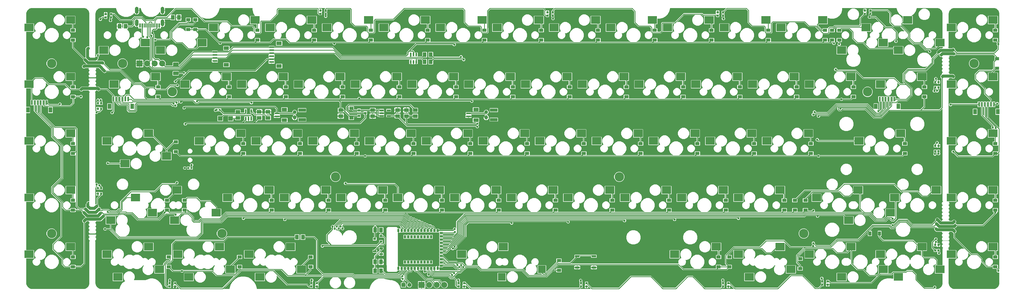
<source format=gbr>
G04 EAGLE Gerber RS-274X export*
G75*
%MOMM*%
%FSLAX34Y34*%
%LPD*%
%INBottom Copper*%
%IPPOS*%
%AMOC8*
5,1,8,0,0,1.08239X$1,22.5*%
G01*
%ADD10R,3.058000X2.500000*%
%ADD11C,0.758000*%
%ADD12R,2.550000X2.500000*%
%ADD13C,0.708000*%
%ADD14R,1.474000X1.037000*%
%ADD15R,1.037000X1.474000*%
%ADD16R,0.600000X1.550000*%
%ADD17R,1.200000X1.800000*%
%ADD18R,2.000000X2.000000*%
%ADD19C,2.000000*%
%ADD20R,0.600000X1.450000*%
%ADD21R,0.300000X1.450000*%
%ADD22C,1.158000*%
%ADD23C,0.300000*%
%ADD24R,1.300000X1.600000*%
%ADD25R,0.620000X1.220000*%
%ADD26R,1.600000X1.300000*%
%ADD27C,0.090000*%
%ADD28R,0.900000X0.800000*%
%ADD29R,1.524000X0.762000*%
%ADD30R,0.700000X1.000000*%
%ADD31R,1.000000X0.700000*%
%ADD32R,1.550000X0.600000*%
%ADD33R,1.800000X1.200000*%
%ADD34R,0.600000X1.150000*%
%ADD35R,1.422400X1.422400*%
%ADD36C,1.422400*%
%ADD37C,1.270000*%
%ADD38R,2.500000X1.000000*%
%ADD39R,1.500000X1.500000*%
%ADD40C,0.150000*%
%ADD41R,0.600000X0.700000*%
%ADD42R,0.700000X0.700000*%
%ADD43C,0.254000*%
%ADD44C,0.756400*%
%ADD45C,0.152400*%
%ADD46C,1.016000*%
%ADD47C,0.304800*%
%ADD48C,3.116000*%
%ADD49C,0.076200*%

G36*
X1355713Y1242448D02*
X1355713Y1242448D01*
X1355739Y1242445D01*
X1355796Y1242467D01*
X1355857Y1242481D01*
X1355877Y1242498D01*
X1355901Y1242507D01*
X1355943Y1242552D01*
X1355990Y1242591D01*
X1356001Y1242615D01*
X1356018Y1242634D01*
X1356036Y1242693D01*
X1356061Y1242750D01*
X1356060Y1242775D01*
X1356068Y1242800D01*
X1356057Y1242861D01*
X1356055Y1242923D01*
X1356042Y1242945D01*
X1356038Y1242971D01*
X1355990Y1243042D01*
X1355972Y1243075D01*
X1355964Y1243081D01*
X1355957Y1243091D01*
X1341915Y1257133D01*
X1341871Y1257160D01*
X1341834Y1257195D01*
X1341799Y1257205D01*
X1341767Y1257224D01*
X1341717Y1257229D01*
X1341668Y1257244D01*
X1341631Y1257238D01*
X1341595Y1257241D01*
X1341547Y1257223D01*
X1341497Y1257214D01*
X1341462Y1257190D01*
X1341433Y1257179D01*
X1341412Y1257157D01*
X1341377Y1257133D01*
X1341238Y1256995D01*
X1341231Y1256983D01*
X1341220Y1256975D01*
X1341186Y1256910D01*
X1341147Y1256847D01*
X1341146Y1256834D01*
X1341139Y1256822D01*
X1341137Y1256748D01*
X1341130Y1256675D01*
X1341135Y1256662D01*
X1341135Y1256649D01*
X1341166Y1256582D01*
X1341192Y1256513D01*
X1341202Y1256504D01*
X1341208Y1256491D01*
X1341317Y1256396D01*
X1341757Y1256142D01*
X1342230Y1255669D01*
X1342564Y1255090D01*
X1342738Y1254444D01*
X1342738Y1251371D01*
X1337078Y1251371D01*
X1337028Y1251359D01*
X1336977Y1251357D01*
X1336945Y1251339D01*
X1336909Y1251331D01*
X1336870Y1251299D01*
X1336825Y1251274D01*
X1336804Y1251244D01*
X1336776Y1251221D01*
X1336755Y1251174D01*
X1336725Y1251133D01*
X1336717Y1251091D01*
X1336705Y1251063D01*
X1336706Y1251032D01*
X1336698Y1250990D01*
X1336698Y1250609D01*
X1336696Y1250609D01*
X1336696Y1250990D01*
X1336684Y1251040D01*
X1336682Y1251091D01*
X1336665Y1251123D01*
X1336657Y1251159D01*
X1336624Y1251198D01*
X1336600Y1251243D01*
X1336570Y1251264D01*
X1336546Y1251293D01*
X1336500Y1251314D01*
X1336458Y1251343D01*
X1336416Y1251351D01*
X1336388Y1251364D01*
X1336358Y1251362D01*
X1336316Y1251371D01*
X1330656Y1251371D01*
X1330656Y1254444D01*
X1330829Y1255090D01*
X1331164Y1255669D01*
X1331637Y1256142D01*
X1332077Y1256396D01*
X1332086Y1256406D01*
X1332099Y1256410D01*
X1332149Y1256465D01*
X1332203Y1256515D01*
X1332208Y1256528D01*
X1332217Y1256538D01*
X1332238Y1256608D01*
X1332264Y1256677D01*
X1332262Y1256691D01*
X1332266Y1256704D01*
X1332254Y1256776D01*
X1332246Y1256850D01*
X1332239Y1256861D01*
X1332236Y1256874D01*
X1332155Y1256995D01*
X1331672Y1257478D01*
X1331672Y1265741D01*
X1332565Y1266634D01*
X1340828Y1266634D01*
X1341722Y1265741D01*
X1341722Y1264784D01*
X1341733Y1264735D01*
X1341735Y1264684D01*
X1341753Y1264651D01*
X1341761Y1264616D01*
X1341794Y1264576D01*
X1341818Y1264531D01*
X1341848Y1264510D01*
X1341871Y1264482D01*
X1341918Y1264461D01*
X1341960Y1264432D01*
X1342001Y1264424D01*
X1342029Y1264411D01*
X1342060Y1264412D01*
X1342102Y1264404D01*
X1342548Y1264404D01*
X1360335Y1246617D01*
X1360400Y1246577D01*
X1360462Y1246533D01*
X1360474Y1246531D01*
X1360482Y1246526D01*
X1360519Y1246522D01*
X1360604Y1246506D01*
X1720949Y1246506D01*
X1721023Y1246523D01*
X1721098Y1246536D01*
X1721108Y1246543D01*
X1721118Y1246545D01*
X1721147Y1246569D01*
X1721218Y1246617D01*
X1724026Y1249426D01*
X1724067Y1249490D01*
X1724110Y1249552D01*
X1724112Y1249564D01*
X1724118Y1249573D01*
X1724121Y1249610D01*
X1724138Y1249694D01*
X1724138Y1254741D01*
X1725031Y1255634D01*
X1733294Y1255634D01*
X1734187Y1254741D01*
X1734187Y1246478D01*
X1733294Y1245585D01*
X1728248Y1245585D01*
X1728174Y1245567D01*
X1728099Y1245554D01*
X1728089Y1245547D01*
X1728079Y1245545D01*
X1728050Y1245521D01*
X1727979Y1245473D01*
X1725596Y1243091D01*
X1725583Y1243069D01*
X1725563Y1243053D01*
X1725538Y1242996D01*
X1725505Y1242944D01*
X1725502Y1242918D01*
X1725492Y1242894D01*
X1725494Y1242833D01*
X1725488Y1242771D01*
X1725498Y1242747D01*
X1725499Y1242721D01*
X1725528Y1242667D01*
X1725550Y1242609D01*
X1725569Y1242592D01*
X1725581Y1242569D01*
X1725632Y1242534D01*
X1725677Y1242492D01*
X1725702Y1242484D01*
X1725723Y1242469D01*
X1725808Y1242453D01*
X1725843Y1242442D01*
X1725853Y1242444D01*
X1725865Y1242442D01*
X1761760Y1242442D01*
X1761785Y1242448D01*
X1761811Y1242445D01*
X1761868Y1242467D01*
X1761929Y1242481D01*
X1761948Y1242498D01*
X1761973Y1242507D01*
X1762014Y1242552D01*
X1762062Y1242591D01*
X1762073Y1242615D01*
X1762090Y1242634D01*
X1762108Y1242693D01*
X1762133Y1242750D01*
X1762132Y1242775D01*
X1762139Y1242800D01*
X1762129Y1242861D01*
X1762126Y1242923D01*
X1762114Y1242945D01*
X1762110Y1242971D01*
X1762061Y1243042D01*
X1762044Y1243075D01*
X1762036Y1243081D01*
X1762029Y1243091D01*
X1753860Y1251259D01*
X1753796Y1251299D01*
X1753734Y1251343D01*
X1753722Y1251345D01*
X1753713Y1251351D01*
X1753676Y1251354D01*
X1753591Y1251371D01*
X1747844Y1251371D01*
X1747794Y1251359D01*
X1747743Y1251357D01*
X1747711Y1251339D01*
X1747675Y1251331D01*
X1747635Y1251299D01*
X1747591Y1251274D01*
X1747570Y1251244D01*
X1747541Y1251221D01*
X1747520Y1251174D01*
X1747491Y1251133D01*
X1747483Y1251091D01*
X1747470Y1251063D01*
X1747471Y1251032D01*
X1747463Y1250990D01*
X1747463Y1250609D01*
X1747462Y1250609D01*
X1747462Y1250990D01*
X1747450Y1251040D01*
X1747448Y1251091D01*
X1747431Y1251123D01*
X1747422Y1251159D01*
X1747390Y1251198D01*
X1747365Y1251243D01*
X1747335Y1251264D01*
X1747312Y1251293D01*
X1747265Y1251314D01*
X1747224Y1251343D01*
X1747182Y1251351D01*
X1747154Y1251364D01*
X1747123Y1251362D01*
X1747081Y1251371D01*
X1741422Y1251371D01*
X1741422Y1254444D01*
X1741595Y1255090D01*
X1741929Y1255669D01*
X1742402Y1256142D01*
X1742842Y1256396D01*
X1742852Y1256406D01*
X1742865Y1256410D01*
X1742915Y1256465D01*
X1742969Y1256515D01*
X1742973Y1256528D01*
X1742983Y1256538D01*
X1743003Y1256608D01*
X1743029Y1256677D01*
X1743028Y1256691D01*
X1743032Y1256704D01*
X1743019Y1256776D01*
X1743012Y1256850D01*
X1743004Y1256861D01*
X1743002Y1256874D01*
X1742921Y1256995D01*
X1742438Y1257478D01*
X1742438Y1265741D01*
X1743331Y1266634D01*
X1751594Y1266634D01*
X1752487Y1265741D01*
X1752487Y1260694D01*
X1752500Y1260641D01*
X1752502Y1260593D01*
X1752513Y1260572D01*
X1752518Y1260546D01*
X1752524Y1260536D01*
X1752527Y1260526D01*
X1752550Y1260497D01*
X1752568Y1260471D01*
X1752584Y1260441D01*
X1752592Y1260435D01*
X1752599Y1260426D01*
X1766407Y1246617D01*
X1766472Y1246577D01*
X1766534Y1246533D01*
X1766546Y1246531D01*
X1766554Y1246526D01*
X1766591Y1246522D01*
X1766676Y1246506D01*
X1855082Y1246506D01*
X1855156Y1246523D01*
X1855231Y1246536D01*
X1855241Y1246543D01*
X1855251Y1246545D01*
X1855280Y1246569D01*
X1855351Y1246617D01*
X1895359Y1286625D01*
X1964328Y1286625D01*
X2004335Y1246617D01*
X2004400Y1246577D01*
X2004462Y1246533D01*
X2004474Y1246531D01*
X2004482Y1246526D01*
X2004519Y1246522D01*
X2004604Y1246506D01*
X2045645Y1246506D01*
X2045719Y1246523D01*
X2045794Y1246536D01*
X2045804Y1246543D01*
X2045814Y1246545D01*
X2045842Y1246569D01*
X2045914Y1246617D01*
X2085921Y1286625D01*
X2105079Y1286625D01*
X2145086Y1246617D01*
X2145151Y1246577D01*
X2145213Y1246533D01*
X2145225Y1246531D01*
X2145233Y1246526D01*
X2145270Y1246522D01*
X2145355Y1246506D01*
X2197199Y1246506D01*
X2197273Y1246523D01*
X2197348Y1246536D01*
X2197358Y1246543D01*
X2197368Y1246545D01*
X2197397Y1246569D01*
X2197468Y1246617D01*
X2200276Y1249426D01*
X2200316Y1249490D01*
X2200360Y1249552D01*
X2200362Y1249564D01*
X2200368Y1249573D01*
X2200371Y1249610D01*
X2200388Y1249695D01*
X2200388Y1254741D01*
X2201281Y1255634D01*
X2209544Y1255634D01*
X2210437Y1254741D01*
X2210437Y1246478D01*
X2209544Y1245585D01*
X2204498Y1245585D01*
X2204424Y1245567D01*
X2204349Y1245554D01*
X2204339Y1245547D01*
X2204329Y1245545D01*
X2204300Y1245521D01*
X2204229Y1245473D01*
X2201846Y1243091D01*
X2201833Y1243069D01*
X2201813Y1243053D01*
X2201788Y1242996D01*
X2201755Y1242944D01*
X2201752Y1242918D01*
X2201742Y1242894D01*
X2201744Y1242833D01*
X2201738Y1242771D01*
X2201748Y1242747D01*
X2201749Y1242721D01*
X2201778Y1242667D01*
X2201800Y1242609D01*
X2201819Y1242592D01*
X2201831Y1242569D01*
X2201882Y1242534D01*
X2201927Y1242492D01*
X2201952Y1242484D01*
X2201973Y1242469D01*
X2202058Y1242453D01*
X2202093Y1242442D01*
X2202103Y1242444D01*
X2202115Y1242442D01*
X2241688Y1242442D01*
X2241713Y1242448D01*
X2241739Y1242445D01*
X2241796Y1242467D01*
X2241857Y1242481D01*
X2241877Y1242498D01*
X2241901Y1242507D01*
X2241943Y1242552D01*
X2241990Y1242591D01*
X2242001Y1242615D01*
X2242018Y1242634D01*
X2242036Y1242693D01*
X2242061Y1242750D01*
X2242060Y1242775D01*
X2242068Y1242800D01*
X2242057Y1242861D01*
X2242055Y1242923D01*
X2242042Y1242945D01*
X2242038Y1242971D01*
X2241990Y1243042D01*
X2241972Y1243075D01*
X2241964Y1243081D01*
X2241957Y1243091D01*
X2230402Y1254645D01*
X2230380Y1254659D01*
X2230364Y1254679D01*
X2230308Y1254704D01*
X2230255Y1254737D01*
X2230230Y1254739D01*
X2230206Y1254750D01*
X2230144Y1254747D01*
X2230083Y1254753D01*
X2230059Y1254744D01*
X2230033Y1254743D01*
X2229978Y1254714D01*
X2229921Y1254692D01*
X2229903Y1254673D01*
X2229881Y1254660D01*
X2229845Y1254610D01*
X2229803Y1254565D01*
X2229796Y1254540D01*
X2229781Y1254519D01*
X2229764Y1254434D01*
X2229754Y1254398D01*
X2229756Y1254388D01*
X2229753Y1254376D01*
X2229753Y1251371D01*
X2224094Y1251371D01*
X2224044Y1251359D01*
X2223993Y1251357D01*
X2223961Y1251339D01*
X2223925Y1251331D01*
X2223885Y1251299D01*
X2223841Y1251274D01*
X2223820Y1251244D01*
X2223791Y1251221D01*
X2223770Y1251174D01*
X2223741Y1251133D01*
X2223733Y1251091D01*
X2223720Y1251063D01*
X2223721Y1251032D01*
X2223713Y1250990D01*
X2223713Y1250609D01*
X2223712Y1250609D01*
X2223712Y1250990D01*
X2223700Y1251040D01*
X2223698Y1251091D01*
X2223681Y1251123D01*
X2223672Y1251159D01*
X2223640Y1251198D01*
X2223615Y1251243D01*
X2223585Y1251264D01*
X2223562Y1251293D01*
X2223515Y1251314D01*
X2223474Y1251343D01*
X2223432Y1251351D01*
X2223404Y1251364D01*
X2223373Y1251362D01*
X2223331Y1251371D01*
X2217672Y1251371D01*
X2217672Y1254444D01*
X2217845Y1255090D01*
X2218179Y1255669D01*
X2218652Y1256142D01*
X2219092Y1256396D01*
X2219102Y1256406D01*
X2219115Y1256410D01*
X2219165Y1256465D01*
X2219219Y1256515D01*
X2219223Y1256528D01*
X2219233Y1256538D01*
X2219253Y1256608D01*
X2219279Y1256677D01*
X2219278Y1256691D01*
X2219282Y1256704D01*
X2219269Y1256776D01*
X2219262Y1256850D01*
X2219254Y1256861D01*
X2219252Y1256874D01*
X2219171Y1256995D01*
X2218688Y1257478D01*
X2218688Y1265741D01*
X2219581Y1266634D01*
X2227844Y1266634D01*
X2228737Y1265741D01*
X2228737Y1264373D01*
X2228755Y1264299D01*
X2228768Y1264224D01*
X2228774Y1264214D01*
X2228777Y1264204D01*
X2228800Y1264175D01*
X2228849Y1264104D01*
X2230297Y1262656D01*
X2246335Y1246617D01*
X2246400Y1246577D01*
X2246462Y1246533D01*
X2246474Y1246531D01*
X2246482Y1246526D01*
X2246519Y1246522D01*
X2246604Y1246506D01*
X2388396Y1246506D01*
X2388470Y1246523D01*
X2388545Y1246536D01*
X2388555Y1246543D01*
X2388565Y1246545D01*
X2388593Y1246569D01*
X2388665Y1246617D01*
X2431842Y1289795D01*
X2473158Y1289795D01*
X2516046Y1246906D01*
X2516111Y1246866D01*
X2516173Y1246822D01*
X2516185Y1246820D01*
X2516193Y1246815D01*
X2516230Y1246811D01*
X2516315Y1246795D01*
X2524910Y1246795D01*
X2524984Y1246812D01*
X2525059Y1246825D01*
X2525069Y1246832D01*
X2525079Y1246834D01*
X2525107Y1246858D01*
X2525179Y1246906D01*
X2533651Y1255379D01*
X2533691Y1255443D01*
X2533735Y1255505D01*
X2533737Y1255517D01*
X2533743Y1255526D01*
X2533746Y1255563D01*
X2533763Y1255648D01*
X2533763Y1260694D01*
X2534656Y1261587D01*
X2542919Y1261587D01*
X2543812Y1260694D01*
X2543812Y1252431D01*
X2542919Y1251538D01*
X2537873Y1251538D01*
X2537799Y1251520D01*
X2537724Y1251507D01*
X2537714Y1251501D01*
X2537704Y1251498D01*
X2537675Y1251475D01*
X2537604Y1251426D01*
X2529268Y1243091D01*
X2529255Y1243069D01*
X2529235Y1243053D01*
X2529209Y1242996D01*
X2529177Y1242944D01*
X2529174Y1242918D01*
X2529164Y1242894D01*
X2529166Y1242833D01*
X2529160Y1242771D01*
X2529169Y1242747D01*
X2529170Y1242721D01*
X2529200Y1242667D01*
X2529222Y1242609D01*
X2529241Y1242592D01*
X2529253Y1242569D01*
X2529304Y1242534D01*
X2529349Y1242492D01*
X2529374Y1242484D01*
X2529395Y1242469D01*
X2529479Y1242453D01*
X2529515Y1242442D01*
X2529525Y1242444D01*
X2529537Y1242442D01*
X2721959Y1242442D01*
X2722009Y1242453D01*
X2722060Y1242455D01*
X2722092Y1242473D01*
X2722128Y1242481D01*
X2722167Y1242514D01*
X2722212Y1242538D01*
X2722233Y1242568D01*
X2722262Y1242591D01*
X2722283Y1242638D01*
X2722312Y1242680D01*
X2722320Y1242722D01*
X2722333Y1242750D01*
X2722331Y1242780D01*
X2722340Y1242822D01*
X2722340Y1243504D01*
X2725059Y1253655D01*
X2730314Y1262756D01*
X2737744Y1270186D01*
X2746845Y1275441D01*
X2756996Y1278160D01*
X2760575Y1278160D01*
X2760634Y1278174D01*
X2760694Y1278180D01*
X2760721Y1278195D01*
X2760744Y1278200D01*
X2760772Y1278223D01*
X2760821Y1278250D01*
X2760868Y1278290D01*
X2762409Y1278162D01*
X2762423Y1278164D01*
X2762440Y1278160D01*
X2763986Y1278160D01*
X2764030Y1278117D01*
X2764081Y1278085D01*
X2764128Y1278046D01*
X2764157Y1278038D01*
X2764177Y1278026D01*
X2764213Y1278022D01*
X2764267Y1278007D01*
X2776833Y1276960D01*
X2776899Y1276969D01*
X2776966Y1276972D01*
X2776984Y1276982D01*
X2777005Y1276985D01*
X2777059Y1277023D01*
X2777118Y1277055D01*
X2777130Y1277072D01*
X2777147Y1277084D01*
X2777179Y1277142D01*
X2777218Y1277196D01*
X2777222Y1277219D01*
X2777231Y1277235D01*
X2777233Y1277274D01*
X2777245Y1277339D01*
X2777245Y1293375D01*
X2777239Y1293400D01*
X2777242Y1293426D01*
X2777220Y1293483D01*
X2777206Y1293544D01*
X2777189Y1293564D01*
X2777180Y1293588D01*
X2777135Y1293630D01*
X2777096Y1293677D01*
X2777072Y1293688D01*
X2777053Y1293705D01*
X2776994Y1293723D01*
X2776937Y1293748D01*
X2776912Y1293747D01*
X2776887Y1293755D01*
X2776826Y1293744D01*
X2776764Y1293742D01*
X2776742Y1293729D01*
X2776716Y1293725D01*
X2776645Y1293677D01*
X2776612Y1293659D01*
X2776606Y1293651D01*
X2776596Y1293644D01*
X2773906Y1290954D01*
X2772158Y1289205D01*
X2734103Y1289205D01*
X2734029Y1289188D01*
X2733954Y1289175D01*
X2733944Y1289168D01*
X2733934Y1289166D01*
X2733905Y1289142D01*
X2733834Y1289094D01*
X2704565Y1259825D01*
X2565222Y1259825D01*
X2563564Y1261484D01*
X2563531Y1261504D01*
X2563505Y1261532D01*
X2563459Y1261549D01*
X2563417Y1261575D01*
X2563379Y1261579D01*
X2563343Y1261592D01*
X2563294Y1261587D01*
X2563244Y1261592D01*
X2563209Y1261578D01*
X2563171Y1261574D01*
X2563129Y1261548D01*
X2563082Y1261530D01*
X2563056Y1261502D01*
X2563024Y1261482D01*
X2562998Y1261439D01*
X2562965Y1261403D01*
X2562954Y1261366D01*
X2562934Y1261334D01*
X2562929Y1261284D01*
X2562915Y1261237D01*
X2562922Y1261199D01*
X2562919Y1261161D01*
X2562939Y1261103D01*
X2562945Y1261066D01*
X2562952Y1261057D01*
X2563076Y1260593D01*
X2563128Y1260397D01*
X2563128Y1257324D01*
X2557469Y1257324D01*
X2557419Y1257312D01*
X2557368Y1257310D01*
X2557336Y1257293D01*
X2557300Y1257284D01*
X2557260Y1257252D01*
X2557216Y1257227D01*
X2557195Y1257197D01*
X2557166Y1257174D01*
X2557145Y1257127D01*
X2557116Y1257086D01*
X2557108Y1257044D01*
X2557095Y1257016D01*
X2557096Y1256985D01*
X2557088Y1256943D01*
X2557088Y1256562D01*
X2557087Y1256562D01*
X2557087Y1256943D01*
X2557075Y1256993D01*
X2557073Y1257044D01*
X2557056Y1257076D01*
X2557047Y1257112D01*
X2557015Y1257152D01*
X2556990Y1257196D01*
X2556960Y1257217D01*
X2556937Y1257246D01*
X2556890Y1257267D01*
X2556849Y1257296D01*
X2556807Y1257304D01*
X2556779Y1257317D01*
X2556748Y1257316D01*
X2556706Y1257324D01*
X2551047Y1257324D01*
X2551047Y1260397D01*
X2551220Y1261043D01*
X2551554Y1261623D01*
X2552027Y1262096D01*
X2552467Y1262349D01*
X2552477Y1262359D01*
X2552490Y1262364D01*
X2552540Y1262418D01*
X2552594Y1262468D01*
X2552598Y1262481D01*
X2552608Y1262491D01*
X2552628Y1262561D01*
X2552654Y1262630D01*
X2552653Y1262644D01*
X2552657Y1262657D01*
X2552644Y1262729D01*
X2552637Y1262803D01*
X2552629Y1262814D01*
X2552627Y1262828D01*
X2552546Y1262948D01*
X2552063Y1263431D01*
X2552063Y1271694D01*
X2552956Y1272587D01*
X2561219Y1272587D01*
X2562112Y1271694D01*
X2562112Y1270737D01*
X2562124Y1270688D01*
X2562126Y1270637D01*
X2562143Y1270605D01*
X2562152Y1270569D01*
X2562184Y1270529D01*
X2562209Y1270485D01*
X2562239Y1270463D01*
X2562262Y1270435D01*
X2562309Y1270414D01*
X2562350Y1270385D01*
X2562392Y1270377D01*
X2562420Y1270364D01*
X2562451Y1270365D01*
X2562492Y1270357D01*
X2562595Y1270357D01*
X2567426Y1265526D01*
X2567491Y1265486D01*
X2567553Y1265442D01*
X2567565Y1265440D01*
X2567573Y1265435D01*
X2567610Y1265431D01*
X2567695Y1265415D01*
X2632264Y1265415D01*
X2632277Y1265418D01*
X2632289Y1265416D01*
X2632360Y1265437D01*
X2632433Y1265454D01*
X2632443Y1265462D01*
X2632455Y1265466D01*
X2632509Y1265517D01*
X2632566Y1265564D01*
X2632572Y1265576D01*
X2632581Y1265585D01*
X2632607Y1265655D01*
X2632637Y1265723D01*
X2632637Y1265736D01*
X2632641Y1265748D01*
X2632633Y1265821D01*
X2632631Y1265896D01*
X2632624Y1265907D01*
X2632623Y1265920D01*
X2632583Y1265983D01*
X2632548Y1266048D01*
X2632537Y1266055D01*
X2632530Y1266066D01*
X2632409Y1266146D01*
X2630945Y1266753D01*
X2625653Y1272045D01*
X2622789Y1278958D01*
X2622789Y1286442D01*
X2625653Y1293355D01*
X2630945Y1298647D01*
X2637858Y1301511D01*
X2645342Y1301511D01*
X2652255Y1298647D01*
X2657547Y1293355D01*
X2660411Y1286442D01*
X2660411Y1278958D01*
X2657547Y1272045D01*
X2652255Y1266753D01*
X2650791Y1266146D01*
X2650780Y1266139D01*
X2650767Y1266136D01*
X2650710Y1266089D01*
X2650650Y1266045D01*
X2650644Y1266034D01*
X2650634Y1266026D01*
X2650603Y1265958D01*
X2650568Y1265892D01*
X2650568Y1265879D01*
X2650563Y1265867D01*
X2650566Y1265793D01*
X2650563Y1265719D01*
X2650569Y1265707D01*
X2650569Y1265694D01*
X2650605Y1265629D01*
X2650636Y1265562D01*
X2650646Y1265553D01*
X2650652Y1265542D01*
X2650713Y1265500D01*
X2650771Y1265453D01*
X2650783Y1265450D01*
X2650794Y1265442D01*
X2650936Y1265415D01*
X2702092Y1265415D01*
X2702166Y1265432D01*
X2702241Y1265445D01*
X2702251Y1265452D01*
X2702261Y1265454D01*
X2702290Y1265478D01*
X2702361Y1265526D01*
X2721411Y1284576D01*
X2721425Y1284598D01*
X2721445Y1284614D01*
X2721470Y1284671D01*
X2721503Y1284723D01*
X2721505Y1284749D01*
X2721516Y1284773D01*
X2721513Y1284834D01*
X2721519Y1284896D01*
X2721510Y1284920D01*
X2721509Y1284946D01*
X2721479Y1285000D01*
X2721457Y1285058D01*
X2721439Y1285075D01*
X2721426Y1285098D01*
X2721376Y1285133D01*
X2721330Y1285175D01*
X2721306Y1285183D01*
X2721285Y1285198D01*
X2721200Y1285214D01*
X2721164Y1285225D01*
X2721154Y1285223D01*
X2721142Y1285225D01*
X2695625Y1285225D01*
X2675336Y1305514D01*
X2675272Y1305554D01*
X2675210Y1305598D01*
X2675198Y1305600D01*
X2675189Y1305605D01*
X2675152Y1305609D01*
X2675067Y1305625D01*
X2655454Y1305625D01*
X2635592Y1325487D01*
X2634236Y1326843D01*
X2634204Y1326863D01*
X2634177Y1326891D01*
X2634131Y1326908D01*
X2634089Y1326934D01*
X2634051Y1326938D01*
X2634015Y1326951D01*
X2633966Y1326946D01*
X2633917Y1326951D01*
X2633881Y1326937D01*
X2633843Y1326933D01*
X2633801Y1326907D01*
X2633755Y1326889D01*
X2633729Y1326861D01*
X2633696Y1326840D01*
X2633663Y1326790D01*
X2633637Y1326762D01*
X2633631Y1326742D01*
X2633616Y1326719D01*
X2633417Y1326239D01*
X2629811Y1322633D01*
X2625100Y1320681D01*
X2620000Y1320681D01*
X2619521Y1320880D01*
X2619445Y1320892D01*
X2619371Y1320909D01*
X2619359Y1320906D01*
X2619350Y1320908D01*
X2619314Y1320897D01*
X2619229Y1320880D01*
X2618750Y1320681D01*
X2613650Y1320681D01*
X2608939Y1322633D01*
X2605333Y1326239D01*
X2603381Y1330950D01*
X2603381Y1336050D01*
X2605333Y1340761D01*
X2608939Y1344367D01*
X2613650Y1346319D01*
X2618750Y1346319D01*
X2619229Y1346120D01*
X2619305Y1346108D01*
X2619379Y1346091D01*
X2619391Y1346094D01*
X2619400Y1346092D01*
X2619436Y1346103D01*
X2619521Y1346120D01*
X2620000Y1346319D01*
X2625100Y1346319D01*
X2629811Y1344367D01*
X2633194Y1340984D01*
X2633216Y1340971D01*
X2633232Y1340951D01*
X2633289Y1340925D01*
X2633341Y1340893D01*
X2633367Y1340890D01*
X2633391Y1340880D01*
X2633452Y1340882D01*
X2633514Y1340876D01*
X2633538Y1340885D01*
X2633564Y1340886D01*
X2633618Y1340916D01*
X2633676Y1340938D01*
X2633693Y1340957D01*
X2633716Y1340969D01*
X2633751Y1341020D01*
X2633793Y1341065D01*
X2633801Y1341090D01*
X2633816Y1341111D01*
X2633832Y1341195D01*
X2633843Y1341231D01*
X2633841Y1341241D01*
X2633843Y1341253D01*
X2633843Y1369895D01*
X2633832Y1369945D01*
X2633830Y1369996D01*
X2633812Y1370028D01*
X2633804Y1370064D01*
X2633771Y1370103D01*
X2633747Y1370148D01*
X2633717Y1370169D01*
X2633694Y1370197D01*
X2633647Y1370218D01*
X2633605Y1370248D01*
X2633563Y1370256D01*
X2633535Y1370268D01*
X2633505Y1370267D01*
X2633463Y1370275D01*
X2631685Y1370275D01*
X2631611Y1370258D01*
X2631536Y1370245D01*
X2631526Y1370238D01*
X2631516Y1370236D01*
X2631488Y1370212D01*
X2631416Y1370164D01*
X2622678Y1361425D01*
X2587675Y1361425D01*
X2573026Y1376074D01*
X2572962Y1376114D01*
X2572900Y1376158D01*
X2572888Y1376160D01*
X2572879Y1376165D01*
X2572842Y1376169D01*
X2572757Y1376185D01*
X2542986Y1376185D01*
X2542973Y1376182D01*
X2542961Y1376184D01*
X2542890Y1376163D01*
X2542817Y1376146D01*
X2542807Y1376138D01*
X2542795Y1376134D01*
X2542741Y1376083D01*
X2542684Y1376036D01*
X2542678Y1376024D01*
X2542669Y1376015D01*
X2542643Y1375945D01*
X2542613Y1375877D01*
X2542613Y1375864D01*
X2542609Y1375852D01*
X2542617Y1375779D01*
X2542619Y1375704D01*
X2542626Y1375693D01*
X2542627Y1375680D01*
X2542667Y1375617D01*
X2542702Y1375552D01*
X2542713Y1375545D01*
X2542720Y1375534D01*
X2542841Y1375454D01*
X2544305Y1374847D01*
X2549597Y1369555D01*
X2552461Y1362642D01*
X2552461Y1355158D01*
X2549597Y1348245D01*
X2544305Y1342953D01*
X2537392Y1340089D01*
X2532665Y1340089D01*
X2532627Y1340080D01*
X2532589Y1340082D01*
X2532544Y1340061D01*
X2532496Y1340050D01*
X2532466Y1340025D01*
X2532431Y1340009D01*
X2532400Y1339971D01*
X2532362Y1339940D01*
X2532346Y1339904D01*
X2532322Y1339875D01*
X2532311Y1339827D01*
X2532291Y1339781D01*
X2532293Y1339743D01*
X2532284Y1339705D01*
X2532296Y1339646D01*
X2532298Y1339608D01*
X2532308Y1339590D01*
X2532313Y1339563D01*
X2533769Y1336050D01*
X2533769Y1330950D01*
X2531817Y1326239D01*
X2528211Y1322633D01*
X2523500Y1320681D01*
X2518400Y1320681D01*
X2513689Y1322633D01*
X2510083Y1326239D01*
X2508131Y1330950D01*
X2508131Y1336050D01*
X2510083Y1340761D01*
X2513689Y1344367D01*
X2518400Y1346319D01*
X2518711Y1346319D01*
X2518736Y1346325D01*
X2518762Y1346322D01*
X2518819Y1346344D01*
X2518880Y1346358D01*
X2518900Y1346375D01*
X2518924Y1346384D01*
X2518966Y1346429D01*
X2519013Y1346468D01*
X2519024Y1346492D01*
X2519041Y1346511D01*
X2519059Y1346570D01*
X2519084Y1346627D01*
X2519083Y1346652D01*
X2519091Y1346677D01*
X2519080Y1346738D01*
X2519078Y1346800D01*
X2519065Y1346822D01*
X2519061Y1346848D01*
X2519013Y1346919D01*
X2518995Y1346952D01*
X2518987Y1346958D01*
X2518980Y1346968D01*
X2517703Y1348245D01*
X2514839Y1355158D01*
X2514839Y1362642D01*
X2517703Y1369555D01*
X2522995Y1374847D01*
X2524459Y1375454D01*
X2524470Y1375461D01*
X2524483Y1375464D01*
X2524540Y1375511D01*
X2524600Y1375555D01*
X2524606Y1375566D01*
X2524616Y1375574D01*
X2524647Y1375642D01*
X2524682Y1375708D01*
X2524682Y1375721D01*
X2524687Y1375733D01*
X2524684Y1375807D01*
X2524687Y1375881D01*
X2524681Y1375893D01*
X2524681Y1375906D01*
X2524645Y1375971D01*
X2524614Y1376038D01*
X2524604Y1376047D01*
X2524598Y1376058D01*
X2524537Y1376100D01*
X2524479Y1376147D01*
X2524467Y1376150D01*
X2524456Y1376158D01*
X2524314Y1376185D01*
X2484295Y1376185D01*
X2484221Y1376168D01*
X2484146Y1376155D01*
X2484136Y1376148D01*
X2484126Y1376146D01*
X2484098Y1376122D01*
X2484026Y1376074D01*
X2481526Y1373574D01*
X2481513Y1373552D01*
X2481493Y1373536D01*
X2481467Y1373479D01*
X2481435Y1373427D01*
X2481432Y1373401D01*
X2481422Y1373377D01*
X2481424Y1373316D01*
X2481418Y1373254D01*
X2481427Y1373230D01*
X2481428Y1373204D01*
X2481458Y1373150D01*
X2481480Y1373092D01*
X2481499Y1373075D01*
X2481511Y1373052D01*
X2481562Y1373017D01*
X2481607Y1372975D01*
X2481632Y1372967D01*
X2481653Y1372952D01*
X2481737Y1372936D01*
X2481773Y1372925D01*
X2481783Y1372927D01*
X2481795Y1372925D01*
X2511532Y1372925D01*
X2512425Y1372032D01*
X2512425Y1345768D01*
X2511532Y1344875D01*
X2479688Y1344875D01*
X2478795Y1345768D01*
X2478795Y1369925D01*
X2478789Y1369950D01*
X2478792Y1369976D01*
X2478770Y1370033D01*
X2478756Y1370094D01*
X2478739Y1370114D01*
X2478730Y1370138D01*
X2478685Y1370180D01*
X2478646Y1370227D01*
X2478622Y1370238D01*
X2478603Y1370255D01*
X2478544Y1370273D01*
X2478487Y1370298D01*
X2478462Y1370297D01*
X2478437Y1370305D01*
X2478376Y1370294D01*
X2478314Y1370292D01*
X2478292Y1370279D01*
X2478266Y1370275D01*
X2478195Y1370227D01*
X2478162Y1370209D01*
X2478156Y1370201D01*
X2478146Y1370194D01*
X2460970Y1353018D01*
X2460930Y1352953D01*
X2460886Y1352891D01*
X2460884Y1352879D01*
X2460879Y1352871D01*
X2460875Y1352834D01*
X2460866Y1352788D01*
X2460866Y1352787D01*
X2460866Y1352785D01*
X2460859Y1352749D01*
X2460859Y1351742D01*
X2460876Y1351668D01*
X2460889Y1351593D01*
X2460896Y1351583D01*
X2460898Y1351573D01*
X2460922Y1351544D01*
X2460970Y1351473D01*
X2461725Y1350718D01*
X2461790Y1350678D01*
X2461852Y1350634D01*
X2461864Y1350632D01*
X2461872Y1350627D01*
X2461909Y1350623D01*
X2461994Y1350607D01*
X2472595Y1350607D01*
X2473488Y1349713D01*
X2473488Y1338080D01*
X2472595Y1337187D01*
X2457175Y1337187D01*
X2457125Y1337176D01*
X2457074Y1337174D01*
X2457042Y1337156D01*
X2457006Y1337148D01*
X2456967Y1337115D01*
X2456922Y1337091D01*
X2456901Y1337061D01*
X2456873Y1337037D01*
X2456852Y1336991D01*
X2456822Y1336949D01*
X2456814Y1336907D01*
X2456802Y1336879D01*
X2456803Y1336849D01*
X2456795Y1336807D01*
X2456795Y1333315D01*
X2456807Y1333264D01*
X2456808Y1333221D01*
X2456819Y1333201D01*
X2456825Y1333166D01*
X2456832Y1333156D01*
X2456834Y1333146D01*
X2456858Y1333118D01*
X2456906Y1333046D01*
X2467388Y1322564D01*
X2467388Y1318287D01*
X2467400Y1318237D01*
X2467402Y1318186D01*
X2467420Y1318154D01*
X2467428Y1318118D01*
X2467460Y1318079D01*
X2467485Y1318034D01*
X2467515Y1318013D01*
X2467538Y1317984D01*
X2467585Y1317964D01*
X2467626Y1317934D01*
X2467668Y1317926D01*
X2467696Y1317914D01*
X2467727Y1317915D01*
X2467769Y1317907D01*
X2472595Y1317907D01*
X2473488Y1317013D01*
X2473488Y1305380D01*
X2472595Y1304487D01*
X2456592Y1304487D01*
X2455699Y1305380D01*
X2455699Y1317013D01*
X2456592Y1317907D01*
X2461419Y1317907D01*
X2461468Y1317918D01*
X2461519Y1317920D01*
X2461552Y1317938D01*
X2461587Y1317946D01*
X2461627Y1317979D01*
X2461672Y1318003D01*
X2461693Y1318033D01*
X2461721Y1318056D01*
X2461742Y1318103D01*
X2461771Y1318145D01*
X2461780Y1318186D01*
X2461792Y1318214D01*
X2461791Y1318245D01*
X2461799Y1318287D01*
X2461799Y1320091D01*
X2461782Y1320165D01*
X2461769Y1320240D01*
X2461762Y1320250D01*
X2461760Y1320260D01*
X2461736Y1320289D01*
X2461688Y1320360D01*
X2451205Y1330842D01*
X2451205Y1356905D01*
X2452954Y1358653D01*
X2473900Y1379600D01*
X2473914Y1379622D01*
X2473934Y1379638D01*
X2473959Y1379695D01*
X2473992Y1379747D01*
X2473994Y1379773D01*
X2474005Y1379797D01*
X2474002Y1379858D01*
X2474008Y1379920D01*
X2473999Y1379944D01*
X2473998Y1379970D01*
X2473969Y1380024D01*
X2473947Y1380082D01*
X2473928Y1380099D01*
X2473915Y1380122D01*
X2473865Y1380157D01*
X2473820Y1380199D01*
X2473795Y1380207D01*
X2473774Y1380222D01*
X2473689Y1380238D01*
X2473653Y1380249D01*
X2473644Y1380247D01*
X2473632Y1380249D01*
X2430798Y1380249D01*
X2414529Y1396519D01*
X2414507Y1396532D01*
X2414491Y1396552D01*
X2414434Y1396578D01*
X2414382Y1396610D01*
X2414356Y1396613D01*
X2414332Y1396623D01*
X2414271Y1396621D01*
X2414209Y1396627D01*
X2414185Y1396618D01*
X2414159Y1396617D01*
X2414105Y1396587D01*
X2414047Y1396565D01*
X2414030Y1396546D01*
X2414007Y1396534D01*
X2413972Y1396483D01*
X2413930Y1396438D01*
X2413922Y1396413D01*
X2413907Y1396392D01*
X2413891Y1396308D01*
X2413880Y1396272D01*
X2413882Y1396262D01*
X2413880Y1396250D01*
X2413880Y1371168D01*
X2412987Y1370275D01*
X2381143Y1370275D01*
X2380250Y1371168D01*
X2380250Y1372257D01*
X2380244Y1372283D01*
X2380247Y1372308D01*
X2380225Y1372366D01*
X2380211Y1372426D01*
X2380194Y1372446D01*
X2380185Y1372470D01*
X2380140Y1372512D01*
X2380101Y1372560D01*
X2380077Y1372570D01*
X2380058Y1372588D01*
X2379999Y1372605D01*
X2379942Y1372631D01*
X2379917Y1372630D01*
X2379892Y1372637D01*
X2379831Y1372627D01*
X2379769Y1372624D01*
X2379747Y1372612D01*
X2379721Y1372607D01*
X2379650Y1372559D01*
X2379617Y1372541D01*
X2379611Y1372533D01*
X2379601Y1372526D01*
X2368500Y1361425D01*
X2349550Y1361425D01*
X2334901Y1376074D01*
X2334837Y1376114D01*
X2334775Y1376158D01*
X2334763Y1376160D01*
X2334754Y1376165D01*
X2334717Y1376169D01*
X2334632Y1376185D01*
X2304861Y1376185D01*
X2304848Y1376182D01*
X2304836Y1376184D01*
X2304765Y1376163D01*
X2304692Y1376146D01*
X2304682Y1376138D01*
X2304670Y1376134D01*
X2304616Y1376083D01*
X2304559Y1376036D01*
X2304553Y1376024D01*
X2304544Y1376015D01*
X2304518Y1375945D01*
X2304488Y1375877D01*
X2304488Y1375864D01*
X2304484Y1375852D01*
X2304492Y1375779D01*
X2304494Y1375704D01*
X2304501Y1375693D01*
X2304502Y1375680D01*
X2304542Y1375617D01*
X2304577Y1375552D01*
X2304588Y1375545D01*
X2304595Y1375534D01*
X2304716Y1375454D01*
X2306180Y1374847D01*
X2311472Y1369555D01*
X2314336Y1362642D01*
X2314336Y1355158D01*
X2311472Y1348245D01*
X2309843Y1346616D01*
X2309823Y1346583D01*
X2309795Y1346557D01*
X2309778Y1346511D01*
X2309752Y1346469D01*
X2309748Y1346431D01*
X2309735Y1346394D01*
X2309740Y1346345D01*
X2309735Y1346296D01*
X2309749Y1346260D01*
X2309753Y1346222D01*
X2309780Y1346181D01*
X2309797Y1346134D01*
X2309825Y1346108D01*
X2309846Y1346076D01*
X2309897Y1346042D01*
X2309924Y1346017D01*
X2309944Y1346011D01*
X2309967Y1345996D01*
X2312229Y1345059D01*
X2312279Y1345051D01*
X2312327Y1345033D01*
X2312363Y1345037D01*
X2312400Y1345031D01*
X2312449Y1345046D01*
X2312499Y1345051D01*
X2312530Y1345071D01*
X2312565Y1345082D01*
X2312602Y1345117D01*
X2312646Y1345144D01*
X2312669Y1345179D01*
X2312691Y1345200D01*
X2312702Y1345229D01*
X2312726Y1345265D01*
X2313439Y1346988D01*
X2320137Y1353686D01*
X2328889Y1357311D01*
X2338361Y1357311D01*
X2345386Y1354401D01*
X2345461Y1354389D01*
X2345535Y1354372D01*
X2345547Y1354375D01*
X2345557Y1354373D01*
X2345592Y1354384D01*
X2345677Y1354401D01*
X2352701Y1357311D01*
X2362174Y1357311D01*
X2370925Y1353686D01*
X2377623Y1346988D01*
X2378337Y1345265D01*
X2378367Y1345223D01*
X2378388Y1345177D01*
X2378417Y1345154D01*
X2378438Y1345124D01*
X2378483Y1345100D01*
X2378523Y1345068D01*
X2378559Y1345060D01*
X2378591Y1345043D01*
X2378642Y1345041D01*
X2378692Y1345030D01*
X2378734Y1345038D01*
X2378764Y1345038D01*
X2378792Y1345050D01*
X2378834Y1345059D01*
X2381875Y1346319D01*
X2386975Y1346319D01*
X2391686Y1344367D01*
X2395292Y1340761D01*
X2395980Y1339101D01*
X2395995Y1339080D01*
X2396003Y1339055D01*
X2396045Y1339010D01*
X2396081Y1338960D01*
X2396104Y1338948D01*
X2396121Y1338929D01*
X2396179Y1338908D01*
X2396234Y1338879D01*
X2396260Y1338878D01*
X2396284Y1338869D01*
X2396345Y1338876D01*
X2396407Y1338874D01*
X2396431Y1338884D01*
X2396456Y1338887D01*
X2396508Y1338920D01*
X2396565Y1338946D01*
X2396581Y1338966D01*
X2396603Y1338980D01*
X2396650Y1339052D01*
X2396674Y1339081D01*
X2396676Y1339091D01*
X2396683Y1339101D01*
X2397370Y1340761D01*
X2400976Y1344367D01*
X2405688Y1346319D01*
X2410787Y1346319D01*
X2415499Y1344367D01*
X2419105Y1340761D01*
X2421056Y1336050D01*
X2421056Y1330950D01*
X2419105Y1326239D01*
X2415499Y1322633D01*
X2410787Y1320681D01*
X2410477Y1320681D01*
X2410451Y1320675D01*
X2410426Y1320678D01*
X2410368Y1320656D01*
X2410308Y1320642D01*
X2410288Y1320625D01*
X2410264Y1320616D01*
X2410222Y1320571D01*
X2410174Y1320532D01*
X2410164Y1320508D01*
X2410146Y1320489D01*
X2410129Y1320430D01*
X2410103Y1320373D01*
X2410104Y1320348D01*
X2410097Y1320323D01*
X2410108Y1320262D01*
X2410110Y1320200D01*
X2410122Y1320178D01*
X2410127Y1320152D01*
X2410175Y1320081D01*
X2410193Y1320048D01*
X2410201Y1320042D01*
X2410208Y1320032D01*
X2411484Y1318755D01*
X2414348Y1311842D01*
X2414348Y1304358D01*
X2411484Y1297445D01*
X2406193Y1292153D01*
X2399279Y1289289D01*
X2391796Y1289289D01*
X2384882Y1292153D01*
X2379591Y1297445D01*
X2376727Y1304358D01*
X2376727Y1311842D01*
X2379591Y1318755D01*
X2381219Y1320384D01*
X2381239Y1320417D01*
X2381267Y1320443D01*
X2381284Y1320489D01*
X2381310Y1320531D01*
X2381314Y1320570D01*
X2381327Y1320606D01*
X2381322Y1320655D01*
X2381327Y1320704D01*
X2381313Y1320740D01*
X2381309Y1320778D01*
X2381283Y1320820D01*
X2381265Y1320866D01*
X2381237Y1320892D01*
X2381217Y1320924D01*
X2381166Y1320958D01*
X2381138Y1320983D01*
X2381118Y1320989D01*
X2381096Y1321004D01*
X2378834Y1321941D01*
X2378783Y1321949D01*
X2378736Y1321967D01*
X2378699Y1321963D01*
X2378663Y1321969D01*
X2378614Y1321954D01*
X2378563Y1321949D01*
X2378532Y1321929D01*
X2378497Y1321919D01*
X2378460Y1321884D01*
X2378417Y1321856D01*
X2378393Y1321821D01*
X2378371Y1321800D01*
X2378361Y1321771D01*
X2378337Y1321735D01*
X2377623Y1320012D01*
X2370925Y1313314D01*
X2362174Y1309689D01*
X2352701Y1309689D01*
X2345677Y1312599D01*
X2345601Y1312611D01*
X2345528Y1312628D01*
X2345516Y1312625D01*
X2345506Y1312627D01*
X2345470Y1312616D01*
X2345386Y1312599D01*
X2338361Y1309689D01*
X2328889Y1309689D01*
X2320137Y1313314D01*
X2313439Y1320012D01*
X2312726Y1321735D01*
X2312696Y1321777D01*
X2312674Y1321823D01*
X2312646Y1321846D01*
X2312625Y1321876D01*
X2312579Y1321900D01*
X2312540Y1321932D01*
X2312504Y1321940D01*
X2312472Y1321957D01*
X2312420Y1321959D01*
X2312371Y1321970D01*
X2312329Y1321961D01*
X2312298Y1321962D01*
X2312271Y1321950D01*
X2312229Y1321941D01*
X2309187Y1320681D01*
X2304088Y1320681D01*
X2299376Y1322633D01*
X2295770Y1326239D01*
X2295083Y1327899D01*
X2295068Y1327920D01*
X2295060Y1327945D01*
X2295018Y1327990D01*
X2294982Y1328040D01*
X2294959Y1328052D01*
X2294941Y1328071D01*
X2294883Y1328092D01*
X2294829Y1328121D01*
X2294803Y1328122D01*
X2294779Y1328131D01*
X2294717Y1328124D01*
X2294655Y1328126D01*
X2294632Y1328116D01*
X2294606Y1328113D01*
X2294554Y1328080D01*
X2294498Y1328054D01*
X2294482Y1328034D01*
X2294460Y1328020D01*
X2294412Y1327948D01*
X2294389Y1327919D01*
X2294387Y1327909D01*
X2294380Y1327899D01*
X2293692Y1326239D01*
X2290086Y1322633D01*
X2285375Y1320681D01*
X2280275Y1320681D01*
X2275564Y1322633D01*
X2271958Y1326239D01*
X2270006Y1330950D01*
X2270006Y1336050D01*
X2271958Y1340761D01*
X2275564Y1344367D01*
X2280275Y1346319D01*
X2280586Y1346319D01*
X2280611Y1346325D01*
X2280637Y1346322D01*
X2280694Y1346344D01*
X2280755Y1346358D01*
X2280775Y1346375D01*
X2280799Y1346384D01*
X2280841Y1346429D01*
X2280888Y1346468D01*
X2280899Y1346492D01*
X2280916Y1346511D01*
X2280934Y1346570D01*
X2280959Y1346627D01*
X2280958Y1346652D01*
X2280966Y1346677D01*
X2280955Y1346738D01*
X2280953Y1346800D01*
X2280940Y1346822D01*
X2280936Y1346848D01*
X2280888Y1346919D01*
X2280870Y1346952D01*
X2280862Y1346958D01*
X2280855Y1346968D01*
X2279578Y1348245D01*
X2276714Y1355158D01*
X2276714Y1362642D01*
X2279578Y1369555D01*
X2284870Y1374847D01*
X2286334Y1375454D01*
X2286345Y1375461D01*
X2286358Y1375464D01*
X2286415Y1375511D01*
X2286475Y1375555D01*
X2286481Y1375566D01*
X2286491Y1375574D01*
X2286522Y1375642D01*
X2286557Y1375708D01*
X2286557Y1375721D01*
X2286562Y1375733D01*
X2286559Y1375807D01*
X2286562Y1375881D01*
X2286556Y1375893D01*
X2286556Y1375906D01*
X2286520Y1375971D01*
X2286489Y1376038D01*
X2286479Y1376047D01*
X2286473Y1376058D01*
X2286412Y1376100D01*
X2286354Y1376147D01*
X2286342Y1376150D01*
X2286331Y1376158D01*
X2286189Y1376185D01*
X2245043Y1376185D01*
X2244969Y1376168D01*
X2244894Y1376155D01*
X2244884Y1376148D01*
X2244874Y1376146D01*
X2244845Y1376122D01*
X2244774Y1376074D01*
X2242274Y1373574D01*
X2242260Y1373552D01*
X2242240Y1373536D01*
X2242215Y1373479D01*
X2242182Y1373427D01*
X2242180Y1373401D01*
X2242169Y1373377D01*
X2242172Y1373316D01*
X2242166Y1373254D01*
X2242175Y1373230D01*
X2242176Y1373204D01*
X2242205Y1373150D01*
X2242227Y1373092D01*
X2242246Y1373075D01*
X2242259Y1373052D01*
X2242309Y1373017D01*
X2242354Y1372975D01*
X2242379Y1372967D01*
X2242400Y1372952D01*
X2242485Y1372936D01*
X2242521Y1372925D01*
X2242530Y1372927D01*
X2242542Y1372925D01*
X2273407Y1372925D01*
X2274300Y1372032D01*
X2274300Y1345768D01*
X2273407Y1344875D01*
X2241563Y1344875D01*
X2240670Y1345768D01*
X2240670Y1371053D01*
X2240664Y1371078D01*
X2240667Y1371103D01*
X2240645Y1371161D01*
X2240631Y1371221D01*
X2240614Y1371241D01*
X2240605Y1371265D01*
X2240560Y1371307D01*
X2240521Y1371355D01*
X2240497Y1371365D01*
X2240478Y1371383D01*
X2240419Y1371401D01*
X2240362Y1371426D01*
X2240337Y1371425D01*
X2240312Y1371432D01*
X2240251Y1371422D01*
X2240189Y1371419D01*
X2240167Y1371407D01*
X2240141Y1371402D01*
X2240070Y1371354D01*
X2240037Y1371336D01*
X2240031Y1371328D01*
X2240021Y1371321D01*
X2225909Y1357209D01*
X2225895Y1357187D01*
X2225875Y1357171D01*
X2225850Y1357114D01*
X2225817Y1357062D01*
X2225815Y1357036D01*
X2225804Y1357012D01*
X2225807Y1356951D01*
X2225801Y1356889D01*
X2225810Y1356865D01*
X2225811Y1356839D01*
X2225840Y1356785D01*
X2225862Y1356727D01*
X2225881Y1356710D01*
X2225894Y1356687D01*
X2225944Y1356652D01*
X2225989Y1356610D01*
X2226014Y1356602D01*
X2226035Y1356587D01*
X2226120Y1356571D01*
X2226156Y1356560D01*
X2226165Y1356562D01*
X2226177Y1356560D01*
X2234470Y1356560D01*
X2235363Y1355667D01*
X2235363Y1344033D01*
X2234470Y1343140D01*
X2218467Y1343140D01*
X2218444Y1343164D01*
X2218422Y1343177D01*
X2218406Y1343197D01*
X2218349Y1343222D01*
X2218297Y1343255D01*
X2218271Y1343257D01*
X2218247Y1343268D01*
X2218186Y1343266D01*
X2218124Y1343272D01*
X2218100Y1343262D01*
X2218074Y1343261D01*
X2218020Y1343232D01*
X2217962Y1343210D01*
X2217945Y1343191D01*
X2217922Y1343179D01*
X2217887Y1343128D01*
X2217845Y1343083D01*
X2217837Y1343058D01*
X2217822Y1343037D01*
X2217806Y1342953D01*
X2217795Y1342917D01*
X2217797Y1342907D01*
X2217795Y1342895D01*
X2217795Y1329934D01*
X2217812Y1329860D01*
X2217825Y1329785D01*
X2217832Y1329775D01*
X2217834Y1329765D01*
X2217858Y1329736D01*
X2217906Y1329665D01*
X2223600Y1323971D01*
X2223665Y1323931D01*
X2223727Y1323887D01*
X2223739Y1323885D01*
X2223747Y1323880D01*
X2223784Y1323876D01*
X2223869Y1323860D01*
X2234470Y1323860D01*
X2235363Y1322967D01*
X2235363Y1311333D01*
X2234470Y1310440D01*
X2223869Y1310440D01*
X2223795Y1310423D01*
X2223720Y1310410D01*
X2223710Y1310403D01*
X2223700Y1310401D01*
X2223671Y1310377D01*
X2223600Y1310329D01*
X2218896Y1305625D01*
X2071422Y1305625D01*
X2055018Y1322030D01*
X2054953Y1322070D01*
X2054891Y1322114D01*
X2054879Y1322116D01*
X2054871Y1322121D01*
X2054834Y1322125D01*
X2054749Y1322141D01*
X1654771Y1322141D01*
X1654697Y1322124D01*
X1654622Y1322111D01*
X1654612Y1322104D01*
X1654602Y1322102D01*
X1654573Y1322078D01*
X1654502Y1322030D01*
X1641160Y1308688D01*
X1641146Y1308666D01*
X1641126Y1308649D01*
X1641101Y1308593D01*
X1641068Y1308540D01*
X1641066Y1308515D01*
X1641055Y1308491D01*
X1641058Y1308429D01*
X1641052Y1308368D01*
X1641061Y1308344D01*
X1641062Y1308318D01*
X1641091Y1308264D01*
X1641113Y1308206D01*
X1641132Y1308188D01*
X1641145Y1308166D01*
X1641195Y1308130D01*
X1641240Y1308088D01*
X1641265Y1308081D01*
X1641286Y1308066D01*
X1641371Y1308050D01*
X1641407Y1308039D01*
X1641417Y1308041D01*
X1641429Y1308038D01*
X1645694Y1308038D01*
X1645743Y1308050D01*
X1645794Y1308052D01*
X1645827Y1308070D01*
X1645862Y1308078D01*
X1645902Y1308110D01*
X1645947Y1308135D01*
X1645968Y1308165D01*
X1645996Y1308188D01*
X1646017Y1308235D01*
X1646046Y1308276D01*
X1646055Y1308318D01*
X1646067Y1308346D01*
X1646066Y1308377D01*
X1646074Y1308419D01*
X1646074Y1311060D01*
X1646967Y1311953D01*
X1662970Y1311953D01*
X1663863Y1311060D01*
X1663863Y1299427D01*
X1662970Y1298534D01*
X1646967Y1298534D01*
X1646074Y1299427D01*
X1646074Y1302069D01*
X1646062Y1302118D01*
X1646060Y1302169D01*
X1646043Y1302202D01*
X1646035Y1302237D01*
X1646002Y1302277D01*
X1645978Y1302322D01*
X1645948Y1302343D01*
X1645924Y1302371D01*
X1645878Y1302392D01*
X1645836Y1302421D01*
X1645794Y1302430D01*
X1645766Y1302442D01*
X1645736Y1302441D01*
X1645694Y1302449D01*
X1635079Y1302449D01*
X1635005Y1302432D01*
X1634930Y1302419D01*
X1634920Y1302412D01*
X1634910Y1302410D01*
X1634881Y1302386D01*
X1634810Y1302338D01*
X1613633Y1281161D01*
X1550942Y1281161D01*
X1530653Y1301450D01*
X1530588Y1301490D01*
X1530526Y1301534D01*
X1530514Y1301536D01*
X1530506Y1301541D01*
X1530469Y1301545D01*
X1530384Y1301561D01*
X1504131Y1301561D01*
X1504119Y1301558D01*
X1504106Y1301560D01*
X1504035Y1301539D01*
X1503963Y1301522D01*
X1503953Y1301514D01*
X1503940Y1301510D01*
X1503886Y1301459D01*
X1503829Y1301412D01*
X1503824Y1301400D01*
X1503814Y1301391D01*
X1503788Y1301321D01*
X1503758Y1301253D01*
X1503759Y1301240D01*
X1503754Y1301228D01*
X1503762Y1301155D01*
X1503765Y1301080D01*
X1503771Y1301069D01*
X1503772Y1301056D01*
X1503812Y1300993D01*
X1503847Y1300928D01*
X1503858Y1300921D01*
X1503865Y1300910D01*
X1503986Y1300830D01*
X1509255Y1298647D01*
X1514547Y1293355D01*
X1517411Y1286442D01*
X1517411Y1278958D01*
X1514547Y1272045D01*
X1509255Y1266753D01*
X1502342Y1263889D01*
X1494858Y1263889D01*
X1487945Y1266753D01*
X1482653Y1272045D01*
X1479789Y1278958D01*
X1479789Y1286442D01*
X1482653Y1293355D01*
X1487945Y1298647D01*
X1493214Y1300830D01*
X1493225Y1300837D01*
X1493237Y1300840D01*
X1493295Y1300887D01*
X1493355Y1300931D01*
X1493361Y1300942D01*
X1493371Y1300950D01*
X1493401Y1301018D01*
X1493436Y1301084D01*
X1493437Y1301097D01*
X1493442Y1301109D01*
X1493439Y1301183D01*
X1493441Y1301257D01*
X1493436Y1301269D01*
X1493435Y1301282D01*
X1493400Y1301347D01*
X1493369Y1301414D01*
X1493359Y1301423D01*
X1493353Y1301434D01*
X1493292Y1301477D01*
X1493234Y1301523D01*
X1493222Y1301526D01*
X1493211Y1301534D01*
X1493069Y1301561D01*
X1391708Y1301561D01*
X1380827Y1312442D01*
X1380763Y1312482D01*
X1380701Y1312526D01*
X1380689Y1312528D01*
X1380680Y1312533D01*
X1380643Y1312537D01*
X1380558Y1312553D01*
X1343784Y1312553D01*
X1343710Y1312536D01*
X1343636Y1312523D01*
X1343626Y1312516D01*
X1343616Y1312514D01*
X1343587Y1312490D01*
X1343516Y1312442D01*
X1337703Y1306629D01*
X1337250Y1306629D01*
X1337176Y1306612D01*
X1337101Y1306599D01*
X1337091Y1306592D01*
X1337081Y1306590D01*
X1337052Y1306566D01*
X1336981Y1306518D01*
X1325604Y1295141D01*
X1316127Y1295141D01*
X1316053Y1295124D01*
X1315978Y1295111D01*
X1315968Y1295104D01*
X1315958Y1295102D01*
X1315929Y1295078D01*
X1315858Y1295030D01*
X1302918Y1282090D01*
X1302904Y1282068D01*
X1302884Y1282051D01*
X1302859Y1281995D01*
X1302827Y1281942D01*
X1302824Y1281917D01*
X1302813Y1281893D01*
X1302816Y1281831D01*
X1302810Y1281770D01*
X1302819Y1281746D01*
X1302820Y1281720D01*
X1302850Y1281666D01*
X1302872Y1281608D01*
X1302891Y1281591D01*
X1302903Y1281568D01*
X1302953Y1281532D01*
X1302999Y1281490D01*
X1303023Y1281483D01*
X1303045Y1281468D01*
X1303129Y1281452D01*
X1303165Y1281441D01*
X1303175Y1281443D01*
X1303187Y1281441D01*
X1305512Y1281441D01*
X1311806Y1275147D01*
X1311820Y1275109D01*
X1311834Y1275049D01*
X1311851Y1275029D01*
X1311860Y1275005D01*
X1311905Y1274963D01*
X1311944Y1274915D01*
X1311968Y1274905D01*
X1311987Y1274887D01*
X1312046Y1274870D01*
X1312103Y1274844D01*
X1312128Y1274845D01*
X1312153Y1274838D01*
X1312214Y1274849D01*
X1312276Y1274851D01*
X1312298Y1274863D01*
X1312324Y1274868D01*
X1312395Y1274916D01*
X1312428Y1274934D01*
X1312434Y1274942D01*
X1312444Y1274949D01*
X1314802Y1277307D01*
X1319198Y1277307D01*
X1322307Y1274198D01*
X1322307Y1269802D01*
X1321557Y1269052D01*
X1321517Y1268988D01*
X1321473Y1268925D01*
X1321471Y1268913D01*
X1321466Y1268905D01*
X1321462Y1268868D01*
X1321446Y1268783D01*
X1321446Y1267014D01*
X1321457Y1266965D01*
X1321459Y1266914D01*
X1321477Y1266881D01*
X1321485Y1266846D01*
X1321518Y1266806D01*
X1321542Y1266761D01*
X1321572Y1266740D01*
X1321595Y1266712D01*
X1321642Y1266691D01*
X1321684Y1266662D01*
X1321725Y1266654D01*
X1321753Y1266641D01*
X1321784Y1266642D01*
X1321826Y1266634D01*
X1322528Y1266634D01*
X1323422Y1265741D01*
X1323422Y1257478D01*
X1322528Y1256585D01*
X1314265Y1256585D01*
X1313372Y1257478D01*
X1313372Y1265741D01*
X1314294Y1266663D01*
X1314321Y1266706D01*
X1314356Y1266744D01*
X1314366Y1266779D01*
X1314386Y1266810D01*
X1314391Y1266861D01*
X1314405Y1266910D01*
X1314399Y1266946D01*
X1314402Y1266983D01*
X1314384Y1267030D01*
X1314375Y1267081D01*
X1314352Y1267116D01*
X1314341Y1267145D01*
X1314318Y1267166D01*
X1314294Y1267201D01*
X1312444Y1269051D01*
X1312422Y1269065D01*
X1312406Y1269085D01*
X1312349Y1269110D01*
X1312297Y1269143D01*
X1312271Y1269145D01*
X1312247Y1269156D01*
X1312186Y1269153D01*
X1312124Y1269159D01*
X1312100Y1269150D01*
X1312074Y1269149D01*
X1312020Y1269120D01*
X1311962Y1269098D01*
X1311945Y1269079D01*
X1311922Y1269066D01*
X1311887Y1269016D01*
X1311845Y1268971D01*
X1311837Y1268946D01*
X1311822Y1268925D01*
X1311806Y1268840D01*
X1311795Y1268804D01*
X1311797Y1268794D01*
X1311795Y1268782D01*
X1311795Y1256315D01*
X1311812Y1256241D01*
X1311825Y1256166D01*
X1311832Y1256156D01*
X1311834Y1256146D01*
X1311858Y1256118D01*
X1311906Y1256046D01*
X1313023Y1254929D01*
X1313066Y1254903D01*
X1313104Y1254868D01*
X1313139Y1254857D01*
X1313170Y1254838D01*
X1313221Y1254833D01*
X1313270Y1254819D01*
X1313306Y1254825D01*
X1313343Y1254821D01*
X1313390Y1254840D01*
X1313441Y1254848D01*
X1313476Y1254872D01*
X1313504Y1254883D01*
X1313525Y1254906D01*
X1313561Y1254929D01*
X1314265Y1255634D01*
X1322528Y1255634D01*
X1323422Y1254741D01*
X1323422Y1246478D01*
X1322528Y1245585D01*
X1314265Y1245585D01*
X1313372Y1246478D01*
X1313372Y1247434D01*
X1313361Y1247484D01*
X1313359Y1247535D01*
X1313341Y1247567D01*
X1313333Y1247603D01*
X1313300Y1247643D01*
X1313276Y1247687D01*
X1313246Y1247708D01*
X1313222Y1247737D01*
X1313176Y1247758D01*
X1313134Y1247787D01*
X1313092Y1247795D01*
X1313064Y1247808D01*
X1313034Y1247807D01*
X1312992Y1247815D01*
X1312233Y1247815D01*
X1306205Y1253842D01*
X1306205Y1272685D01*
X1306188Y1272759D01*
X1306175Y1272834D01*
X1306168Y1272844D01*
X1306166Y1272854D01*
X1306142Y1272882D01*
X1306094Y1272954D01*
X1303308Y1275740D01*
X1303243Y1275780D01*
X1303181Y1275823D01*
X1303169Y1275826D01*
X1303161Y1275831D01*
X1303124Y1275835D01*
X1303039Y1275851D01*
X1290721Y1275851D01*
X1283734Y1282838D01*
X1283670Y1282878D01*
X1283607Y1282922D01*
X1283595Y1282924D01*
X1283587Y1282929D01*
X1283550Y1282933D01*
X1283465Y1282949D01*
X1231109Y1282949D01*
X1227656Y1286402D01*
X1227592Y1286442D01*
X1227530Y1286486D01*
X1227518Y1286488D01*
X1227509Y1286493D01*
X1227472Y1286497D01*
X1227387Y1286513D01*
X1221661Y1286513D01*
X1221587Y1286496D01*
X1221512Y1286483D01*
X1221502Y1286476D01*
X1221492Y1286474D01*
X1221463Y1286450D01*
X1221392Y1286402D01*
X1220044Y1285053D01*
X1215647Y1285053D01*
X1212539Y1288162D01*
X1212539Y1292558D01*
X1214372Y1294391D01*
X1214398Y1294434D01*
X1214433Y1294472D01*
X1214444Y1294507D01*
X1214463Y1294538D01*
X1214468Y1294589D01*
X1214482Y1294638D01*
X1214476Y1294674D01*
X1214479Y1294711D01*
X1214461Y1294758D01*
X1214453Y1294809D01*
X1214429Y1294844D01*
X1214418Y1294873D01*
X1214395Y1294893D01*
X1214372Y1294929D01*
X1213206Y1296094D01*
X1213142Y1296134D01*
X1213080Y1296178D01*
X1213068Y1296180D01*
X1213059Y1296185D01*
X1213022Y1296189D01*
X1212937Y1296205D01*
X1212842Y1296205D01*
X1211410Y1297638D01*
X1211366Y1297665D01*
X1211329Y1297700D01*
X1211294Y1297710D01*
X1211262Y1297729D01*
X1211212Y1297734D01*
X1211163Y1297749D01*
X1211127Y1297742D01*
X1211090Y1297746D01*
X1211042Y1297728D01*
X1210992Y1297719D01*
X1210983Y1297713D01*
X1209376Y1297713D01*
X1209302Y1297696D01*
X1209227Y1297683D01*
X1209217Y1297676D01*
X1209207Y1297674D01*
X1209178Y1297650D01*
X1209107Y1297602D01*
X1207048Y1295543D01*
X1202652Y1295543D01*
X1199543Y1298652D01*
X1199543Y1303048D01*
X1200993Y1304498D01*
X1201007Y1304520D01*
X1201027Y1304536D01*
X1201052Y1304593D01*
X1201085Y1304645D01*
X1201087Y1304671D01*
X1201098Y1304694D01*
X1201095Y1304756D01*
X1201101Y1304818D01*
X1201092Y1304842D01*
X1201091Y1304868D01*
X1201061Y1304922D01*
X1201039Y1304980D01*
X1201021Y1304997D01*
X1201008Y1305020D01*
X1200958Y1305055D01*
X1200912Y1305097D01*
X1200888Y1305105D01*
X1200867Y1305120D01*
X1200782Y1305136D01*
X1200746Y1305147D01*
X1200736Y1305145D01*
X1200724Y1305147D01*
X1199634Y1305147D01*
X1198741Y1306040D01*
X1198741Y1317303D01*
X1199634Y1318197D01*
X1207897Y1318197D01*
X1208790Y1317303D01*
X1208790Y1306040D01*
X1208246Y1305496D01*
X1208219Y1305453D01*
X1208185Y1305416D01*
X1208174Y1305380D01*
X1208155Y1305349D01*
X1208150Y1305298D01*
X1208136Y1305249D01*
X1208142Y1305213D01*
X1208138Y1305177D01*
X1208157Y1305129D01*
X1208165Y1305079D01*
X1208189Y1305043D01*
X1208200Y1305015D01*
X1208223Y1304994D01*
X1208246Y1304959D01*
X1209299Y1303906D01*
X1209363Y1303866D01*
X1209426Y1303822D01*
X1209438Y1303820D01*
X1209446Y1303815D01*
X1209483Y1303811D01*
X1209568Y1303795D01*
X1211591Y1303795D01*
X1211640Y1303806D01*
X1211691Y1303808D01*
X1211724Y1303826D01*
X1211759Y1303834D01*
X1211799Y1303867D01*
X1211844Y1303891D01*
X1211865Y1303921D01*
X1211893Y1303944D01*
X1211914Y1303991D01*
X1211943Y1304033D01*
X1211951Y1304075D01*
X1211964Y1304103D01*
X1211963Y1304133D01*
X1211971Y1304175D01*
X1211971Y1304767D01*
X1211959Y1304817D01*
X1211957Y1304868D01*
X1211940Y1304900D01*
X1211931Y1304936D01*
X1211899Y1304975D01*
X1211875Y1305020D01*
X1211845Y1305041D01*
X1211821Y1305069D01*
X1211775Y1305090D01*
X1211733Y1305120D01*
X1211691Y1305128D01*
X1211663Y1305140D01*
X1211633Y1305139D01*
X1211591Y1305147D01*
X1210634Y1305147D01*
X1209741Y1306040D01*
X1209741Y1317303D01*
X1210634Y1318197D01*
X1218897Y1318197D01*
X1219790Y1317303D01*
X1219790Y1306040D01*
X1218897Y1305147D01*
X1218723Y1305147D01*
X1218698Y1305141D01*
X1218672Y1305144D01*
X1218615Y1305122D01*
X1218554Y1305108D01*
X1218535Y1305091D01*
X1218510Y1305082D01*
X1218469Y1305037D01*
X1218421Y1304997D01*
X1218410Y1304974D01*
X1218393Y1304955D01*
X1218375Y1304896D01*
X1218350Y1304839D01*
X1218351Y1304814D01*
X1218344Y1304789D01*
X1218354Y1304728D01*
X1218357Y1304666D01*
X1218369Y1304644D01*
X1218373Y1304618D01*
X1218422Y1304547D01*
X1218439Y1304514D01*
X1218447Y1304508D01*
X1218454Y1304498D01*
X1219046Y1303906D01*
X1219111Y1303866D01*
X1219173Y1303822D01*
X1219185Y1303820D01*
X1219193Y1303815D01*
X1219230Y1303811D01*
X1219315Y1303795D01*
X1222825Y1303795D01*
X1222875Y1303806D01*
X1222926Y1303808D01*
X1222958Y1303826D01*
X1222994Y1303834D01*
X1223033Y1303867D01*
X1223078Y1303891D01*
X1223099Y1303921D01*
X1223127Y1303944D01*
X1223148Y1303991D01*
X1223178Y1304033D01*
X1223186Y1304075D01*
X1223198Y1304103D01*
X1223197Y1304133D01*
X1223205Y1304175D01*
X1223205Y1304767D01*
X1223194Y1304817D01*
X1223192Y1304868D01*
X1223174Y1304900D01*
X1223166Y1304936D01*
X1223133Y1304975D01*
X1223109Y1305020D01*
X1223079Y1305041D01*
X1223056Y1305069D01*
X1223009Y1305090D01*
X1222967Y1305120D01*
X1222925Y1305128D01*
X1222897Y1305140D01*
X1222867Y1305139D01*
X1222825Y1305147D01*
X1221634Y1305147D01*
X1220741Y1306040D01*
X1220741Y1317303D01*
X1221634Y1318197D01*
X1229897Y1318197D01*
X1230790Y1317303D01*
X1230790Y1306040D01*
X1229897Y1305147D01*
X1229175Y1305147D01*
X1229125Y1305136D01*
X1229074Y1305134D01*
X1229042Y1305116D01*
X1229006Y1305108D01*
X1228967Y1305075D01*
X1228922Y1305051D01*
X1228901Y1305021D01*
X1228873Y1304997D01*
X1228852Y1304951D01*
X1228822Y1304909D01*
X1228814Y1304867D01*
X1228802Y1304839D01*
X1228803Y1304809D01*
X1228795Y1304767D01*
X1228795Y1304675D01*
X1228806Y1304625D01*
X1228808Y1304574D01*
X1228826Y1304542D01*
X1228834Y1304506D01*
X1228867Y1304467D01*
X1228891Y1304422D01*
X1228921Y1304401D01*
X1228944Y1304373D01*
X1228991Y1304352D01*
X1229033Y1304322D01*
X1229075Y1304314D01*
X1229103Y1304302D01*
X1229133Y1304303D01*
X1229175Y1304295D01*
X1233591Y1304295D01*
X1233640Y1304306D01*
X1233691Y1304308D01*
X1233724Y1304326D01*
X1233759Y1304334D01*
X1233799Y1304367D01*
X1233844Y1304391D01*
X1233865Y1304421D01*
X1233893Y1304444D01*
X1233914Y1304491D01*
X1233943Y1304533D01*
X1233951Y1304575D01*
X1233964Y1304603D01*
X1233963Y1304633D01*
X1233971Y1304675D01*
X1233971Y1304767D01*
X1233959Y1304817D01*
X1233957Y1304868D01*
X1233940Y1304900D01*
X1233931Y1304936D01*
X1233899Y1304975D01*
X1233875Y1305020D01*
X1233845Y1305041D01*
X1233821Y1305069D01*
X1233775Y1305090D01*
X1233733Y1305120D01*
X1233691Y1305128D01*
X1233663Y1305140D01*
X1233633Y1305139D01*
X1233591Y1305147D01*
X1232634Y1305147D01*
X1231741Y1306040D01*
X1231741Y1317303D01*
X1232634Y1318197D01*
X1240897Y1318197D01*
X1241380Y1317713D01*
X1241392Y1317706D01*
X1241400Y1317695D01*
X1241465Y1317661D01*
X1241528Y1317622D01*
X1241541Y1317621D01*
X1241553Y1317614D01*
X1241627Y1317612D01*
X1241700Y1317605D01*
X1241713Y1317610D01*
X1241726Y1317610D01*
X1241793Y1317641D01*
X1241862Y1317667D01*
X1241871Y1317677D01*
X1241884Y1317683D01*
X1241979Y1317792D01*
X1242233Y1318232D01*
X1242706Y1318705D01*
X1243285Y1319039D01*
X1243931Y1319213D01*
X1247004Y1319213D01*
X1247004Y1312053D01*
X1247016Y1312003D01*
X1247018Y1311952D01*
X1247036Y1311920D01*
X1247044Y1311884D01*
X1247076Y1311845D01*
X1247101Y1311800D01*
X1247131Y1311779D01*
X1247154Y1311751D01*
X1247201Y1311730D01*
X1247242Y1311700D01*
X1247284Y1311692D01*
X1247312Y1311680D01*
X1247343Y1311681D01*
X1247385Y1311673D01*
X1247766Y1311673D01*
X1247766Y1311291D01*
X1247778Y1311241D01*
X1247780Y1311190D01*
X1247798Y1311158D01*
X1247806Y1311122D01*
X1247838Y1311083D01*
X1247863Y1311038D01*
X1247893Y1311017D01*
X1247916Y1310989D01*
X1247963Y1310968D01*
X1248004Y1310938D01*
X1248046Y1310930D01*
X1248074Y1310918D01*
X1248105Y1310919D01*
X1248147Y1310911D01*
X1253806Y1310911D01*
X1253806Y1306337D01*
X1253633Y1305691D01*
X1253445Y1305365D01*
X1253427Y1305305D01*
X1253401Y1305247D01*
X1253402Y1305223D01*
X1253395Y1305199D01*
X1253405Y1305137D01*
X1253408Y1305074D01*
X1253419Y1305053D01*
X1253423Y1305028D01*
X1253460Y1304977D01*
X1253490Y1304922D01*
X1253510Y1304908D01*
X1253525Y1304888D01*
X1253581Y1304859D01*
X1253632Y1304822D01*
X1253659Y1304817D01*
X1253678Y1304807D01*
X1253716Y1304806D01*
X1253774Y1304795D01*
X1321448Y1304795D01*
X1321522Y1304812D01*
X1321596Y1304825D01*
X1321607Y1304832D01*
X1321617Y1304834D01*
X1321645Y1304858D01*
X1321717Y1304906D01*
X1321744Y1304934D01*
X1321754Y1304949D01*
X1321758Y1304952D01*
X1321761Y1304958D01*
X1321778Y1304972D01*
X1321803Y1305028D01*
X1321836Y1305081D01*
X1321838Y1305107D01*
X1321849Y1305130D01*
X1321847Y1305192D01*
X1321853Y1305253D01*
X1321843Y1305278D01*
X1321842Y1305303D01*
X1321813Y1305358D01*
X1321791Y1305415D01*
X1321772Y1305433D01*
X1321760Y1305456D01*
X1321709Y1305491D01*
X1321664Y1305533D01*
X1321639Y1305541D01*
X1321618Y1305555D01*
X1321534Y1305572D01*
X1321498Y1305582D01*
X1321488Y1305581D01*
X1321476Y1305583D01*
X1316788Y1305583D01*
X1315040Y1307331D01*
X1315040Y1307332D01*
X1314387Y1307984D01*
X1314323Y1308024D01*
X1314261Y1308067D01*
X1314249Y1308070D01*
X1314240Y1308075D01*
X1314203Y1308079D01*
X1314119Y1308095D01*
X1308953Y1308095D01*
X1307204Y1309843D01*
X1307204Y1309844D01*
X1298954Y1318094D01*
X1298889Y1318134D01*
X1298827Y1318178D01*
X1298815Y1318180D01*
X1298807Y1318185D01*
X1298770Y1318189D01*
X1298685Y1318205D01*
X1266671Y1318205D01*
X1266621Y1318194D01*
X1266570Y1318192D01*
X1266538Y1318174D01*
X1266502Y1318166D01*
X1266462Y1318133D01*
X1266418Y1318109D01*
X1266397Y1318079D01*
X1266368Y1318056D01*
X1266347Y1318009D01*
X1266318Y1317967D01*
X1266310Y1317925D01*
X1266297Y1317897D01*
X1266298Y1317867D01*
X1266290Y1317825D01*
X1266290Y1316040D01*
X1265397Y1315147D01*
X1254187Y1315147D01*
X1254137Y1315136D01*
X1254086Y1315134D01*
X1254054Y1315116D01*
X1254018Y1315108D01*
X1253978Y1315075D01*
X1253934Y1315051D01*
X1253913Y1315021D01*
X1253884Y1314997D01*
X1253863Y1314951D01*
X1253834Y1314909D01*
X1253826Y1314867D01*
X1253813Y1314839D01*
X1253814Y1314809D01*
X1253806Y1314767D01*
X1253806Y1312433D01*
X1248527Y1312433D01*
X1248527Y1319213D01*
X1251600Y1319213D01*
X1252246Y1319039D01*
X1252671Y1318795D01*
X1252731Y1318776D01*
X1252788Y1318751D01*
X1252813Y1318751D01*
X1252836Y1318744D01*
X1252898Y1318755D01*
X1252961Y1318757D01*
X1252983Y1318769D01*
X1253007Y1318773D01*
X1253058Y1318810D01*
X1253114Y1318840D01*
X1253128Y1318860D01*
X1253148Y1318874D01*
X1253177Y1318930D01*
X1253213Y1318982D01*
X1253219Y1319009D01*
X1253229Y1319028D01*
X1253229Y1319065D01*
X1253241Y1319124D01*
X1253241Y1324303D01*
X1254134Y1325197D01*
X1265397Y1325197D01*
X1266290Y1324303D01*
X1266290Y1324175D01*
X1266302Y1324125D01*
X1266304Y1324074D01*
X1266321Y1324042D01*
X1266330Y1324006D01*
X1266362Y1323967D01*
X1266387Y1323922D01*
X1266417Y1323901D01*
X1266440Y1323873D01*
X1266487Y1323852D01*
X1266528Y1323822D01*
X1266570Y1323814D01*
X1266598Y1323802D01*
X1266629Y1323803D01*
X1266671Y1323795D01*
X1269335Y1323795D01*
X1269360Y1323801D01*
X1269386Y1323798D01*
X1269443Y1323820D01*
X1269504Y1323834D01*
X1269524Y1323851D01*
X1269548Y1323860D01*
X1269590Y1323905D01*
X1269637Y1323944D01*
X1269648Y1323968D01*
X1269665Y1323987D01*
X1269683Y1324046D01*
X1269708Y1324103D01*
X1269707Y1324128D01*
X1269715Y1324153D01*
X1269704Y1324214D01*
X1269702Y1324276D01*
X1269689Y1324298D01*
X1269685Y1324324D01*
X1269637Y1324395D01*
X1269619Y1324428D01*
X1269611Y1324434D01*
X1269604Y1324444D01*
X1266918Y1327130D01*
X1266874Y1327157D01*
X1266837Y1327192D01*
X1266809Y1327200D01*
X1266795Y1327210D01*
X1266786Y1327212D01*
X1266770Y1327221D01*
X1266720Y1327226D01*
X1266671Y1327241D01*
X1266652Y1327237D01*
X1266645Y1327237D01*
X1266633Y1327235D01*
X1266598Y1327238D01*
X1266550Y1327220D01*
X1266500Y1327211D01*
X1266483Y1327200D01*
X1266476Y1327198D01*
X1266462Y1327186D01*
X1266436Y1327176D01*
X1266415Y1327154D01*
X1266380Y1327130D01*
X1265397Y1326147D01*
X1254134Y1326147D01*
X1253241Y1327040D01*
X1253241Y1335303D01*
X1254134Y1336197D01*
X1265397Y1336197D01*
X1266290Y1335303D01*
X1266290Y1334347D01*
X1266302Y1334297D01*
X1266304Y1334246D01*
X1266321Y1334214D01*
X1266330Y1334178D01*
X1266362Y1334139D01*
X1266387Y1334094D01*
X1266417Y1334073D01*
X1266440Y1334044D01*
X1266487Y1334024D01*
X1266528Y1333994D01*
X1266570Y1333986D01*
X1266598Y1333974D01*
X1266629Y1333975D01*
X1266671Y1333967D01*
X1267986Y1333967D01*
X1273982Y1327970D01*
X1274047Y1327930D01*
X1274109Y1327886D01*
X1274121Y1327884D01*
X1274129Y1327879D01*
X1274166Y1327875D01*
X1274251Y1327859D01*
X1275912Y1327859D01*
X1275937Y1327865D01*
X1275963Y1327862D01*
X1276020Y1327884D01*
X1276080Y1327898D01*
X1276100Y1327915D01*
X1276124Y1327924D01*
X1276166Y1327969D01*
X1276214Y1328008D01*
X1276225Y1328032D01*
X1276242Y1328051D01*
X1276260Y1328110D01*
X1276285Y1328167D01*
X1276284Y1328192D01*
X1276291Y1328217D01*
X1276281Y1328278D01*
X1276278Y1328340D01*
X1276266Y1328362D01*
X1276262Y1328388D01*
X1276213Y1328459D01*
X1276196Y1328492D01*
X1276188Y1328498D01*
X1276181Y1328508D01*
X1266738Y1337950D01*
X1266695Y1337977D01*
X1266657Y1338012D01*
X1266622Y1338022D01*
X1266591Y1338042D01*
X1266540Y1338047D01*
X1266491Y1338061D01*
X1266455Y1338055D01*
X1266418Y1338058D01*
X1266371Y1338040D01*
X1266320Y1338031D01*
X1266285Y1338008D01*
X1266257Y1337997D01*
X1266236Y1337974D01*
X1266200Y1337950D01*
X1265397Y1337147D01*
X1254134Y1337147D01*
X1253241Y1338040D01*
X1253241Y1346303D01*
X1254134Y1347197D01*
X1265397Y1347197D01*
X1266290Y1346303D01*
X1266290Y1345601D01*
X1266302Y1345551D01*
X1266304Y1345500D01*
X1266321Y1345468D01*
X1266330Y1345432D01*
X1266362Y1345393D01*
X1266387Y1345348D01*
X1266417Y1345327D01*
X1266440Y1345298D01*
X1266487Y1345278D01*
X1266528Y1345248D01*
X1266570Y1345240D01*
X1266598Y1345228D01*
X1266629Y1345229D01*
X1266671Y1345221D01*
X1268091Y1345221D01*
X1280769Y1332542D01*
X1280834Y1332502D01*
X1280896Y1332458D01*
X1280908Y1332456D01*
X1280917Y1332451D01*
X1280954Y1332447D01*
X1281038Y1332431D01*
X1281699Y1332431D01*
X1281724Y1332437D01*
X1281750Y1332434D01*
X1281807Y1332456D01*
X1281868Y1332470D01*
X1281888Y1332487D01*
X1281912Y1332496D01*
X1281954Y1332541D01*
X1282001Y1332580D01*
X1282012Y1332604D01*
X1282029Y1332623D01*
X1282047Y1332682D01*
X1282072Y1332739D01*
X1282071Y1332764D01*
X1282079Y1332789D01*
X1282068Y1332850D01*
X1282066Y1332912D01*
X1282053Y1332934D01*
X1282049Y1332960D01*
X1282001Y1333031D01*
X1281983Y1333064D01*
X1281975Y1333070D01*
X1281968Y1333080D01*
X1266418Y1348630D01*
X1266374Y1348657D01*
X1266337Y1348692D01*
X1266302Y1348702D01*
X1266270Y1348721D01*
X1266220Y1348726D01*
X1266171Y1348741D01*
X1266135Y1348734D01*
X1266098Y1348738D01*
X1266050Y1348720D01*
X1266000Y1348711D01*
X1265965Y1348687D01*
X1265936Y1348676D01*
X1265915Y1348654D01*
X1265880Y1348630D01*
X1265397Y1348147D01*
X1254134Y1348147D01*
X1253241Y1349040D01*
X1253241Y1357303D01*
X1254134Y1358197D01*
X1265397Y1358197D01*
X1266290Y1357303D01*
X1266290Y1356347D01*
X1266302Y1356297D01*
X1266304Y1356246D01*
X1266321Y1356214D01*
X1266330Y1356178D01*
X1266362Y1356139D01*
X1266387Y1356094D01*
X1266417Y1356073D01*
X1266440Y1356044D01*
X1266487Y1356024D01*
X1266528Y1355994D01*
X1266570Y1355986D01*
X1266598Y1355974D01*
X1266629Y1355975D01*
X1266671Y1355967D01*
X1266986Y1355967D01*
X1286346Y1336606D01*
X1286411Y1336566D01*
X1286473Y1336522D01*
X1286485Y1336520D01*
X1286493Y1336515D01*
X1286530Y1336511D01*
X1286615Y1336495D01*
X1313418Y1336495D01*
X1317431Y1332482D01*
X1317495Y1332442D01*
X1317558Y1332398D01*
X1317570Y1332396D01*
X1317578Y1332391D01*
X1317615Y1332387D01*
X1317700Y1332371D01*
X1331158Y1332371D01*
X1336616Y1326912D01*
X1336616Y1325751D01*
X1336628Y1325701D01*
X1336630Y1325650D01*
X1336647Y1325618D01*
X1336656Y1325582D01*
X1336688Y1325543D01*
X1336713Y1325498D01*
X1336743Y1325477D01*
X1336766Y1325449D01*
X1336813Y1325428D01*
X1336854Y1325398D01*
X1336896Y1325390D01*
X1336924Y1325378D01*
X1336955Y1325379D01*
X1336996Y1325371D01*
X1337703Y1325371D01*
X1340756Y1322318D01*
X1340820Y1322278D01*
X1340882Y1322234D01*
X1340894Y1322232D01*
X1340903Y1322227D01*
X1340940Y1322223D01*
X1341025Y1322207D01*
X1346384Y1322207D01*
X1346409Y1322213D01*
X1346435Y1322210D01*
X1346493Y1322232D01*
X1346553Y1322246D01*
X1346573Y1322263D01*
X1346597Y1322272D01*
X1346639Y1322317D01*
X1346687Y1322356D01*
X1346697Y1322380D01*
X1346715Y1322399D01*
X1346732Y1322458D01*
X1346758Y1322515D01*
X1346757Y1322540D01*
X1346764Y1322565D01*
X1346753Y1322626D01*
X1346751Y1322688D01*
X1346739Y1322710D01*
X1346734Y1322736D01*
X1346686Y1322807D01*
X1346668Y1322840D01*
X1346660Y1322846D01*
X1346653Y1322856D01*
X1343270Y1326239D01*
X1341319Y1330950D01*
X1341319Y1336050D01*
X1343270Y1340761D01*
X1346876Y1344367D01*
X1351588Y1346319D01*
X1351898Y1346319D01*
X1351924Y1346325D01*
X1351949Y1346322D01*
X1352007Y1346344D01*
X1352067Y1346358D01*
X1352087Y1346375D01*
X1352111Y1346384D01*
X1352153Y1346429D01*
X1352201Y1346468D01*
X1352211Y1346492D01*
X1352229Y1346511D01*
X1352246Y1346570D01*
X1352272Y1346627D01*
X1352271Y1346652D01*
X1352278Y1346677D01*
X1352267Y1346738D01*
X1352265Y1346800D01*
X1352253Y1346822D01*
X1352248Y1346848D01*
X1352200Y1346919D01*
X1352182Y1346952D01*
X1352174Y1346958D01*
X1352167Y1346968D01*
X1350891Y1348245D01*
X1348027Y1355158D01*
X1348027Y1362642D01*
X1350891Y1369555D01*
X1356182Y1374847D01*
X1363096Y1377711D01*
X1370579Y1377711D01*
X1377493Y1374847D01*
X1382784Y1369555D01*
X1385648Y1362642D01*
X1385648Y1355158D01*
X1382784Y1348245D01*
X1377493Y1342953D01*
X1370579Y1340089D01*
X1365852Y1340089D01*
X1365815Y1340080D01*
X1365776Y1340082D01*
X1365731Y1340061D01*
X1365683Y1340050D01*
X1365654Y1340025D01*
X1365619Y1340009D01*
X1365588Y1339971D01*
X1365550Y1339940D01*
X1365534Y1339904D01*
X1365510Y1339875D01*
X1365499Y1339827D01*
X1365479Y1339781D01*
X1365480Y1339743D01*
X1365472Y1339705D01*
X1365484Y1339646D01*
X1365485Y1339608D01*
X1365495Y1339590D01*
X1365501Y1339563D01*
X1366956Y1336050D01*
X1366956Y1330950D01*
X1365005Y1326239D01*
X1361622Y1322856D01*
X1361608Y1322834D01*
X1361588Y1322818D01*
X1361563Y1322761D01*
X1361530Y1322709D01*
X1361528Y1322683D01*
X1361517Y1322659D01*
X1361520Y1322598D01*
X1361514Y1322536D01*
X1361523Y1322512D01*
X1361524Y1322486D01*
X1361553Y1322432D01*
X1361575Y1322374D01*
X1361594Y1322357D01*
X1361607Y1322334D01*
X1361657Y1322299D01*
X1361703Y1322257D01*
X1361727Y1322249D01*
X1361748Y1322234D01*
X1361833Y1322218D01*
X1361869Y1322207D01*
X1361879Y1322209D01*
X1361891Y1322207D01*
X1383274Y1322207D01*
X1383311Y1322216D01*
X1383350Y1322214D01*
X1383394Y1322235D01*
X1383442Y1322246D01*
X1383472Y1322271D01*
X1383507Y1322287D01*
X1383538Y1322325D01*
X1383576Y1322356D01*
X1383592Y1322392D01*
X1383616Y1322421D01*
X1383627Y1322469D01*
X1383647Y1322515D01*
X1383646Y1322553D01*
X1383654Y1322591D01*
X1383642Y1322650D01*
X1383640Y1322688D01*
X1383630Y1322706D01*
X1383625Y1322733D01*
X1381127Y1328764D01*
X1381127Y1338236D01*
X1384752Y1346988D01*
X1391450Y1353686D01*
X1400201Y1357311D01*
X1409674Y1357311D01*
X1418425Y1353686D01*
X1425123Y1346988D01*
X1428748Y1338236D01*
X1428748Y1328764D01*
X1425123Y1320012D01*
X1418425Y1313314D01*
X1415123Y1311946D01*
X1415112Y1311939D01*
X1415099Y1311936D01*
X1415042Y1311889D01*
X1414982Y1311845D01*
X1414976Y1311834D01*
X1414966Y1311826D01*
X1414935Y1311758D01*
X1414901Y1311692D01*
X1414900Y1311679D01*
X1414895Y1311667D01*
X1414898Y1311593D01*
X1414896Y1311519D01*
X1414901Y1311507D01*
X1414901Y1311494D01*
X1414937Y1311429D01*
X1414968Y1311362D01*
X1414978Y1311353D01*
X1414984Y1311342D01*
X1415045Y1311300D01*
X1415103Y1311253D01*
X1415115Y1311250D01*
X1415126Y1311242D01*
X1415268Y1311215D01*
X1513669Y1311215D01*
X1513682Y1311218D01*
X1513695Y1311216D01*
X1513766Y1311237D01*
X1513838Y1311254D01*
X1513848Y1311262D01*
X1513860Y1311266D01*
X1513914Y1311317D01*
X1513972Y1311364D01*
X1513977Y1311376D01*
X1513986Y1311385D01*
X1514012Y1311455D01*
X1514043Y1311523D01*
X1514042Y1311536D01*
X1514047Y1311548D01*
X1514039Y1311621D01*
X1514036Y1311696D01*
X1514030Y1311707D01*
X1514028Y1311720D01*
X1513989Y1311783D01*
X1513953Y1311848D01*
X1513943Y1311855D01*
X1513936Y1311866D01*
X1513815Y1311946D01*
X1510512Y1313314D01*
X1503814Y1320012D01*
X1500189Y1328764D01*
X1500189Y1338236D01*
X1503814Y1346988D01*
X1510512Y1353686D01*
X1519264Y1357311D01*
X1528736Y1357311D01*
X1537488Y1353686D01*
X1544186Y1346988D01*
X1547811Y1338236D01*
X1547811Y1328764D01*
X1544186Y1320012D01*
X1537488Y1313314D01*
X1534185Y1311946D01*
X1534175Y1311939D01*
X1534162Y1311936D01*
X1534105Y1311889D01*
X1534044Y1311845D01*
X1534038Y1311834D01*
X1534028Y1311826D01*
X1533998Y1311758D01*
X1533963Y1311692D01*
X1533963Y1311679D01*
X1533957Y1311667D01*
X1533960Y1311593D01*
X1533958Y1311519D01*
X1533963Y1311507D01*
X1533964Y1311494D01*
X1533999Y1311429D01*
X1534030Y1311362D01*
X1534041Y1311353D01*
X1534047Y1311342D01*
X1534107Y1311300D01*
X1534165Y1311253D01*
X1534178Y1311250D01*
X1534188Y1311242D01*
X1534331Y1311215D01*
X1534540Y1311215D01*
X1543276Y1302479D01*
X1543287Y1302472D01*
X1543294Y1302462D01*
X1543360Y1302427D01*
X1543423Y1302388D01*
X1543436Y1302386D01*
X1543447Y1302380D01*
X1543522Y1302378D01*
X1543596Y1302371D01*
X1543608Y1302376D01*
X1543621Y1302375D01*
X1543688Y1302406D01*
X1543757Y1302433D01*
X1543766Y1302442D01*
X1543778Y1302448D01*
X1543825Y1302505D01*
X1543875Y1302560D01*
X1543879Y1302572D01*
X1543887Y1302582D01*
X1543903Y1302655D01*
X1543924Y1302726D01*
X1543922Y1302739D01*
X1543925Y1302751D01*
X1543896Y1302893D01*
X1543289Y1304358D01*
X1543289Y1311842D01*
X1546153Y1318755D01*
X1551445Y1324047D01*
X1558358Y1326911D01*
X1563635Y1326911D01*
X1563673Y1326920D01*
X1563711Y1326918D01*
X1563756Y1326939D01*
X1563804Y1326950D01*
X1563834Y1326975D01*
X1563869Y1326991D01*
X1563900Y1327029D01*
X1563938Y1327060D01*
X1563953Y1327096D01*
X1563978Y1327125D01*
X1563988Y1327173D01*
X1564009Y1327219D01*
X1564007Y1327257D01*
X1564015Y1327295D01*
X1564003Y1327354D01*
X1564002Y1327392D01*
X1563992Y1327410D01*
X1563987Y1327437D01*
X1562489Y1331051D01*
X1562489Y1335949D01*
X1564363Y1340473D01*
X1567827Y1343937D01*
X1572351Y1345811D01*
X1577249Y1345811D01*
X1581773Y1343937D01*
X1585237Y1340473D01*
X1587111Y1335949D01*
X1587111Y1331051D01*
X1585237Y1326527D01*
X1581773Y1323063D01*
X1577249Y1321189D01*
X1576531Y1321189D01*
X1576506Y1321183D01*
X1576480Y1321186D01*
X1576423Y1321164D01*
X1576362Y1321150D01*
X1576342Y1321133D01*
X1576318Y1321124D01*
X1576276Y1321079D01*
X1576229Y1321040D01*
X1576218Y1321016D01*
X1576201Y1320997D01*
X1576183Y1320938D01*
X1576158Y1320881D01*
X1576159Y1320856D01*
X1576151Y1320831D01*
X1576162Y1320770D01*
X1576164Y1320708D01*
X1576177Y1320686D01*
X1576181Y1320660D01*
X1576229Y1320589D01*
X1576247Y1320556D01*
X1576255Y1320550D01*
X1576262Y1320540D01*
X1578047Y1318755D01*
X1580911Y1311842D01*
X1580911Y1304358D01*
X1578047Y1297445D01*
X1572755Y1292153D01*
X1571291Y1291546D01*
X1571280Y1291539D01*
X1571267Y1291536D01*
X1571210Y1291489D01*
X1571150Y1291445D01*
X1571144Y1291434D01*
X1571134Y1291426D01*
X1571103Y1291358D01*
X1571068Y1291292D01*
X1571068Y1291279D01*
X1571063Y1291267D01*
X1571066Y1291193D01*
X1571063Y1291119D01*
X1571069Y1291107D01*
X1571069Y1291094D01*
X1571105Y1291029D01*
X1571136Y1290962D01*
X1571146Y1290953D01*
X1571152Y1290942D01*
X1571213Y1290900D01*
X1571271Y1290853D01*
X1571283Y1290850D01*
X1571294Y1290842D01*
X1571436Y1290815D01*
X1598399Y1290815D01*
X1598424Y1290821D01*
X1598450Y1290818D01*
X1598507Y1290840D01*
X1598568Y1290854D01*
X1598588Y1290871D01*
X1598612Y1290880D01*
X1598654Y1290925D01*
X1598701Y1290964D01*
X1598712Y1290988D01*
X1598729Y1291007D01*
X1598747Y1291066D01*
X1598772Y1291123D01*
X1598771Y1291148D01*
X1598779Y1291173D01*
X1598768Y1291234D01*
X1598766Y1291296D01*
X1598753Y1291318D01*
X1598749Y1291344D01*
X1598701Y1291415D01*
X1598683Y1291448D01*
X1598675Y1291454D01*
X1598668Y1291464D01*
X1596168Y1293964D01*
X1596103Y1294004D01*
X1596041Y1294048D01*
X1596029Y1294050D01*
X1596021Y1294055D01*
X1595984Y1294059D01*
X1595899Y1294075D01*
X1584218Y1294075D01*
X1583325Y1294968D01*
X1583325Y1321232D01*
X1584218Y1322125D01*
X1610982Y1322125D01*
X1611875Y1321232D01*
X1611875Y1299720D01*
X1611881Y1299695D01*
X1611878Y1299669D01*
X1611900Y1299612D01*
X1611914Y1299551D01*
X1611931Y1299531D01*
X1611940Y1299507D01*
X1611985Y1299465D01*
X1612024Y1299418D01*
X1612048Y1299407D01*
X1612067Y1299390D01*
X1612126Y1299372D01*
X1612183Y1299347D01*
X1612208Y1299348D01*
X1612233Y1299340D01*
X1612294Y1299351D01*
X1612356Y1299353D01*
X1612378Y1299366D01*
X1612404Y1299370D01*
X1612475Y1299418D01*
X1612508Y1299436D01*
X1612514Y1299444D01*
X1612524Y1299451D01*
X1645963Y1332890D01*
X1646003Y1332955D01*
X1646046Y1333017D01*
X1646049Y1333029D01*
X1646054Y1333037D01*
X1646058Y1333074D01*
X1646074Y1333159D01*
X1646074Y1343760D01*
X1646967Y1344653D01*
X1662970Y1344653D01*
X1663863Y1343760D01*
X1663863Y1332175D01*
X1663875Y1332125D01*
X1663877Y1332074D01*
X1663895Y1332042D01*
X1663903Y1332006D01*
X1663935Y1331967D01*
X1663960Y1331922D01*
X1663990Y1331901D01*
X1664013Y1331873D01*
X1664060Y1331852D01*
X1664101Y1331822D01*
X1664143Y1331814D01*
X1664171Y1331802D01*
X1664202Y1331803D01*
X1664244Y1331795D01*
X1691461Y1331795D01*
X1691535Y1331812D01*
X1691609Y1331825D01*
X1691619Y1331832D01*
X1691629Y1331834D01*
X1691658Y1331858D01*
X1691729Y1331906D01*
X1707287Y1347464D01*
X1707314Y1347507D01*
X1707349Y1347545D01*
X1707359Y1347580D01*
X1707379Y1347611D01*
X1707384Y1347662D01*
X1707398Y1347711D01*
X1707392Y1347747D01*
X1707395Y1347784D01*
X1707377Y1347832D01*
X1707368Y1347882D01*
X1707345Y1347917D01*
X1707334Y1347946D01*
X1707311Y1347967D01*
X1707287Y1348002D01*
X1707181Y1348108D01*
X1707181Y1356992D01*
X1708074Y1357885D01*
X1724577Y1357885D01*
X1725064Y1357398D01*
X1725128Y1357358D01*
X1725190Y1357314D01*
X1725202Y1357312D01*
X1725211Y1357307D01*
X1725248Y1357303D01*
X1725333Y1357287D01*
X1763199Y1357287D01*
X1763273Y1357304D01*
X1763347Y1357317D01*
X1763358Y1357324D01*
X1763367Y1357326D01*
X1763396Y1357350D01*
X1763467Y1357398D01*
X1763954Y1357885D01*
X1780457Y1357885D01*
X1781350Y1356992D01*
X1781350Y1348108D01*
X1780457Y1347215D01*
X1763954Y1347215D01*
X1763061Y1348108D01*
X1763061Y1352333D01*
X1763049Y1352383D01*
X1763047Y1352434D01*
X1763030Y1352466D01*
X1763021Y1352502D01*
X1762989Y1352541D01*
X1762965Y1352586D01*
X1762935Y1352607D01*
X1762911Y1352635D01*
X1762865Y1352656D01*
X1762823Y1352686D01*
X1762781Y1352694D01*
X1762753Y1352706D01*
X1762723Y1352705D01*
X1762681Y1352713D01*
X1725851Y1352713D01*
X1725801Y1352702D01*
X1725750Y1352700D01*
X1725718Y1352682D01*
X1725682Y1352674D01*
X1725642Y1352641D01*
X1725598Y1352617D01*
X1725577Y1352587D01*
X1725548Y1352564D01*
X1725527Y1352517D01*
X1725498Y1352475D01*
X1725490Y1352433D01*
X1725477Y1352405D01*
X1725478Y1352375D01*
X1725470Y1352333D01*
X1725470Y1348108D01*
X1724577Y1347215D01*
X1715101Y1347215D01*
X1715027Y1347198D01*
X1714952Y1347185D01*
X1714942Y1347178D01*
X1714932Y1347176D01*
X1714903Y1347152D01*
X1714832Y1347104D01*
X1696108Y1328380D01*
X1696094Y1328358D01*
X1696074Y1328342D01*
X1696049Y1328285D01*
X1696016Y1328233D01*
X1696014Y1328207D01*
X1696003Y1328183D01*
X1696006Y1328122D01*
X1696000Y1328060D01*
X1696009Y1328036D01*
X1696010Y1328010D01*
X1696040Y1327956D01*
X1696062Y1327898D01*
X1696080Y1327881D01*
X1696093Y1327858D01*
X1696143Y1327823D01*
X1696189Y1327781D01*
X1696213Y1327773D01*
X1696234Y1327758D01*
X1696319Y1327742D01*
X1696355Y1327731D01*
X1696365Y1327733D01*
X1696377Y1327731D01*
X2056458Y1327731D01*
X2056496Y1327740D01*
X2056534Y1327738D01*
X2056579Y1327759D01*
X2056627Y1327770D01*
X2056657Y1327795D01*
X2056692Y1327811D01*
X2056723Y1327849D01*
X2056761Y1327880D01*
X2056776Y1327916D01*
X2056801Y1327945D01*
X2056811Y1327993D01*
X2056832Y1328039D01*
X2056830Y1328077D01*
X2056838Y1328115D01*
X2056826Y1328174D01*
X2056825Y1328212D01*
X2056815Y1328230D01*
X2056810Y1328257D01*
X2055694Y1330950D01*
X2055694Y1336050D01*
X2057645Y1340761D01*
X2061251Y1344367D01*
X2065963Y1346319D01*
X2066273Y1346319D01*
X2066299Y1346325D01*
X2066324Y1346322D01*
X2066382Y1346344D01*
X2066442Y1346358D01*
X2066462Y1346375D01*
X2066486Y1346384D01*
X2066528Y1346429D01*
X2066576Y1346468D01*
X2066586Y1346492D01*
X2066604Y1346511D01*
X2066621Y1346570D01*
X2066647Y1346627D01*
X2066646Y1346652D01*
X2066653Y1346677D01*
X2066642Y1346738D01*
X2066640Y1346800D01*
X2066628Y1346822D01*
X2066623Y1346848D01*
X2066575Y1346919D01*
X2066557Y1346952D01*
X2066549Y1346958D01*
X2066542Y1346968D01*
X2065266Y1348245D01*
X2062402Y1355158D01*
X2062402Y1362642D01*
X2065266Y1369555D01*
X2070557Y1374847D01*
X2077471Y1377711D01*
X2084954Y1377711D01*
X2091868Y1374847D01*
X2097159Y1369555D01*
X2100023Y1362642D01*
X2100023Y1355158D01*
X2097159Y1348245D01*
X2091868Y1342953D01*
X2084954Y1340089D01*
X2080227Y1340089D01*
X2080190Y1340080D01*
X2080151Y1340082D01*
X2080106Y1340061D01*
X2080058Y1340050D01*
X2080029Y1340025D01*
X2079994Y1340009D01*
X2079963Y1339971D01*
X2079925Y1339940D01*
X2079909Y1339904D01*
X2079885Y1339875D01*
X2079874Y1339827D01*
X2079854Y1339781D01*
X2079855Y1339743D01*
X2079847Y1339705D01*
X2079859Y1339646D01*
X2079860Y1339608D01*
X2079870Y1339590D01*
X2079876Y1339563D01*
X2081331Y1336050D01*
X2081331Y1330950D01*
X2079380Y1326239D01*
X2075774Y1322633D01*
X2071062Y1320681D01*
X2065963Y1320681D01*
X2064841Y1321146D01*
X2064828Y1321148D01*
X2064817Y1321155D01*
X2064744Y1321162D01*
X2064670Y1321174D01*
X2064658Y1321170D01*
X2064645Y1321171D01*
X2064575Y1321145D01*
X2064504Y1321123D01*
X2064495Y1321114D01*
X2064483Y1321110D01*
X2064432Y1321055D01*
X2064378Y1321004D01*
X2064374Y1320992D01*
X2064365Y1320983D01*
X2064344Y1320911D01*
X2064318Y1320842D01*
X2064320Y1320829D01*
X2064316Y1320817D01*
X2064329Y1320743D01*
X2064336Y1320670D01*
X2064343Y1320659D01*
X2064346Y1320646D01*
X2064427Y1320526D01*
X2073626Y1311326D01*
X2073691Y1311286D01*
X2073753Y1311242D01*
X2073765Y1311240D01*
X2073773Y1311235D01*
X2073810Y1311231D01*
X2073895Y1311215D01*
X2108982Y1311215D01*
X2108994Y1311218D01*
X2109007Y1311216D01*
X2109078Y1311237D01*
X2109151Y1311254D01*
X2109161Y1311262D01*
X2109173Y1311266D01*
X2109227Y1311317D01*
X2109284Y1311364D01*
X2109289Y1311376D01*
X2109299Y1311385D01*
X2109325Y1311455D01*
X2109355Y1311523D01*
X2109355Y1311536D01*
X2109359Y1311548D01*
X2109351Y1311621D01*
X2109348Y1311696D01*
X2109342Y1311707D01*
X2109341Y1311720D01*
X2109301Y1311783D01*
X2109266Y1311848D01*
X2109255Y1311855D01*
X2109248Y1311866D01*
X2109127Y1311946D01*
X2105825Y1313314D01*
X2099127Y1320012D01*
X2095502Y1328764D01*
X2095502Y1338236D01*
X2099127Y1346988D01*
X2105825Y1353686D01*
X2114576Y1357311D01*
X2124049Y1357311D01*
X2132800Y1353686D01*
X2139498Y1346988D01*
X2143123Y1338236D01*
X2143123Y1328764D01*
X2139498Y1320012D01*
X2132800Y1313314D01*
X2129498Y1311946D01*
X2129487Y1311939D01*
X2129474Y1311936D01*
X2129417Y1311889D01*
X2129357Y1311845D01*
X2129351Y1311834D01*
X2129341Y1311826D01*
X2129310Y1311758D01*
X2129276Y1311692D01*
X2129275Y1311679D01*
X2129270Y1311667D01*
X2129273Y1311593D01*
X2129271Y1311519D01*
X2129276Y1311507D01*
X2129277Y1311494D01*
X2129312Y1311429D01*
X2129343Y1311362D01*
X2129353Y1311353D01*
X2129359Y1311342D01*
X2129420Y1311299D01*
X2129478Y1311253D01*
X2129490Y1311250D01*
X2129501Y1311242D01*
X2129643Y1311215D01*
X2181475Y1311215D01*
X2181525Y1311226D01*
X2181576Y1311228D01*
X2181608Y1311246D01*
X2181644Y1311254D01*
X2181683Y1311287D01*
X2181728Y1311311D01*
X2181749Y1311341D01*
X2181777Y1311364D01*
X2181798Y1311411D01*
X2181828Y1311453D01*
X2181836Y1311495D01*
X2181848Y1311523D01*
X2181847Y1311553D01*
X2181855Y1311595D01*
X2181855Y1322967D01*
X2182748Y1323860D01*
X2198752Y1323860D01*
X2199645Y1322967D01*
X2199645Y1320325D01*
X2199656Y1320275D01*
X2199658Y1320224D01*
X2199676Y1320192D01*
X2199684Y1320156D01*
X2199717Y1320117D01*
X2199741Y1320072D01*
X2199771Y1320051D01*
X2199794Y1320023D01*
X2199841Y1320002D01*
X2199883Y1319972D01*
X2199925Y1319964D01*
X2199953Y1319952D01*
X2199983Y1319953D01*
X2200025Y1319945D01*
X2217194Y1319945D01*
X2217243Y1319956D01*
X2217294Y1319958D01*
X2217327Y1319976D01*
X2217362Y1319984D01*
X2217402Y1320017D01*
X2217447Y1320041D01*
X2217468Y1320071D01*
X2217496Y1320094D01*
X2217517Y1320141D01*
X2217546Y1320183D01*
X2217555Y1320225D01*
X2217567Y1320253D01*
X2217566Y1320283D01*
X2217574Y1320325D01*
X2217574Y1321935D01*
X2217561Y1321989D01*
X2217560Y1322015D01*
X2217553Y1322028D01*
X2217544Y1322084D01*
X2217537Y1322094D01*
X2217535Y1322104D01*
X2217511Y1322132D01*
X2217463Y1322204D01*
X2213954Y1325713D01*
X2212205Y1327461D01*
X2212205Y1357158D01*
X2240886Y1385839D01*
X2328056Y1385839D01*
X2328130Y1385856D01*
X2328205Y1385869D01*
X2328215Y1385876D01*
X2328225Y1385878D01*
X2328254Y1385902D01*
X2328325Y1385950D01*
X2349550Y1407175D01*
X2411778Y1407175D01*
X2433002Y1385950D01*
X2433067Y1385910D01*
X2433129Y1385866D01*
X2433141Y1385864D01*
X2433149Y1385859D01*
X2433186Y1385855D01*
X2433271Y1385839D01*
X2502335Y1385839D01*
X2502385Y1385850D01*
X2502436Y1385852D01*
X2502468Y1385870D01*
X2502504Y1385878D01*
X2502543Y1385911D01*
X2502588Y1385935D01*
X2502609Y1385965D01*
X2502637Y1385988D01*
X2502658Y1386035D01*
X2502688Y1386077D01*
X2502696Y1386119D01*
X2502708Y1386147D01*
X2502707Y1386177D01*
X2502715Y1386219D01*
X2502715Y1389220D01*
X2505143Y1391647D01*
X2505169Y1391691D01*
X2505204Y1391728D01*
X2505215Y1391763D01*
X2505234Y1391795D01*
X2505239Y1391845D01*
X2505253Y1391894D01*
X2505247Y1391930D01*
X2505251Y1391967D01*
X2505232Y1392015D01*
X2505224Y1392065D01*
X2505200Y1392100D01*
X2505189Y1392129D01*
X2505166Y1392150D01*
X2505143Y1392185D01*
X2503416Y1393912D01*
X2503416Y1398308D01*
X2506524Y1401417D01*
X2510921Y1401417D01*
X2514029Y1398308D01*
X2514029Y1394913D01*
X2514041Y1394862D01*
X2514043Y1394821D01*
X2514053Y1394803D01*
X2514060Y1394764D01*
X2514066Y1394754D01*
X2514069Y1394744D01*
X2514092Y1394716D01*
X2514141Y1394644D01*
X2518771Y1390014D01*
X2518835Y1389974D01*
X2518897Y1389930D01*
X2518909Y1389928D01*
X2518918Y1389923D01*
X2518955Y1389919D01*
X2519040Y1389903D01*
X2564498Y1389903D01*
X2564572Y1389920D01*
X2564647Y1389933D01*
X2564657Y1389940D01*
X2564667Y1389942D01*
X2564696Y1389966D01*
X2564767Y1390014D01*
X2585992Y1411239D01*
X2658002Y1411239D01*
X2658076Y1411256D01*
X2658150Y1411269D01*
X2658160Y1411276D01*
X2658170Y1411278D01*
X2658199Y1411302D01*
X2658270Y1411350D01*
X2704966Y1458046D01*
X2706715Y1459795D01*
X2766609Y1459795D01*
X2768357Y1458046D01*
X2768768Y1457636D01*
X2768790Y1457622D01*
X2768806Y1457602D01*
X2768863Y1457577D01*
X2768915Y1457544D01*
X2768941Y1457542D01*
X2768965Y1457531D01*
X2769026Y1457534D01*
X2769088Y1457528D01*
X2769112Y1457537D01*
X2769138Y1457538D01*
X2769192Y1457567D01*
X2769250Y1457589D01*
X2769267Y1457608D01*
X2769290Y1457621D01*
X2769325Y1457671D01*
X2769367Y1457716D01*
X2769375Y1457741D01*
X2769390Y1457762D01*
X2769406Y1457847D01*
X2769417Y1457883D01*
X2769415Y1457892D01*
X2769417Y1457904D01*
X2769417Y1459225D01*
X2772526Y1462334D01*
X2776922Y1462334D01*
X2778008Y1461248D01*
X2778051Y1461222D01*
X2778088Y1461187D01*
X2778124Y1461176D01*
X2778155Y1461157D01*
X2778206Y1461152D01*
X2778255Y1461138D01*
X2778291Y1461144D01*
X2778327Y1461141D01*
X2778375Y1461159D01*
X2778425Y1461167D01*
X2778461Y1461191D01*
X2778489Y1461202D01*
X2778510Y1461225D01*
X2778545Y1461248D01*
X2794900Y1477603D01*
X2824725Y1477603D01*
X2841294Y1461034D01*
X2841359Y1460994D01*
X2841421Y1460950D01*
X2841433Y1460948D01*
X2841441Y1460943D01*
X2841478Y1460939D01*
X2841563Y1460923D01*
X2905677Y1460923D01*
X2905751Y1460940D01*
X2905826Y1460953D01*
X2905836Y1460960D01*
X2905846Y1460962D01*
X2905875Y1460986D01*
X2905946Y1461034D01*
X2918302Y1473390D01*
X2918310Y1473403D01*
X2918311Y1473405D01*
X2918335Y1473444D01*
X2918375Y1473493D01*
X2918380Y1473516D01*
X2918393Y1473537D01*
X2918399Y1473600D01*
X2918413Y1473662D01*
X2918408Y1473689D01*
X2918410Y1473709D01*
X2918396Y1473745D01*
X2918384Y1473804D01*
X2918089Y1474516D01*
X2918089Y1477143D01*
X2919095Y1479571D01*
X2920953Y1481429D01*
X2923380Y1482434D01*
X2926008Y1482434D01*
X2928435Y1481429D01*
X2938780Y1471084D01*
X2938845Y1471044D01*
X2938907Y1471000D01*
X2938919Y1470998D01*
X2938927Y1470993D01*
X2938964Y1470989D01*
X2939049Y1470973D01*
X2939895Y1470973D01*
X2939965Y1470989D01*
X2940035Y1471000D01*
X2940048Y1471009D01*
X2940064Y1471012D01*
X2940119Y1471058D01*
X2940178Y1471099D01*
X2940186Y1471114D01*
X2940197Y1471122D01*
X2940213Y1471158D01*
X2940252Y1471223D01*
X2941560Y1474816D01*
X2943690Y1476046D01*
X2943735Y1476089D01*
X2943786Y1476126D01*
X2943798Y1476147D01*
X2943816Y1476164D01*
X2943838Y1476223D01*
X2943867Y1476279D01*
X2943868Y1476303D01*
X2943877Y1476327D01*
X2943870Y1476389D01*
X2943872Y1476452D01*
X2943861Y1476474D01*
X2943859Y1476499D01*
X2943825Y1476552D01*
X2943799Y1476609D01*
X2943778Y1476627D01*
X2943767Y1476646D01*
X2943735Y1476665D01*
X2943690Y1476704D01*
X2941560Y1477934D01*
X2939961Y1482328D01*
X2941560Y1486722D01*
X2943690Y1487952D01*
X2943735Y1487995D01*
X2943786Y1488032D01*
X2943798Y1488054D01*
X2943816Y1488070D01*
X2943838Y1488129D01*
X2943867Y1488185D01*
X2943868Y1488210D01*
X2943877Y1488233D01*
X2943870Y1488295D01*
X2943872Y1488358D01*
X2943861Y1488381D01*
X2943859Y1488405D01*
X2943825Y1488458D01*
X2943799Y1488515D01*
X2943778Y1488534D01*
X2943767Y1488552D01*
X2943735Y1488571D01*
X2943690Y1488611D01*
X2941560Y1489840D01*
X2939961Y1494234D01*
X2941560Y1498629D01*
X2943690Y1499858D01*
X2943735Y1499901D01*
X2943786Y1499938D01*
X2943798Y1499960D01*
X2943816Y1499977D01*
X2943838Y1500036D01*
X2943867Y1500091D01*
X2943868Y1500116D01*
X2943877Y1500139D01*
X2943870Y1500202D01*
X2943872Y1500265D01*
X2943861Y1500287D01*
X2943859Y1500311D01*
X2943825Y1500365D01*
X2943799Y1500422D01*
X2943778Y1500440D01*
X2943767Y1500458D01*
X2943735Y1500478D01*
X2943690Y1500517D01*
X2941560Y1501746D01*
X2939961Y1506141D01*
X2941560Y1510535D01*
X2943690Y1511764D01*
X2943735Y1511808D01*
X2943786Y1511844D01*
X2943798Y1511866D01*
X2943816Y1511883D01*
X2943838Y1511942D01*
X2943867Y1511998D01*
X2943868Y1512022D01*
X2943877Y1512045D01*
X2943870Y1512108D01*
X2943872Y1512171D01*
X2943861Y1512193D01*
X2943859Y1512218D01*
X2943825Y1512271D01*
X2943799Y1512328D01*
X2943778Y1512346D01*
X2943767Y1512364D01*
X2943735Y1512384D01*
X2943690Y1512423D01*
X2941560Y1513653D01*
X2939961Y1518047D01*
X2941560Y1522441D01*
X2943690Y1523671D01*
X2943735Y1523714D01*
X2943786Y1523751D01*
X2943798Y1523772D01*
X2943816Y1523789D01*
X2943838Y1523848D01*
X2943867Y1523904D01*
X2943868Y1523928D01*
X2943877Y1523952D01*
X2943870Y1524014D01*
X2943872Y1524077D01*
X2943861Y1524099D01*
X2943859Y1524124D01*
X2943825Y1524177D01*
X2943799Y1524234D01*
X2943778Y1524252D01*
X2943767Y1524271D01*
X2943735Y1524290D01*
X2943690Y1524329D01*
X2941560Y1525559D01*
X2939961Y1529953D01*
X2941560Y1534347D01*
X2944090Y1535808D01*
X2944127Y1535843D01*
X2944171Y1535870D01*
X2944190Y1535902D01*
X2944217Y1535927D01*
X2944235Y1535975D01*
X2944261Y1536018D01*
X2944264Y1536055D01*
X2944277Y1536089D01*
X2944272Y1536140D01*
X2944277Y1536191D01*
X2944263Y1536231D01*
X2944260Y1536261D01*
X2944243Y1536287D01*
X2944229Y1536328D01*
X2942605Y1539141D01*
X2942605Y1848399D01*
X2942599Y1848424D01*
X2942602Y1848450D01*
X2942580Y1848507D01*
X2942566Y1848568D01*
X2942549Y1848588D01*
X2942540Y1848612D01*
X2942495Y1848654D01*
X2942455Y1848701D01*
X2942432Y1848712D01*
X2942413Y1848729D01*
X2942354Y1848747D01*
X2942297Y1848772D01*
X2942272Y1848771D01*
X2942247Y1848779D01*
X2942186Y1848768D01*
X2942124Y1848766D01*
X2942102Y1848753D01*
X2942076Y1848749D01*
X2942005Y1848701D01*
X2941972Y1848683D01*
X2941966Y1848675D01*
X2941956Y1848668D01*
X2933494Y1840205D01*
X2763704Y1840205D01*
X2763630Y1840188D01*
X2763555Y1840175D01*
X2763545Y1840168D01*
X2763535Y1840166D01*
X2763506Y1840142D01*
X2763435Y1840094D01*
X2737714Y1814373D01*
X2711685Y1814373D01*
X2682220Y1843838D01*
X2682156Y1843878D01*
X2682094Y1843922D01*
X2682082Y1843924D01*
X2682073Y1843929D01*
X2682036Y1843933D01*
X2681951Y1843949D01*
X2608063Y1843949D01*
X2607989Y1843932D01*
X2607914Y1843919D01*
X2607904Y1843912D01*
X2607894Y1843910D01*
X2607865Y1843886D01*
X2607794Y1843838D01*
X2602882Y1838925D01*
X2595118Y1838925D01*
X2589629Y1844414D01*
X2589629Y1851264D01*
X2589623Y1851289D01*
X2589626Y1851315D01*
X2589604Y1851373D01*
X2589590Y1851433D01*
X2589573Y1851453D01*
X2589564Y1851477D01*
X2589519Y1851519D01*
X2589480Y1851567D01*
X2589456Y1851577D01*
X2589437Y1851595D01*
X2589378Y1851612D01*
X2589321Y1851637D01*
X2589296Y1851636D01*
X2589271Y1851644D01*
X2589210Y1851633D01*
X2589148Y1851631D01*
X2589126Y1851619D01*
X2589100Y1851614D01*
X2589029Y1851566D01*
X2588996Y1851548D01*
X2588990Y1851540D01*
X2588980Y1851533D01*
X2562273Y1824826D01*
X2560524Y1823077D01*
X2531625Y1823077D01*
X2531576Y1823066D01*
X2531525Y1823064D01*
X2531493Y1823046D01*
X2531457Y1823038D01*
X2531417Y1823005D01*
X2531373Y1822981D01*
X2531351Y1822951D01*
X2531323Y1822928D01*
X2531302Y1822881D01*
X2531273Y1822839D01*
X2531265Y1822797D01*
X2531252Y1822769D01*
X2531253Y1822739D01*
X2531245Y1822697D01*
X2531245Y1821162D01*
X2528137Y1818053D01*
X2523740Y1818053D01*
X2520632Y1821162D01*
X2520632Y1825558D01*
X2521566Y1826492D01*
X2521579Y1826514D01*
X2521599Y1826530D01*
X2521625Y1826587D01*
X2521657Y1826639D01*
X2521660Y1826665D01*
X2521670Y1826689D01*
X2521668Y1826750D01*
X2521674Y1826812D01*
X2521665Y1826836D01*
X2521664Y1826862D01*
X2521634Y1826916D01*
X2521612Y1826974D01*
X2521593Y1826991D01*
X2521581Y1827014D01*
X2521530Y1827049D01*
X2521485Y1827091D01*
X2521460Y1827099D01*
X2521439Y1827114D01*
X2521355Y1827130D01*
X2521319Y1827141D01*
X2521309Y1827139D01*
X2521297Y1827141D01*
X2514154Y1827141D01*
X2514104Y1827130D01*
X2514053Y1827128D01*
X2514021Y1827110D01*
X2513985Y1827102D01*
X2513946Y1827069D01*
X2513901Y1827045D01*
X2513880Y1827015D01*
X2513852Y1826992D01*
X2513831Y1826945D01*
X2513801Y1826903D01*
X2513793Y1826861D01*
X2513781Y1826833D01*
X2513782Y1826803D01*
X2513774Y1826761D01*
X2513774Y1826269D01*
X2510665Y1823160D01*
X2506269Y1823160D01*
X2503160Y1826269D01*
X2503160Y1830665D01*
X2506269Y1833774D01*
X2507590Y1833774D01*
X2507615Y1833780D01*
X2507641Y1833777D01*
X2507698Y1833799D01*
X2507759Y1833813D01*
X2507778Y1833830D01*
X2507803Y1833839D01*
X2507845Y1833884D01*
X2507892Y1833923D01*
X2507903Y1833947D01*
X2507920Y1833966D01*
X2507938Y1834025D01*
X2507963Y1834082D01*
X2507962Y1834107D01*
X2507969Y1834132D01*
X2507959Y1834193D01*
X2507957Y1834255D01*
X2507944Y1834277D01*
X2507940Y1834303D01*
X2507892Y1834374D01*
X2507874Y1834407D01*
X2507866Y1834413D01*
X2507859Y1834423D01*
X2507480Y1834802D01*
X2507480Y1839198D01*
X2510588Y1842307D01*
X2514985Y1842307D01*
X2518093Y1839198D01*
X2518093Y1837175D01*
X2518105Y1837125D01*
X2518107Y1837074D01*
X2518124Y1837042D01*
X2518133Y1837006D01*
X2518165Y1836967D01*
X2518190Y1836922D01*
X2518220Y1836901D01*
X2518243Y1836873D01*
X2518290Y1836852D01*
X2518331Y1836822D01*
X2518373Y1836814D01*
X2518401Y1836802D01*
X2518432Y1836803D01*
X2518473Y1836795D01*
X2554685Y1836795D01*
X2554759Y1836812D01*
X2554834Y1836825D01*
X2554844Y1836832D01*
X2554854Y1836834D01*
X2554882Y1836858D01*
X2554954Y1836906D01*
X2583842Y1865795D01*
X2691158Y1865795D01*
X2710123Y1846829D01*
X2710145Y1846816D01*
X2710161Y1846796D01*
X2710218Y1846771D01*
X2710270Y1846738D01*
X2710296Y1846735D01*
X2710319Y1846725D01*
X2710381Y1846727D01*
X2710443Y1846721D01*
X2710467Y1846731D01*
X2710493Y1846732D01*
X2710547Y1846761D01*
X2710605Y1846783D01*
X2710622Y1846802D01*
X2710645Y1846814D01*
X2710680Y1846865D01*
X2710722Y1846910D01*
X2710730Y1846935D01*
X2710745Y1846956D01*
X2710761Y1847041D01*
X2710772Y1847076D01*
X2710770Y1847086D01*
X2710772Y1847098D01*
X2710772Y1865569D01*
X2711665Y1866462D01*
X2724928Y1866462D01*
X2725822Y1865569D01*
X2725822Y1846306D01*
X2725472Y1845956D01*
X2725458Y1845934D01*
X2725438Y1845918D01*
X2725413Y1845861D01*
X2725380Y1845809D01*
X2725378Y1845783D01*
X2725367Y1845759D01*
X2725369Y1845698D01*
X2725364Y1845636D01*
X2725373Y1845612D01*
X2725374Y1845586D01*
X2725403Y1845532D01*
X2725425Y1845474D01*
X2725444Y1845457D01*
X2725456Y1845434D01*
X2725507Y1845399D01*
X2725552Y1845357D01*
X2725577Y1845349D01*
X2725598Y1845334D01*
X2725683Y1845318D01*
X2725718Y1845307D01*
X2725728Y1845309D01*
X2725740Y1845307D01*
X2728122Y1845307D01*
X2728172Y1845318D01*
X2728223Y1845320D01*
X2728255Y1845338D01*
X2728291Y1845346D01*
X2728330Y1845379D01*
X2728375Y1845403D01*
X2728396Y1845433D01*
X2728424Y1845456D01*
X2728445Y1845503D01*
X2728475Y1845545D01*
X2728483Y1845587D01*
X2728495Y1845615D01*
X2728494Y1845645D01*
X2728502Y1845687D01*
X2728502Y1871533D01*
X2728491Y1871582D01*
X2728489Y1871633D01*
X2728471Y1871665D01*
X2728463Y1871701D01*
X2728430Y1871741D01*
X2728406Y1871785D01*
X2728376Y1871807D01*
X2728352Y1871835D01*
X2728306Y1871856D01*
X2728264Y1871885D01*
X2728222Y1871893D01*
X2728194Y1871906D01*
X2728164Y1871905D01*
X2728122Y1871913D01*
X2727665Y1871913D01*
X2726772Y1872806D01*
X2726772Y1889569D01*
X2727665Y1890462D01*
X2734928Y1890462D01*
X2735822Y1889569D01*
X2735822Y1872806D01*
X2734928Y1871913D01*
X2734472Y1871913D01*
X2734422Y1871901D01*
X2734371Y1871899D01*
X2734339Y1871882D01*
X2734303Y1871873D01*
X2734264Y1871841D01*
X2734219Y1871816D01*
X2734198Y1871786D01*
X2734169Y1871763D01*
X2734149Y1871716D01*
X2734119Y1871675D01*
X2734111Y1871633D01*
X2734099Y1871605D01*
X2734100Y1871574D01*
X2734092Y1871533D01*
X2734092Y1843040D01*
X2732517Y1841466D01*
X2732477Y1841401D01*
X2732433Y1841339D01*
X2732431Y1841327D01*
X2732426Y1841319D01*
X2732422Y1841282D01*
X2732406Y1841197D01*
X2732406Y1840877D01*
X2732412Y1840852D01*
X2732409Y1840826D01*
X2732431Y1840769D01*
X2732445Y1840708D01*
X2732462Y1840689D01*
X2732471Y1840664D01*
X2732516Y1840623D01*
X2732555Y1840575D01*
X2732579Y1840564D01*
X2732598Y1840547D01*
X2732657Y1840529D01*
X2732714Y1840504D01*
X2732739Y1840505D01*
X2732764Y1840498D01*
X2732825Y1840508D01*
X2732887Y1840511D01*
X2732909Y1840523D01*
X2732935Y1840527D01*
X2733006Y1840576D01*
X2733039Y1840593D01*
X2733045Y1840601D01*
X2733055Y1840608D01*
X2738391Y1845944D01*
X2738431Y1846009D01*
X2738475Y1846071D01*
X2738477Y1846083D01*
X2738482Y1846091D01*
X2738486Y1846128D01*
X2738502Y1846213D01*
X2738502Y1871533D01*
X2738491Y1871582D01*
X2738489Y1871633D01*
X2738471Y1871665D01*
X2738463Y1871701D01*
X2738430Y1871741D01*
X2738406Y1871785D01*
X2738376Y1871807D01*
X2738352Y1871835D01*
X2738306Y1871856D01*
X2738264Y1871885D01*
X2738222Y1871893D01*
X2738194Y1871906D01*
X2738164Y1871905D01*
X2738122Y1871913D01*
X2737665Y1871913D01*
X2736772Y1872806D01*
X2736772Y1889569D01*
X2737665Y1890462D01*
X2744928Y1890462D01*
X2745822Y1889569D01*
X2745822Y1872806D01*
X2744928Y1871913D01*
X2744472Y1871913D01*
X2744422Y1871901D01*
X2744371Y1871899D01*
X2744339Y1871882D01*
X2744303Y1871873D01*
X2744264Y1871841D01*
X2744219Y1871816D01*
X2744198Y1871786D01*
X2744169Y1871763D01*
X2744149Y1871716D01*
X2744119Y1871675D01*
X2744111Y1871633D01*
X2744099Y1871605D01*
X2744100Y1871574D01*
X2744092Y1871533D01*
X2744092Y1846816D01*
X2744097Y1846791D01*
X2744095Y1846765D01*
X2744117Y1846707D01*
X2744131Y1846647D01*
X2744147Y1846627D01*
X2744157Y1846603D01*
X2744202Y1846561D01*
X2744241Y1846513D01*
X2744265Y1846503D01*
X2744284Y1846485D01*
X2744343Y1846468D01*
X2744399Y1846442D01*
X2744425Y1846443D01*
X2744450Y1846436D01*
X2744511Y1846447D01*
X2744573Y1846449D01*
X2744595Y1846461D01*
X2744621Y1846466D01*
X2744692Y1846514D01*
X2744725Y1846532D01*
X2744731Y1846540D01*
X2744741Y1846547D01*
X2748391Y1850197D01*
X2748403Y1850217D01*
X2748420Y1850231D01*
X2748439Y1850273D01*
X2748475Y1850324D01*
X2748477Y1850336D01*
X2748482Y1850344D01*
X2748485Y1850376D01*
X2748491Y1850389D01*
X2748490Y1850405D01*
X2748502Y1850466D01*
X2748502Y1871533D01*
X2748491Y1871582D01*
X2748489Y1871633D01*
X2748471Y1871665D01*
X2748463Y1871701D01*
X2748430Y1871741D01*
X2748406Y1871785D01*
X2748376Y1871807D01*
X2748352Y1871835D01*
X2748306Y1871856D01*
X2748264Y1871885D01*
X2748222Y1871893D01*
X2748194Y1871906D01*
X2748164Y1871905D01*
X2748122Y1871913D01*
X2747665Y1871913D01*
X2746772Y1872806D01*
X2746772Y1889569D01*
X2747665Y1890462D01*
X2754928Y1890462D01*
X2755822Y1889569D01*
X2755822Y1872806D01*
X2754928Y1871913D01*
X2754472Y1871913D01*
X2754422Y1871901D01*
X2754371Y1871899D01*
X2754339Y1871882D01*
X2754303Y1871873D01*
X2754264Y1871841D01*
X2754219Y1871816D01*
X2754198Y1871786D01*
X2754169Y1871763D01*
X2754149Y1871716D01*
X2754119Y1871675D01*
X2754111Y1871633D01*
X2754099Y1871605D01*
X2754100Y1871574D01*
X2754092Y1871533D01*
X2754092Y1851068D01*
X2754097Y1851043D01*
X2754095Y1851018D01*
X2754117Y1850960D01*
X2754131Y1850900D01*
X2754147Y1850880D01*
X2754157Y1850856D01*
X2754202Y1850814D01*
X2754241Y1850766D01*
X2754265Y1850755D01*
X2754284Y1850738D01*
X2754343Y1850720D01*
X2754399Y1850695D01*
X2754425Y1850696D01*
X2754450Y1850689D01*
X2754511Y1850699D01*
X2754573Y1850702D01*
X2754595Y1850714D01*
X2754621Y1850718D01*
X2754692Y1850767D01*
X2754725Y1850784D01*
X2754731Y1850793D01*
X2754741Y1850799D01*
X2758391Y1854450D01*
X2758431Y1854514D01*
X2758475Y1854576D01*
X2758477Y1854588D01*
X2758482Y1854597D01*
X2758486Y1854634D01*
X2758502Y1854718D01*
X2758502Y1871533D01*
X2758491Y1871582D01*
X2758489Y1871633D01*
X2758471Y1871665D01*
X2758463Y1871701D01*
X2758430Y1871741D01*
X2758406Y1871785D01*
X2758376Y1871807D01*
X2758352Y1871835D01*
X2758306Y1871856D01*
X2758264Y1871885D01*
X2758222Y1871893D01*
X2758194Y1871906D01*
X2758164Y1871905D01*
X2758122Y1871913D01*
X2757665Y1871913D01*
X2756772Y1872806D01*
X2756772Y1889569D01*
X2757665Y1890462D01*
X2764928Y1890462D01*
X2765822Y1889569D01*
X2765822Y1872806D01*
X2764928Y1871913D01*
X2764472Y1871913D01*
X2764422Y1871901D01*
X2764371Y1871899D01*
X2764339Y1871882D01*
X2764303Y1871873D01*
X2764264Y1871841D01*
X2764219Y1871816D01*
X2764198Y1871786D01*
X2764169Y1871763D01*
X2764149Y1871716D01*
X2764119Y1871675D01*
X2764111Y1871633D01*
X2764099Y1871605D01*
X2764100Y1871574D01*
X2764092Y1871533D01*
X2764092Y1855321D01*
X2764097Y1855296D01*
X2764095Y1855270D01*
X2764117Y1855212D01*
X2764131Y1855152D01*
X2764147Y1855132D01*
X2764157Y1855108D01*
X2764202Y1855066D01*
X2764241Y1855019D01*
X2764265Y1855008D01*
X2764284Y1854990D01*
X2764343Y1854973D01*
X2764399Y1854948D01*
X2764425Y1854949D01*
X2764450Y1854941D01*
X2764511Y1854952D01*
X2764573Y1854954D01*
X2764595Y1854967D01*
X2764621Y1854971D01*
X2764692Y1855019D01*
X2764725Y1855037D01*
X2764731Y1855045D01*
X2764741Y1855052D01*
X2768391Y1858702D01*
X2768431Y1858767D01*
X2768475Y1858829D01*
X2768477Y1858841D01*
X2768482Y1858849D01*
X2768486Y1858886D01*
X2768502Y1858971D01*
X2768502Y1871533D01*
X2768491Y1871582D01*
X2768489Y1871633D01*
X2768471Y1871665D01*
X2768463Y1871701D01*
X2768430Y1871741D01*
X2768406Y1871785D01*
X2768376Y1871807D01*
X2768352Y1871835D01*
X2768306Y1871856D01*
X2768264Y1871885D01*
X2768222Y1871893D01*
X2768194Y1871906D01*
X2768164Y1871905D01*
X2768122Y1871913D01*
X2767665Y1871913D01*
X2766772Y1872806D01*
X2766772Y1889569D01*
X2767665Y1890462D01*
X2774928Y1890462D01*
X2775822Y1889569D01*
X2775822Y1872806D01*
X2775460Y1872444D01*
X2775446Y1872422D01*
X2775426Y1872406D01*
X2775401Y1872349D01*
X2775368Y1872297D01*
X2775366Y1872271D01*
X2775355Y1872247D01*
X2775357Y1872186D01*
X2775352Y1872124D01*
X2775361Y1872100D01*
X2775362Y1872074D01*
X2775391Y1872020D01*
X2775413Y1871962D01*
X2775432Y1871945D01*
X2775444Y1871922D01*
X2775495Y1871887D01*
X2775540Y1871845D01*
X2775565Y1871837D01*
X2775586Y1871822D01*
X2775671Y1871806D01*
X2775706Y1871795D01*
X2775716Y1871797D01*
X2775728Y1871795D01*
X2776865Y1871795D01*
X2776890Y1871801D01*
X2776916Y1871798D01*
X2776974Y1871820D01*
X2777034Y1871834D01*
X2777054Y1871851D01*
X2777078Y1871860D01*
X2777120Y1871905D01*
X2777168Y1871944D01*
X2777178Y1871968D01*
X2777196Y1871987D01*
X2777213Y1872046D01*
X2777239Y1872103D01*
X2777238Y1872128D01*
X2777245Y1872153D01*
X2777234Y1872214D01*
X2777232Y1872276D01*
X2777220Y1872298D01*
X2777215Y1872324D01*
X2777167Y1872395D01*
X2777149Y1872428D01*
X2777141Y1872434D01*
X2777134Y1872444D01*
X2776772Y1872806D01*
X2776772Y1889569D01*
X2777665Y1890462D01*
X2784928Y1890462D01*
X2785822Y1889569D01*
X2785822Y1883095D01*
X2785833Y1883045D01*
X2785835Y1882994D01*
X2785853Y1882962D01*
X2785861Y1882926D01*
X2785894Y1882887D01*
X2785918Y1882842D01*
X2785948Y1882821D01*
X2785971Y1882793D01*
X2786018Y1882772D01*
X2786060Y1882742D01*
X2786101Y1882734D01*
X2786129Y1882722D01*
X2786160Y1882723D01*
X2786202Y1882715D01*
X2799544Y1882715D01*
X2799557Y1882718D01*
X2799570Y1882716D01*
X2799641Y1882737D01*
X2799713Y1882754D01*
X2799723Y1882762D01*
X2799735Y1882766D01*
X2799789Y1882817D01*
X2799847Y1882864D01*
X2799852Y1882876D01*
X2799861Y1882885D01*
X2799887Y1882955D01*
X2799918Y1883023D01*
X2799917Y1883036D01*
X2799922Y1883048D01*
X2799914Y1883121D01*
X2799911Y1883196D01*
X2799905Y1883207D01*
X2799903Y1883220D01*
X2799864Y1883283D01*
X2799828Y1883348D01*
X2799818Y1883355D01*
X2799811Y1883366D01*
X2799690Y1883446D01*
X2796387Y1884814D01*
X2789689Y1891512D01*
X2786064Y1900264D01*
X2786064Y1909736D01*
X2789689Y1918488D01*
X2796387Y1925186D01*
X2799690Y1926554D01*
X2799700Y1926561D01*
X2799713Y1926564D01*
X2799770Y1926611D01*
X2799831Y1926655D01*
X2799837Y1926666D01*
X2799847Y1926674D01*
X2799877Y1926742D01*
X2799912Y1926808D01*
X2799912Y1926821D01*
X2799918Y1926833D01*
X2799915Y1926907D01*
X2799917Y1926981D01*
X2799912Y1926993D01*
X2799911Y1927006D01*
X2799876Y1927071D01*
X2799845Y1927138D01*
X2799834Y1927147D01*
X2799828Y1927158D01*
X2799768Y1927200D01*
X2799710Y1927247D01*
X2799697Y1927250D01*
X2799687Y1927258D01*
X2799544Y1927285D01*
X2799335Y1927285D01*
X2790599Y1936021D01*
X2790588Y1936028D01*
X2790581Y1936038D01*
X2790515Y1936073D01*
X2790452Y1936112D01*
X2790439Y1936114D01*
X2790428Y1936120D01*
X2790353Y1936122D01*
X2790279Y1936129D01*
X2790267Y1936124D01*
X2790254Y1936125D01*
X2790187Y1936094D01*
X2790118Y1936067D01*
X2790109Y1936058D01*
X2790097Y1936052D01*
X2790050Y1935995D01*
X2790000Y1935940D01*
X2789996Y1935928D01*
X2789988Y1935918D01*
X2789972Y1935845D01*
X2789951Y1935774D01*
X2789953Y1935761D01*
X2789950Y1935749D01*
X2789979Y1935607D01*
X2790586Y1934142D01*
X2790586Y1926658D01*
X2787722Y1919745D01*
X2782430Y1914453D01*
X2775517Y1911589D01*
X2770790Y1911589D01*
X2770752Y1911580D01*
X2770714Y1911582D01*
X2770669Y1911561D01*
X2770621Y1911550D01*
X2770591Y1911525D01*
X2770556Y1911509D01*
X2770525Y1911471D01*
X2770487Y1911440D01*
X2770471Y1911404D01*
X2770447Y1911375D01*
X2770437Y1911327D01*
X2770416Y1911281D01*
X2770418Y1911243D01*
X2770409Y1911205D01*
X2770421Y1911146D01*
X2770423Y1911108D01*
X2770433Y1911090D01*
X2770438Y1911063D01*
X2771894Y1907550D01*
X2771894Y1902450D01*
X2769942Y1897739D01*
X2766336Y1894133D01*
X2761625Y1892181D01*
X2756525Y1892181D01*
X2751814Y1894133D01*
X2748208Y1897739D01*
X2746256Y1902450D01*
X2746256Y1907550D01*
X2748208Y1912261D01*
X2751814Y1915867D01*
X2756525Y1917819D01*
X2756836Y1917819D01*
X2756861Y1917825D01*
X2756887Y1917822D01*
X2756944Y1917844D01*
X2757005Y1917858D01*
X2757025Y1917875D01*
X2757049Y1917884D01*
X2757091Y1917929D01*
X2757138Y1917968D01*
X2757149Y1917992D01*
X2757166Y1918011D01*
X2757184Y1918070D01*
X2757209Y1918127D01*
X2757208Y1918152D01*
X2757216Y1918177D01*
X2757205Y1918238D01*
X2757203Y1918300D01*
X2757190Y1918322D01*
X2757186Y1918348D01*
X2757138Y1918419D01*
X2757120Y1918452D01*
X2757112Y1918458D01*
X2757105Y1918468D01*
X2755828Y1919745D01*
X2752964Y1926658D01*
X2752964Y1934142D01*
X2755828Y1941055D01*
X2761120Y1946347D01*
X2762584Y1946954D01*
X2762595Y1946961D01*
X2762608Y1946964D01*
X2762665Y1947011D01*
X2762725Y1947055D01*
X2762731Y1947066D01*
X2762741Y1947074D01*
X2762772Y1947142D01*
X2762807Y1947208D01*
X2762807Y1947221D01*
X2762812Y1947233D01*
X2762809Y1947307D01*
X2762812Y1947381D01*
X2762806Y1947393D01*
X2762806Y1947406D01*
X2762770Y1947471D01*
X2762739Y1947538D01*
X2762729Y1947547D01*
X2762723Y1947558D01*
X2762662Y1947600D01*
X2762604Y1947647D01*
X2762592Y1947650D01*
X2762581Y1947658D01*
X2762439Y1947685D01*
X2675362Y1947685D01*
X2649954Y1973094D01*
X2649889Y1973134D01*
X2649827Y1973178D01*
X2649815Y1973180D01*
X2649807Y1973185D01*
X2649770Y1973189D01*
X2649685Y1973205D01*
X2606196Y1973205D01*
X2606184Y1973202D01*
X2606171Y1973204D01*
X2606100Y1973183D01*
X2606028Y1973166D01*
X2606018Y1973158D01*
X2606005Y1973154D01*
X2605951Y1973103D01*
X2605894Y1973056D01*
X2605889Y1973044D01*
X2605879Y1973035D01*
X2605853Y1972965D01*
X2605823Y1972897D01*
X2605824Y1972884D01*
X2605819Y1972872D01*
X2605827Y1972799D01*
X2605830Y1972724D01*
X2605836Y1972713D01*
X2605837Y1972700D01*
X2605877Y1972637D01*
X2605912Y1972572D01*
X2605923Y1972565D01*
X2605930Y1972554D01*
X2606051Y1972474D01*
X2607805Y1971747D01*
X2613097Y1966455D01*
X2615961Y1959542D01*
X2615961Y1952058D01*
X2613097Y1945145D01*
X2607805Y1939853D01*
X2600892Y1936989D01*
X2593408Y1936989D01*
X2586495Y1939853D01*
X2581203Y1945145D01*
X2578339Y1952058D01*
X2578339Y1959542D01*
X2581203Y1966455D01*
X2586495Y1971747D01*
X2588249Y1972474D01*
X2588260Y1972481D01*
X2588272Y1972484D01*
X2588330Y1972531D01*
X2588390Y1972575D01*
X2588396Y1972586D01*
X2588406Y1972594D01*
X2588436Y1972662D01*
X2588471Y1972728D01*
X2588472Y1972741D01*
X2588477Y1972753D01*
X2588474Y1972827D01*
X2588476Y1972901D01*
X2588471Y1972913D01*
X2588470Y1972926D01*
X2588435Y1972991D01*
X2588404Y1973058D01*
X2588394Y1973067D01*
X2588388Y1973078D01*
X2588327Y1973120D01*
X2588269Y1973167D01*
X2588256Y1973170D01*
X2588246Y1973178D01*
X2588104Y1973205D01*
X2586842Y1973205D01*
X2585292Y1974756D01*
X2585227Y1974796D01*
X2585165Y1974839D01*
X2585153Y1974842D01*
X2585145Y1974847D01*
X2585108Y1974850D01*
X2585023Y1974867D01*
X2581628Y1974867D01*
X2578520Y1977976D01*
X2578520Y1982372D01*
X2581628Y1985480D01*
X2586024Y1985480D01*
X2589133Y1982372D01*
X2589133Y1979175D01*
X2589145Y1979125D01*
X2589147Y1979074D01*
X2589164Y1979042D01*
X2589173Y1979006D01*
X2589205Y1978967D01*
X2589229Y1978922D01*
X2589259Y1978901D01*
X2589283Y1978873D01*
X2589329Y1978852D01*
X2589371Y1978822D01*
X2589413Y1978814D01*
X2589441Y1978802D01*
X2589471Y1978803D01*
X2589513Y1978795D01*
X2652158Y1978795D01*
X2677566Y1953386D01*
X2677631Y1953346D01*
X2677693Y1953302D01*
X2677705Y1953300D01*
X2677713Y1953295D01*
X2677750Y1953291D01*
X2677835Y1953275D01*
X2781250Y1953275D01*
X2801539Y1932986D01*
X2801603Y1932946D01*
X2801665Y1932902D01*
X2801677Y1932900D01*
X2801686Y1932895D01*
X2801723Y1932891D01*
X2801808Y1932875D01*
X2812598Y1932875D01*
X2812624Y1932881D01*
X2812649Y1932878D01*
X2812707Y1932900D01*
X2812767Y1932914D01*
X2812787Y1932931D01*
X2812811Y1932940D01*
X2812853Y1932985D01*
X2812901Y1933024D01*
X2812911Y1933048D01*
X2812929Y1933067D01*
X2812946Y1933126D01*
X2812972Y1933183D01*
X2812971Y1933208D01*
X2812978Y1933233D01*
X2812967Y1933294D01*
X2812965Y1933356D01*
X2812953Y1933378D01*
X2812948Y1933404D01*
X2812900Y1933475D01*
X2812882Y1933508D01*
X2812874Y1933514D01*
X2812867Y1933524D01*
X2810085Y1936306D01*
X2808336Y1938055D01*
X2808336Y1966958D01*
X2825237Y1983859D01*
X2883367Y1983859D01*
X2883441Y1983876D01*
X2883516Y1983889D01*
X2883526Y1983896D01*
X2883536Y1983898D01*
X2883565Y1983922D01*
X2883636Y1983970D01*
X2889703Y1990037D01*
X2889710Y1990048D01*
X2889721Y1990056D01*
X2889755Y1990121D01*
X2889795Y1990184D01*
X2889796Y1990197D01*
X2889802Y1990209D01*
X2889804Y1990283D01*
X2889811Y1990357D01*
X2889807Y1990369D01*
X2889807Y1990382D01*
X2889776Y1990449D01*
X2889750Y1990519D01*
X2889740Y1990527D01*
X2889735Y1990539D01*
X2889677Y1990586D01*
X2889622Y1990636D01*
X2889610Y1990640D01*
X2889600Y1990648D01*
X2889528Y1990664D01*
X2889456Y1990686D01*
X2889443Y1990683D01*
X2889431Y1990686D01*
X2889289Y1990657D01*
X2885986Y1989289D01*
X2876514Y1989289D01*
X2867762Y1992914D01*
X2861064Y1999612D01*
X2857439Y2008364D01*
X2857439Y2017836D01*
X2861064Y2026588D01*
X2867762Y2033286D01*
X2876514Y2036911D01*
X2885986Y2036911D01*
X2894738Y2033286D01*
X2901436Y2026588D01*
X2904791Y2018487D01*
X2904814Y2018456D01*
X2904827Y2018420D01*
X2904863Y2018386D01*
X2904892Y2018346D01*
X2904926Y2018328D01*
X2904954Y2018302D01*
X2905002Y2018288D01*
X2905045Y2018265D01*
X2905084Y2018264D01*
X2905121Y2018253D01*
X2905169Y2018261D01*
X2905218Y2018260D01*
X2905253Y2018276D01*
X2905291Y2018283D01*
X2905341Y2018317D01*
X2905376Y2018332D01*
X2905389Y2018349D01*
X2905411Y2018364D01*
X2922608Y2035560D01*
X2922641Y2035614D01*
X2922681Y2035663D01*
X2922686Y2035687D01*
X2922699Y2035707D01*
X2922705Y2035771D01*
X2922719Y2035832D01*
X2922714Y2035859D01*
X2922716Y2035880D01*
X2922702Y2035915D01*
X2922690Y2035974D01*
X2922395Y2036686D01*
X2922395Y2039314D01*
X2923401Y2041741D01*
X2931816Y2050156D01*
X2934243Y2051162D01*
X2940891Y2051162D01*
X2940960Y2051178D01*
X2941031Y2051189D01*
X2941044Y2051198D01*
X2941059Y2051201D01*
X2941115Y2051247D01*
X2941173Y2051288D01*
X2941182Y2051303D01*
X2941193Y2051312D01*
X2941209Y2051347D01*
X2941248Y2051412D01*
X2941560Y2052269D01*
X2944090Y2053730D01*
X2944127Y2053765D01*
X2944171Y2053792D01*
X2944190Y2053824D01*
X2944217Y2053849D01*
X2944235Y2053897D01*
X2944261Y2053940D01*
X2944264Y2053977D01*
X2944277Y2054011D01*
X2944272Y2054062D01*
X2944277Y2054113D01*
X2944263Y2054153D01*
X2944260Y2054183D01*
X2944243Y2054209D01*
X2944229Y2054250D01*
X2943285Y2055885D01*
X2943258Y2055914D01*
X2943240Y2055948D01*
X2943200Y2055976D01*
X2943167Y2056012D01*
X2943130Y2056025D01*
X2943098Y2056048D01*
X2943040Y2056059D01*
X2943004Y2056072D01*
X2942983Y2056070D01*
X2942956Y2056075D01*
X2930135Y2056075D01*
X2930061Y2056058D01*
X2929986Y2056045D01*
X2929976Y2056038D01*
X2929966Y2056036D01*
X2929938Y2056012D01*
X2929866Y2055964D01*
X2921128Y2047225D01*
X2898601Y2047225D01*
X2898576Y2047219D01*
X2898550Y2047222D01*
X2898493Y2047200D01*
X2898432Y2047186D01*
X2898412Y2047169D01*
X2898388Y2047160D01*
X2898346Y2047115D01*
X2898299Y2047076D01*
X2898288Y2047052D01*
X2898271Y2047033D01*
X2898253Y2046974D01*
X2898228Y2046917D01*
X2898229Y2046892D01*
X2898221Y2046867D01*
X2898232Y2046806D01*
X2898234Y2046744D01*
X2898247Y2046722D01*
X2898251Y2046696D01*
X2898299Y2046625D01*
X2898317Y2046592D01*
X2898325Y2046586D01*
X2898332Y2046576D01*
X2898490Y2046418D01*
X2898555Y2046378D01*
X2898617Y2046334D01*
X2898629Y2046332D01*
X2898638Y2046327D01*
X2898675Y2046323D01*
X2898759Y2046307D01*
X2901198Y2046307D01*
X2904307Y2043198D01*
X2904307Y2038802D01*
X2901198Y2035693D01*
X2896802Y2035693D01*
X2893693Y2038802D01*
X2893693Y2042781D01*
X2893682Y2042831D01*
X2893680Y2042882D01*
X2893662Y2042914D01*
X2893654Y2042950D01*
X2893621Y2042989D01*
X2893597Y2043034D01*
X2893567Y2043055D01*
X2893544Y2043083D01*
X2893497Y2043104D01*
X2893455Y2043134D01*
X2893413Y2043142D01*
X2893385Y2043154D01*
X2893355Y2043153D01*
X2893313Y2043161D01*
X2884442Y2043161D01*
X2864153Y2063450D01*
X2864088Y2063490D01*
X2864026Y2063534D01*
X2864014Y2063536D01*
X2864006Y2063541D01*
X2863969Y2063545D01*
X2863884Y2063561D01*
X2844270Y2063561D01*
X2825561Y2082270D01*
X2825561Y2090296D01*
X2825558Y2090309D01*
X2825560Y2090322D01*
X2825539Y2090393D01*
X2825522Y2090465D01*
X2825514Y2090475D01*
X2825510Y2090487D01*
X2825459Y2090541D01*
X2825412Y2090599D01*
X2825400Y2090604D01*
X2825391Y2090613D01*
X2825321Y2090639D01*
X2825253Y2090670D01*
X2825240Y2090669D01*
X2825228Y2090674D01*
X2825155Y2090666D01*
X2825080Y2090663D01*
X2825069Y2090657D01*
X2825056Y2090655D01*
X2824993Y2090616D01*
X2824928Y2090580D01*
X2824921Y2090570D01*
X2824910Y2090563D01*
X2824830Y2090442D01*
X2823917Y2088239D01*
X2820311Y2084633D01*
X2815600Y2082681D01*
X2810500Y2082681D01*
X2810021Y2082880D01*
X2809945Y2082892D01*
X2809871Y2082909D01*
X2809859Y2082906D01*
X2809850Y2082908D01*
X2809814Y2082897D01*
X2809729Y2082880D01*
X2809250Y2082681D01*
X2804150Y2082681D01*
X2799439Y2084633D01*
X2795833Y2088239D01*
X2793881Y2092950D01*
X2793881Y2098050D01*
X2795833Y2102761D01*
X2799439Y2106367D01*
X2804150Y2108319D01*
X2809250Y2108319D01*
X2809729Y2108120D01*
X2809805Y2108108D01*
X2809879Y2108091D01*
X2809891Y2108094D01*
X2809900Y2108092D01*
X2809936Y2108103D01*
X2810021Y2108120D01*
X2810500Y2108319D01*
X2815284Y2108319D01*
X2815310Y2108325D01*
X2815335Y2108322D01*
X2815393Y2108344D01*
X2815453Y2108358D01*
X2815473Y2108375D01*
X2815497Y2108384D01*
X2815539Y2108429D01*
X2815587Y2108468D01*
X2815597Y2108492D01*
X2815615Y2108511D01*
X2815632Y2108570D01*
X2815658Y2108627D01*
X2815657Y2108652D01*
X2815664Y2108677D01*
X2815653Y2108738D01*
X2815651Y2108800D01*
X2815639Y2108822D01*
X2815634Y2108848D01*
X2815586Y2108919D01*
X2815568Y2108952D01*
X2815560Y2108958D01*
X2815553Y2108968D01*
X2801207Y2123314D01*
X2801143Y2123354D01*
X2801081Y2123398D01*
X2801069Y2123400D01*
X2801060Y2123405D01*
X2801023Y2123409D01*
X2800938Y2123425D01*
X2778175Y2123425D01*
X2764775Y2136825D01*
X2764775Y2168115D01*
X2764758Y2168189D01*
X2764745Y2168264D01*
X2764738Y2168274D01*
X2764736Y2168284D01*
X2764712Y2168312D01*
X2764664Y2168384D01*
X2757563Y2175485D01*
X2757499Y2175525D01*
X2757436Y2175568D01*
X2757424Y2175571D01*
X2757416Y2175576D01*
X2757379Y2175579D01*
X2757294Y2175596D01*
X2705367Y2175596D01*
X2705318Y2175584D01*
X2705267Y2175582D01*
X2705235Y2175565D01*
X2705199Y2175556D01*
X2705159Y2175524D01*
X2705115Y2175500D01*
X2705093Y2175470D01*
X2705065Y2175446D01*
X2705044Y2175400D01*
X2705015Y2175358D01*
X2705007Y2175316D01*
X2704994Y2175288D01*
X2704995Y2175269D01*
X2704994Y2175267D01*
X2704995Y2175254D01*
X2704987Y2175216D01*
X2704987Y2174259D01*
X2704094Y2173366D01*
X2695831Y2173366D01*
X2694938Y2174259D01*
X2694938Y2182522D01*
X2695831Y2183415D01*
X2704094Y2183415D01*
X2704987Y2182522D01*
X2704987Y2181566D01*
X2704999Y2181516D01*
X2705001Y2181465D01*
X2705018Y2181433D01*
X2705027Y2181397D01*
X2705059Y2181357D01*
X2705084Y2181313D01*
X2705114Y2181292D01*
X2705137Y2181263D01*
X2705184Y2181242D01*
X2705225Y2181213D01*
X2705267Y2181205D01*
X2705295Y2181192D01*
X2705326Y2181193D01*
X2705367Y2181185D01*
X2759767Y2181185D01*
X2770365Y2170588D01*
X2770365Y2155636D01*
X2770368Y2155623D01*
X2770366Y2155611D01*
X2770387Y2155540D01*
X2770404Y2155467D01*
X2770412Y2155457D01*
X2770416Y2155445D01*
X2770467Y2155391D01*
X2770514Y2155334D01*
X2770526Y2155328D01*
X2770535Y2155319D01*
X2770605Y2155293D01*
X2770673Y2155263D01*
X2770686Y2155263D01*
X2770698Y2155259D01*
X2770771Y2155267D01*
X2770846Y2155269D01*
X2770857Y2155276D01*
X2770870Y2155277D01*
X2770933Y2155317D01*
X2770998Y2155352D01*
X2771005Y2155363D01*
X2771016Y2155370D01*
X2771096Y2155491D01*
X2771703Y2156955D01*
X2776995Y2162247D01*
X2783908Y2165111D01*
X2791392Y2165111D01*
X2798305Y2162247D01*
X2803597Y2156955D01*
X2806461Y2150042D01*
X2806461Y2142558D01*
X2805675Y2140662D01*
X2805673Y2140649D01*
X2805666Y2140638D01*
X2805659Y2140565D01*
X2805647Y2140491D01*
X2805651Y2140479D01*
X2805650Y2140466D01*
X2805676Y2140397D01*
X2805698Y2140326D01*
X2805707Y2140316D01*
X2805711Y2140304D01*
X2805766Y2140253D01*
X2805817Y2140200D01*
X2805829Y2140195D01*
X2805839Y2140186D01*
X2805910Y2140165D01*
X2805979Y2140139D01*
X2805992Y2140141D01*
X2806005Y2140137D01*
X2806078Y2140150D01*
X2806152Y2140158D01*
X2806163Y2140165D01*
X2806175Y2140167D01*
X2806296Y2140248D01*
X2808764Y2142716D01*
X2808804Y2142781D01*
X2808848Y2142843D01*
X2808850Y2142855D01*
X2808855Y2142863D01*
X2808859Y2142900D01*
X2808875Y2142985D01*
X2808875Y2158962D01*
X2808857Y2159039D01*
X2808843Y2159115D01*
X2808838Y2159122D01*
X2808836Y2159131D01*
X2808786Y2159192D01*
X2808739Y2159254D01*
X2808731Y2159258D01*
X2808726Y2159265D01*
X2808693Y2159279D01*
X2808613Y2159324D01*
X2806173Y2160117D01*
X2797470Y2166439D01*
X2791148Y2175142D01*
X2787824Y2185372D01*
X2787824Y2186178D01*
X2787812Y2186228D01*
X2787810Y2186279D01*
X2787793Y2186311D01*
X2787784Y2186347D01*
X2787752Y2186386D01*
X2787728Y2186431D01*
X2787698Y2186452D01*
X2787674Y2186480D01*
X2787628Y2186501D01*
X2787586Y2186531D01*
X2787544Y2186539D01*
X2787516Y2186551D01*
X2787486Y2186550D01*
X2787444Y2186558D01*
X2606088Y2186558D01*
X2606038Y2186547D01*
X2605987Y2186545D01*
X2605955Y2186527D01*
X2605919Y2186519D01*
X2605879Y2186486D01*
X2605835Y2186462D01*
X2605814Y2186432D01*
X2605785Y2186409D01*
X2605764Y2186362D01*
X2605735Y2186320D01*
X2605727Y2186278D01*
X2605714Y2186250D01*
X2605715Y2186220D01*
X2605707Y2186178D01*
X2605707Y2179419D01*
X2602383Y2169188D01*
X2596061Y2160486D01*
X2587358Y2154163D01*
X2577128Y2150840D01*
X2566372Y2150840D01*
X2557252Y2153803D01*
X2557229Y2153804D01*
X2557207Y2153814D01*
X2557143Y2153812D01*
X2557080Y2153817D01*
X2557058Y2153808D01*
X2557034Y2153808D01*
X2556978Y2153777D01*
X2556919Y2153754D01*
X2556903Y2153736D01*
X2556882Y2153725D01*
X2556845Y2153673D01*
X2556802Y2153625D01*
X2556796Y2153602D01*
X2556782Y2153583D01*
X2556765Y2153492D01*
X2556755Y2153458D01*
X2556757Y2153451D01*
X2556755Y2153441D01*
X2556755Y2133168D01*
X2555862Y2132275D01*
X2527385Y2132275D01*
X2527311Y2132258D01*
X2527236Y2132245D01*
X2527226Y2132238D01*
X2527216Y2132236D01*
X2527188Y2132212D01*
X2527116Y2132164D01*
X2524642Y2129689D01*
X2524601Y2129625D01*
X2524558Y2129563D01*
X2524555Y2129550D01*
X2524550Y2129542D01*
X2524547Y2129505D01*
X2524530Y2129420D01*
X2524530Y2128051D01*
X2524547Y2127977D01*
X2524550Y2127965D01*
X2524550Y2127943D01*
X2524555Y2127935D01*
X2524560Y2127902D01*
X2524567Y2127892D01*
X2524570Y2127882D01*
X2524593Y2127853D01*
X2524624Y2127807D01*
X2524633Y2127791D01*
X2524637Y2127788D01*
X2524642Y2127782D01*
X2537667Y2114756D01*
X2537732Y2114716D01*
X2537794Y2114672D01*
X2537806Y2114670D01*
X2537814Y2114665D01*
X2537851Y2114661D01*
X2537936Y2114645D01*
X2538663Y2114645D01*
X2538712Y2114656D01*
X2538763Y2114658D01*
X2538795Y2114676D01*
X2538831Y2114684D01*
X2538871Y2114717D01*
X2538915Y2114741D01*
X2538937Y2114771D01*
X2538965Y2114794D01*
X2538986Y2114841D01*
X2539015Y2114883D01*
X2539023Y2114925D01*
X2539036Y2114953D01*
X2539035Y2114983D01*
X2539043Y2115025D01*
X2539043Y2117667D01*
X2539936Y2118560D01*
X2555939Y2118560D01*
X2556556Y2117943D01*
X2556578Y2117929D01*
X2556594Y2117909D01*
X2556651Y2117884D01*
X2556703Y2117851D01*
X2556729Y2117849D01*
X2556753Y2117838D01*
X2556814Y2117841D01*
X2556876Y2117835D01*
X2556900Y2117844D01*
X2556926Y2117845D01*
X2556980Y2117874D01*
X2557038Y2117896D01*
X2557055Y2117915D01*
X2557078Y2117928D01*
X2557113Y2117978D01*
X2557155Y2118023D01*
X2557163Y2118048D01*
X2557178Y2118069D01*
X2557194Y2118154D01*
X2557205Y2118190D01*
X2557203Y2118199D01*
X2557205Y2118212D01*
X2557205Y2119158D01*
X2558954Y2120906D01*
X2560094Y2122046D01*
X2561842Y2123795D01*
X2573837Y2123795D01*
X2573911Y2123812D01*
X2573986Y2123825D01*
X2573996Y2123832D01*
X2574006Y2123834D01*
X2574035Y2123858D01*
X2574106Y2123906D01*
X2579059Y2128859D01*
X2661749Y2128859D01*
X2661823Y2128876D01*
X2661898Y2128889D01*
X2661908Y2128896D01*
X2661918Y2128898D01*
X2661946Y2128922D01*
X2662018Y2128970D01*
X2664094Y2131046D01*
X2664134Y2131111D01*
X2664178Y2131173D01*
X2664180Y2131185D01*
X2664185Y2131193D01*
X2664189Y2131230D01*
X2664205Y2131315D01*
X2664205Y2153886D01*
X2676526Y2166207D01*
X2676566Y2166271D01*
X2676610Y2166334D01*
X2676612Y2166346D01*
X2676618Y2166354D01*
X2676621Y2166391D01*
X2676638Y2166476D01*
X2676638Y2171522D01*
X2677121Y2172005D01*
X2677128Y2172017D01*
X2677139Y2172025D01*
X2677174Y2172090D01*
X2677212Y2172153D01*
X2677214Y2172166D01*
X2677220Y2172178D01*
X2677222Y2172252D01*
X2677229Y2172325D01*
X2677224Y2172338D01*
X2677224Y2172351D01*
X2677194Y2172418D01*
X2677167Y2172487D01*
X2677157Y2172496D01*
X2677152Y2172509D01*
X2677042Y2172604D01*
X2676602Y2172858D01*
X2676129Y2173331D01*
X2675795Y2173910D01*
X2675622Y2174556D01*
X2675622Y2177629D01*
X2681281Y2177629D01*
X2681331Y2177641D01*
X2681382Y2177643D01*
X2681414Y2177661D01*
X2681450Y2177669D01*
X2681490Y2177701D01*
X2681534Y2177726D01*
X2681555Y2177756D01*
X2681584Y2177779D01*
X2681605Y2177826D01*
X2681634Y2177867D01*
X2681642Y2177909D01*
X2681655Y2177937D01*
X2681654Y2177968D01*
X2681662Y2178010D01*
X2681662Y2178391D01*
X2681663Y2178391D01*
X2681663Y2178010D01*
X2681675Y2177960D01*
X2681677Y2177909D01*
X2681694Y2177877D01*
X2681703Y2177841D01*
X2681735Y2177802D01*
X2681760Y2177757D01*
X2681790Y2177736D01*
X2681813Y2177707D01*
X2681860Y2177686D01*
X2681901Y2177657D01*
X2681943Y2177649D01*
X2681971Y2177636D01*
X2682002Y2177638D01*
X2682044Y2177629D01*
X2687703Y2177629D01*
X2687703Y2174556D01*
X2687530Y2173910D01*
X2687196Y2173331D01*
X2686723Y2172858D01*
X2686283Y2172604D01*
X2686273Y2172594D01*
X2686260Y2172590D01*
X2686210Y2172535D01*
X2686156Y2172485D01*
X2686152Y2172472D01*
X2686142Y2172462D01*
X2686122Y2172392D01*
X2686096Y2172323D01*
X2686097Y2172309D01*
X2686093Y2172296D01*
X2686106Y2172224D01*
X2686113Y2172150D01*
X2686121Y2172139D01*
X2686123Y2172126D01*
X2686204Y2172005D01*
X2686687Y2171522D01*
X2686687Y2163259D01*
X2685794Y2162366D01*
X2680748Y2162366D01*
X2680674Y2162349D01*
X2680599Y2162336D01*
X2680589Y2162329D01*
X2680579Y2162326D01*
X2680550Y2162303D01*
X2680479Y2162255D01*
X2669906Y2151682D01*
X2669866Y2151617D01*
X2669822Y2151555D01*
X2669820Y2151543D01*
X2669815Y2151535D01*
X2669811Y2151498D01*
X2669795Y2151413D01*
X2669795Y2135305D01*
X2669806Y2135255D01*
X2669808Y2135204D01*
X2669826Y2135172D01*
X2669834Y2135136D01*
X2669867Y2135097D01*
X2669891Y2135052D01*
X2669921Y2135031D01*
X2669944Y2135003D01*
X2669991Y2134982D01*
X2670033Y2134952D01*
X2670075Y2134944D01*
X2670103Y2134932D01*
X2670133Y2134933D01*
X2670175Y2134925D01*
X2702032Y2134925D01*
X2702925Y2134032D01*
X2702925Y2107768D01*
X2702032Y2106875D01*
X2688630Y2106875D01*
X2688592Y2106866D01*
X2688554Y2106868D01*
X2688509Y2106847D01*
X2688461Y2106836D01*
X2688431Y2106811D01*
X2688396Y2106795D01*
X2688365Y2106757D01*
X2688327Y2106726D01*
X2688312Y2106690D01*
X2688288Y2106661D01*
X2688277Y2106613D01*
X2688257Y2106567D01*
X2688258Y2106529D01*
X2688250Y2106491D01*
X2688262Y2106432D01*
X2688263Y2106394D01*
X2688273Y2106376D01*
X2688279Y2106349D01*
X2690811Y2100236D01*
X2690811Y2090764D01*
X2687186Y2082012D01*
X2680488Y2075314D01*
X2677185Y2073946D01*
X2677175Y2073939D01*
X2677162Y2073936D01*
X2677105Y2073889D01*
X2677044Y2073845D01*
X2677038Y2073834D01*
X2677028Y2073826D01*
X2676998Y2073758D01*
X2676963Y2073692D01*
X2676963Y2073679D01*
X2676957Y2073667D01*
X2676960Y2073593D01*
X2676958Y2073519D01*
X2676963Y2073507D01*
X2676964Y2073494D01*
X2676999Y2073429D01*
X2677030Y2073362D01*
X2677041Y2073353D01*
X2677047Y2073342D01*
X2677107Y2073300D01*
X2677165Y2073253D01*
X2677178Y2073250D01*
X2677188Y2073242D01*
X2677331Y2073215D01*
X2677540Y2073215D01*
X2686276Y2064479D01*
X2686287Y2064472D01*
X2686294Y2064462D01*
X2686360Y2064427D01*
X2686423Y2064388D01*
X2686436Y2064386D01*
X2686447Y2064380D01*
X2686522Y2064378D01*
X2686596Y2064371D01*
X2686608Y2064376D01*
X2686621Y2064375D01*
X2686688Y2064406D01*
X2686757Y2064433D01*
X2686766Y2064442D01*
X2686778Y2064448D01*
X2686825Y2064505D01*
X2686875Y2064560D01*
X2686879Y2064572D01*
X2686887Y2064582D01*
X2686903Y2064655D01*
X2686924Y2064726D01*
X2686922Y2064739D01*
X2686925Y2064751D01*
X2686896Y2064893D01*
X2686289Y2066358D01*
X2686289Y2073842D01*
X2689153Y2080755D01*
X2694445Y2086047D01*
X2700108Y2088393D01*
X2700149Y2088422D01*
X2700195Y2088444D01*
X2700218Y2088472D01*
X2700248Y2088494D01*
X2700272Y2088539D01*
X2700304Y2088578D01*
X2700312Y2088614D01*
X2700330Y2088647D01*
X2700331Y2088698D01*
X2700342Y2088747D01*
X2700334Y2088789D01*
X2700335Y2088820D01*
X2700322Y2088848D01*
X2700313Y2088889D01*
X2698631Y2092950D01*
X2698631Y2098050D01*
X2700583Y2102761D01*
X2704189Y2106367D01*
X2708900Y2108319D01*
X2709211Y2108319D01*
X2709236Y2108325D01*
X2709262Y2108322D01*
X2709319Y2108344D01*
X2709380Y2108358D01*
X2709400Y2108375D01*
X2709424Y2108384D01*
X2709466Y2108429D01*
X2709513Y2108468D01*
X2709524Y2108492D01*
X2709541Y2108511D01*
X2709559Y2108570D01*
X2709584Y2108627D01*
X2709583Y2108652D01*
X2709591Y2108677D01*
X2709580Y2108738D01*
X2709578Y2108800D01*
X2709565Y2108822D01*
X2709561Y2108848D01*
X2709513Y2108919D01*
X2709495Y2108952D01*
X2709487Y2108958D01*
X2709480Y2108968D01*
X2708203Y2110245D01*
X2705339Y2117158D01*
X2705339Y2124642D01*
X2708203Y2131555D01*
X2713495Y2136847D01*
X2720408Y2139711D01*
X2727892Y2139711D01*
X2729357Y2139104D01*
X2729369Y2139102D01*
X2729380Y2139095D01*
X2729454Y2139088D01*
X2729528Y2139076D01*
X2729540Y2139080D01*
X2729553Y2139078D01*
X2729622Y2139105D01*
X2729693Y2139127D01*
X2729703Y2139135D01*
X2729715Y2139140D01*
X2729765Y2139195D01*
X2729819Y2139245D01*
X2729824Y2139258D01*
X2729833Y2139267D01*
X2729854Y2139339D01*
X2729879Y2139408D01*
X2729878Y2139421D01*
X2729882Y2139433D01*
X2729869Y2139507D01*
X2729861Y2139580D01*
X2729854Y2139591D01*
X2729852Y2139604D01*
X2729771Y2139724D01*
X2716655Y2152840D01*
X2716591Y2152880D01*
X2716529Y2152924D01*
X2716516Y2152926D01*
X2716508Y2152931D01*
X2716471Y2152935D01*
X2716386Y2152951D01*
X2701614Y2152951D01*
X2701540Y2152934D01*
X2701465Y2152921D01*
X2701455Y2152914D01*
X2701445Y2152912D01*
X2701416Y2152888D01*
X2701345Y2152840D01*
X2699198Y2150693D01*
X2694802Y2150693D01*
X2691693Y2153802D01*
X2691693Y2158198D01*
X2693840Y2160345D01*
X2693880Y2160409D01*
X2693924Y2160471D01*
X2693926Y2160483D01*
X2693931Y2160492D01*
X2693935Y2160529D01*
X2693951Y2160614D01*
X2693951Y2165691D01*
X2694826Y2166566D01*
X2694839Y2166586D01*
X2694854Y2166599D01*
X2694872Y2166639D01*
X2694910Y2166693D01*
X2694912Y2166705D01*
X2694918Y2166713D01*
X2694921Y2166747D01*
X2694925Y2166757D01*
X2694925Y2166769D01*
X2694938Y2166835D01*
X2694938Y2171522D01*
X2695831Y2172415D01*
X2704094Y2172415D01*
X2704987Y2171522D01*
X2704987Y2163259D01*
X2704094Y2162366D01*
X2700429Y2162366D01*
X2700379Y2162354D01*
X2700328Y2162352D01*
X2700296Y2162335D01*
X2700260Y2162326D01*
X2700221Y2162294D01*
X2700176Y2162270D01*
X2700155Y2162240D01*
X2700127Y2162216D01*
X2700106Y2162170D01*
X2700076Y2162128D01*
X2700068Y2162086D01*
X2700056Y2162058D01*
X2700057Y2162028D01*
X2700049Y2161986D01*
X2700049Y2160614D01*
X2700066Y2160540D01*
X2700079Y2160465D01*
X2700086Y2160455D01*
X2700088Y2160445D01*
X2700112Y2160416D01*
X2700160Y2160345D01*
X2701345Y2159160D01*
X2701409Y2159120D01*
X2701471Y2159076D01*
X2701483Y2159074D01*
X2701492Y2159069D01*
X2701529Y2159065D01*
X2701614Y2159049D01*
X2719069Y2159049D01*
X2754124Y2123994D01*
X2754189Y2123954D01*
X2754251Y2123910D01*
X2754263Y2123908D01*
X2754271Y2123903D01*
X2754308Y2123899D01*
X2754393Y2123883D01*
X2774007Y2123883D01*
X2790633Y2107257D01*
X2790633Y2083743D01*
X2789419Y2082530D01*
X2789379Y2082465D01*
X2789336Y2082403D01*
X2789333Y2082391D01*
X2789328Y2082383D01*
X2789324Y2082346D01*
X2789308Y2082261D01*
X2789308Y2079354D01*
X2789320Y2079301D01*
X2789321Y2079271D01*
X2789329Y2079257D01*
X2789338Y2079206D01*
X2789345Y2079196D01*
X2789347Y2079186D01*
X2789371Y2079157D01*
X2789419Y2079086D01*
X2791566Y2076939D01*
X2791566Y2072543D01*
X2788457Y2069434D01*
X2784061Y2069434D01*
X2780952Y2072543D01*
X2780952Y2076939D01*
X2783099Y2079086D01*
X2783139Y2079150D01*
X2783183Y2079212D01*
X2783185Y2079224D01*
X2783190Y2079233D01*
X2783194Y2079270D01*
X2783197Y2079285D01*
X2783203Y2079300D01*
X2783203Y2079315D01*
X2783210Y2079354D01*
X2783210Y2081971D01*
X2783207Y2081984D01*
X2783210Y2081996D01*
X2783188Y2082067D01*
X2783171Y2082140D01*
X2783163Y2082150D01*
X2783159Y2082162D01*
X2783108Y2082216D01*
X2783061Y2082273D01*
X2783049Y2082279D01*
X2783040Y2082288D01*
X2782970Y2082314D01*
X2782903Y2082344D01*
X2782890Y2082344D01*
X2782877Y2082348D01*
X2782804Y2082340D01*
X2782730Y2082338D01*
X2782718Y2082331D01*
X2782705Y2082330D01*
X2782643Y2082290D01*
X2782577Y2082255D01*
X2782570Y2082244D01*
X2782559Y2082237D01*
X2782479Y2082116D01*
X2782436Y2082012D01*
X2775738Y2075314D01*
X2766986Y2071689D01*
X2760335Y2071689D01*
X2760285Y2071678D01*
X2760234Y2071676D01*
X2760202Y2071658D01*
X2760166Y2071650D01*
X2760127Y2071617D01*
X2760082Y2071593D01*
X2760061Y2071563D01*
X2760033Y2071540D01*
X2760012Y2071493D01*
X2759982Y2071451D01*
X2759974Y2071409D01*
X2759962Y2071381D01*
X2759963Y2071351D01*
X2759955Y2071309D01*
X2759955Y2056968D01*
X2759062Y2056075D01*
X2727218Y2056075D01*
X2726325Y2056968D01*
X2726325Y2083232D01*
X2727218Y2084125D01*
X2740620Y2084125D01*
X2740658Y2084134D01*
X2740696Y2084132D01*
X2740741Y2084153D01*
X2740789Y2084164D01*
X2740819Y2084189D01*
X2740854Y2084205D01*
X2740885Y2084243D01*
X2740923Y2084274D01*
X2740938Y2084310D01*
X2740962Y2084339D01*
X2740973Y2084387D01*
X2740993Y2084433D01*
X2740992Y2084471D01*
X2741000Y2084509D01*
X2740988Y2084568D01*
X2740987Y2084606D01*
X2740977Y2084624D01*
X2740971Y2084651D01*
X2738439Y2090764D01*
X2738439Y2100236D01*
X2742064Y2108988D01*
X2748762Y2115686D01*
X2752065Y2117054D01*
X2752068Y2117056D01*
X2752069Y2117056D01*
X2752071Y2117058D01*
X2752075Y2117061D01*
X2752088Y2117064D01*
X2752145Y2117111D01*
X2752206Y2117155D01*
X2752212Y2117166D01*
X2752222Y2117174D01*
X2752252Y2117242D01*
X2752287Y2117308D01*
X2752287Y2117321D01*
X2752293Y2117333D01*
X2752290Y2117407D01*
X2752292Y2117481D01*
X2752287Y2117493D01*
X2752286Y2117506D01*
X2752251Y2117571D01*
X2752220Y2117638D01*
X2752209Y2117647D01*
X2752203Y2117658D01*
X2752143Y2117700D01*
X2752085Y2117747D01*
X2752072Y2117750D01*
X2752062Y2117758D01*
X2751919Y2117785D01*
X2751710Y2117785D01*
X2742974Y2126521D01*
X2742963Y2126528D01*
X2742956Y2126538D01*
X2742890Y2126573D01*
X2742827Y2126612D01*
X2742814Y2126614D01*
X2742803Y2126620D01*
X2742728Y2126622D01*
X2742654Y2126629D01*
X2742642Y2126624D01*
X2742629Y2126625D01*
X2742562Y2126594D01*
X2742493Y2126567D01*
X2742484Y2126558D01*
X2742472Y2126552D01*
X2742425Y2126495D01*
X2742375Y2126440D01*
X2742371Y2126428D01*
X2742363Y2126418D01*
X2742347Y2126345D01*
X2742326Y2126274D01*
X2742328Y2126261D01*
X2742325Y2126249D01*
X2742354Y2126107D01*
X2742961Y2124642D01*
X2742961Y2117158D01*
X2740097Y2110245D01*
X2734805Y2104953D01*
X2729142Y2102607D01*
X2729101Y2102578D01*
X2729055Y2102556D01*
X2729032Y2102528D01*
X2729002Y2102506D01*
X2728978Y2102461D01*
X2728946Y2102422D01*
X2728938Y2102386D01*
X2728920Y2102353D01*
X2728919Y2102302D01*
X2728908Y2102253D01*
X2728916Y2102211D01*
X2728915Y2102180D01*
X2728928Y2102152D01*
X2728937Y2102111D01*
X2730619Y2098050D01*
X2730619Y2092950D01*
X2728667Y2088239D01*
X2725061Y2084633D01*
X2720350Y2082681D01*
X2720039Y2082681D01*
X2720014Y2082675D01*
X2719988Y2082678D01*
X2719931Y2082656D01*
X2719870Y2082642D01*
X2719850Y2082625D01*
X2719826Y2082616D01*
X2719784Y2082571D01*
X2719737Y2082532D01*
X2719726Y2082508D01*
X2719709Y2082489D01*
X2719691Y2082430D01*
X2719666Y2082373D01*
X2719667Y2082348D01*
X2719659Y2082323D01*
X2719670Y2082262D01*
X2719672Y2082200D01*
X2719685Y2082178D01*
X2719689Y2082152D01*
X2719737Y2082081D01*
X2719755Y2082048D01*
X2719763Y2082042D01*
X2719770Y2082032D01*
X2721047Y2080755D01*
X2723911Y2073842D01*
X2723911Y2066358D01*
X2721047Y2059445D01*
X2715755Y2054153D01*
X2714291Y2053546D01*
X2714280Y2053539D01*
X2714267Y2053536D01*
X2714210Y2053489D01*
X2714150Y2053445D01*
X2714144Y2053434D01*
X2714134Y2053426D01*
X2714103Y2053358D01*
X2714068Y2053292D01*
X2714068Y2053279D01*
X2714063Y2053267D01*
X2714066Y2053193D01*
X2714063Y2053119D01*
X2714069Y2053107D01*
X2714069Y2053094D01*
X2714105Y2053029D01*
X2714136Y2052962D01*
X2714146Y2052953D01*
X2714152Y2052942D01*
X2714213Y2052900D01*
X2714270Y2052853D01*
X2714283Y2052850D01*
X2714294Y2052842D01*
X2714436Y2052815D01*
X2776865Y2052815D01*
X2776915Y2052826D01*
X2776966Y2052828D01*
X2776998Y2052846D01*
X2777034Y2052854D01*
X2777073Y2052887D01*
X2777118Y2052911D01*
X2777139Y2052941D01*
X2777167Y2052964D01*
X2777188Y2053011D01*
X2777218Y2053053D01*
X2777226Y2053095D01*
X2777238Y2053123D01*
X2777237Y2053153D01*
X2777245Y2053195D01*
X2777245Y2057832D01*
X2778138Y2058725D01*
X2809982Y2058725D01*
X2810875Y2057832D01*
X2810875Y2031568D01*
X2809982Y2030675D01*
X2778138Y2030675D01*
X2777245Y2031568D01*
X2777245Y2046845D01*
X2777234Y2046895D01*
X2777232Y2046946D01*
X2777214Y2046978D01*
X2777206Y2047014D01*
X2777173Y2047053D01*
X2777149Y2047098D01*
X2777119Y2047119D01*
X2777096Y2047147D01*
X2777049Y2047168D01*
X2777007Y2047198D01*
X2776965Y2047206D01*
X2776937Y2047218D01*
X2776907Y2047217D01*
X2776865Y2047225D01*
X2695625Y2047225D01*
X2675336Y2067514D01*
X2675272Y2067554D01*
X2675210Y2067598D01*
X2675198Y2067600D01*
X2675189Y2067605D01*
X2675152Y2067609D01*
X2675067Y2067625D01*
X2655454Y2067625D01*
X2653705Y2069374D01*
X2640874Y2082205D01*
X2639125Y2083954D01*
X2639125Y2104765D01*
X2639108Y2104839D01*
X2639095Y2104914D01*
X2639088Y2104924D01*
X2639086Y2104934D01*
X2639062Y2104962D01*
X2639014Y2105034D01*
X2629018Y2115030D01*
X2628953Y2115070D01*
X2628891Y2115114D01*
X2628879Y2115116D01*
X2628871Y2115121D01*
X2628834Y2115125D01*
X2628749Y2115141D01*
X2604837Y2115141D01*
X2604788Y2115130D01*
X2604737Y2115128D01*
X2604705Y2115110D01*
X2604669Y2115102D01*
X2604629Y2115069D01*
X2604585Y2115045D01*
X2604563Y2115015D01*
X2604535Y2114992D01*
X2604514Y2114945D01*
X2604485Y2114903D01*
X2604477Y2114861D01*
X2604464Y2114833D01*
X2604465Y2114810D01*
X2604464Y2114808D01*
X2604465Y2114799D01*
X2604457Y2114761D01*
X2604457Y2106033D01*
X2603564Y2105140D01*
X2587561Y2105140D01*
X2586668Y2106033D01*
X2586668Y2117667D01*
X2587557Y2118556D01*
X2587571Y2118578D01*
X2587591Y2118594D01*
X2587616Y2118651D01*
X2587649Y2118703D01*
X2587651Y2118729D01*
X2587662Y2118753D01*
X2587659Y2118814D01*
X2587665Y2118876D01*
X2587656Y2118900D01*
X2587655Y2118926D01*
X2587626Y2118980D01*
X2587604Y2119038D01*
X2587585Y2119055D01*
X2587572Y2119078D01*
X2587522Y2119113D01*
X2587477Y2119155D01*
X2587452Y2119163D01*
X2587431Y2119178D01*
X2587346Y2119194D01*
X2587310Y2119205D01*
X2587301Y2119203D01*
X2587288Y2119205D01*
X2583215Y2119205D01*
X2583141Y2119188D01*
X2583066Y2119175D01*
X2583056Y2119168D01*
X2583046Y2119166D01*
X2583018Y2119142D01*
X2582946Y2119094D01*
X2580756Y2116904D01*
X2580743Y2116882D01*
X2580724Y2116867D01*
X2580704Y2116822D01*
X2580672Y2116777D01*
X2580670Y2116765D01*
X2580665Y2116757D01*
X2580662Y2116728D01*
X2580653Y2116709D01*
X2580654Y2116684D01*
X2580645Y2116635D01*
X2580645Y2106033D01*
X2579752Y2105140D01*
X2563748Y2105140D01*
X2563444Y2105445D01*
X2563422Y2105458D01*
X2563406Y2105478D01*
X2563349Y2105504D01*
X2563297Y2105536D01*
X2563271Y2105539D01*
X2563247Y2105549D01*
X2563186Y2105547D01*
X2563124Y2105553D01*
X2563100Y2105544D01*
X2563074Y2105543D01*
X2563020Y2105513D01*
X2562962Y2105491D01*
X2562945Y2105472D01*
X2562922Y2105460D01*
X2562887Y2105409D01*
X2562845Y2105364D01*
X2562837Y2105339D01*
X2562822Y2105318D01*
X2562806Y2105234D01*
X2562795Y2105198D01*
X2562797Y2105188D01*
X2562795Y2105176D01*
X2562795Y2102842D01*
X2559158Y2099205D01*
X2540209Y2099205D01*
X2540172Y2099196D01*
X2540133Y2099198D01*
X2540089Y2099177D01*
X2540040Y2099166D01*
X2540011Y2099141D01*
X2539976Y2099125D01*
X2539945Y2099087D01*
X2539907Y2099056D01*
X2539891Y2099020D01*
X2539867Y2098991D01*
X2539856Y2098943D01*
X2539836Y2098897D01*
X2539837Y2098859D01*
X2539829Y2098821D01*
X2539841Y2098762D01*
X2539843Y2098724D01*
X2539853Y2098706D01*
X2539858Y2098679D01*
X2540119Y2098050D01*
X2540119Y2092950D01*
X2538167Y2088239D01*
X2534561Y2084633D01*
X2529850Y2082681D01*
X2524750Y2082681D01*
X2520039Y2084633D01*
X2516433Y2088239D01*
X2514481Y2092950D01*
X2514481Y2098050D01*
X2516433Y2102761D01*
X2520039Y2106367D01*
X2524750Y2108319D01*
X2529534Y2108319D01*
X2529560Y2108325D01*
X2529585Y2108322D01*
X2529643Y2108344D01*
X2529703Y2108358D01*
X2529723Y2108375D01*
X2529747Y2108384D01*
X2529789Y2108429D01*
X2529837Y2108468D01*
X2529847Y2108492D01*
X2529865Y2108511D01*
X2529882Y2108570D01*
X2529908Y2108627D01*
X2529907Y2108652D01*
X2529914Y2108677D01*
X2529903Y2108738D01*
X2529901Y2108800D01*
X2529889Y2108822D01*
X2529884Y2108848D01*
X2529836Y2108919D01*
X2529818Y2108952D01*
X2529810Y2108958D01*
X2529803Y2108968D01*
X2515457Y2123314D01*
X2515393Y2123354D01*
X2515331Y2123398D01*
X2515319Y2123400D01*
X2515310Y2123405D01*
X2515273Y2123409D01*
X2515188Y2123425D01*
X2492425Y2123425D01*
X2477776Y2138074D01*
X2477712Y2138114D01*
X2477650Y2138158D01*
X2477638Y2138160D01*
X2477629Y2138165D01*
X2477592Y2138169D01*
X2477507Y2138185D01*
X2447736Y2138185D01*
X2447723Y2138182D01*
X2447711Y2138184D01*
X2447640Y2138163D01*
X2447567Y2138146D01*
X2447557Y2138138D01*
X2447545Y2138134D01*
X2447491Y2138083D01*
X2447434Y2138036D01*
X2447428Y2138024D01*
X2447419Y2138015D01*
X2447393Y2137945D01*
X2447363Y2137877D01*
X2447363Y2137864D01*
X2447359Y2137852D01*
X2447367Y2137779D01*
X2447369Y2137704D01*
X2447376Y2137693D01*
X2447377Y2137680D01*
X2447417Y2137617D01*
X2447452Y2137552D01*
X2447463Y2137545D01*
X2447470Y2137534D01*
X2447591Y2137454D01*
X2449055Y2136847D01*
X2454347Y2131555D01*
X2457211Y2124642D01*
X2457211Y2117158D01*
X2454347Y2110245D01*
X2449055Y2104953D01*
X2442142Y2102089D01*
X2437415Y2102089D01*
X2437377Y2102080D01*
X2437339Y2102082D01*
X2437294Y2102061D01*
X2437246Y2102050D01*
X2437216Y2102025D01*
X2437181Y2102009D01*
X2437150Y2101971D01*
X2437112Y2101940D01*
X2437096Y2101904D01*
X2437072Y2101875D01*
X2437061Y2101827D01*
X2437041Y2101781D01*
X2437043Y2101743D01*
X2437034Y2101705D01*
X2437046Y2101646D01*
X2437048Y2101608D01*
X2437058Y2101590D01*
X2437063Y2101563D01*
X2438519Y2098050D01*
X2438519Y2092950D01*
X2436567Y2088239D01*
X2432961Y2084633D01*
X2428250Y2082681D01*
X2423150Y2082681D01*
X2418439Y2084633D01*
X2414833Y2088239D01*
X2412881Y2092950D01*
X2412881Y2098050D01*
X2414833Y2102761D01*
X2418439Y2106367D01*
X2423150Y2108319D01*
X2423461Y2108319D01*
X2423486Y2108325D01*
X2423512Y2108322D01*
X2423569Y2108344D01*
X2423630Y2108358D01*
X2423650Y2108375D01*
X2423674Y2108384D01*
X2423716Y2108429D01*
X2423763Y2108468D01*
X2423774Y2108492D01*
X2423791Y2108511D01*
X2423809Y2108570D01*
X2423834Y2108627D01*
X2423833Y2108652D01*
X2423841Y2108677D01*
X2423830Y2108738D01*
X2423828Y2108800D01*
X2423815Y2108822D01*
X2423811Y2108848D01*
X2423763Y2108919D01*
X2423745Y2108952D01*
X2423737Y2108958D01*
X2423730Y2108968D01*
X2422453Y2110245D01*
X2419589Y2117158D01*
X2419589Y2124642D01*
X2422453Y2131555D01*
X2427745Y2136847D01*
X2429209Y2137454D01*
X2429220Y2137461D01*
X2429233Y2137464D01*
X2429290Y2137511D01*
X2429350Y2137555D01*
X2429356Y2137566D01*
X2429366Y2137574D01*
X2429397Y2137642D01*
X2429432Y2137708D01*
X2429432Y2137721D01*
X2429437Y2137733D01*
X2429434Y2137807D01*
X2429437Y2137881D01*
X2429431Y2137893D01*
X2429431Y2137906D01*
X2429395Y2137971D01*
X2429364Y2138038D01*
X2429354Y2138047D01*
X2429348Y2138058D01*
X2429287Y2138100D01*
X2429229Y2138147D01*
X2429217Y2138150D01*
X2429206Y2138158D01*
X2429064Y2138185D01*
X2374295Y2138185D01*
X2374221Y2138168D01*
X2374146Y2138155D01*
X2374136Y2138148D01*
X2374126Y2138146D01*
X2374098Y2138122D01*
X2374026Y2138074D01*
X2370508Y2134555D01*
X2370468Y2134491D01*
X2370424Y2134429D01*
X2370422Y2134417D01*
X2370416Y2134408D01*
X2370413Y2134371D01*
X2370396Y2134286D01*
X2370396Y2104350D01*
X2367122Y2101076D01*
X2348934Y2101076D01*
X2348897Y2101067D01*
X2348858Y2101069D01*
X2348814Y2101048D01*
X2348765Y2101037D01*
X2348736Y2101012D01*
X2348701Y2100996D01*
X2348670Y2100958D01*
X2348632Y2100927D01*
X2348616Y2100891D01*
X2348592Y2100862D01*
X2348581Y2100814D01*
X2348561Y2100768D01*
X2348562Y2100730D01*
X2348554Y2100692D01*
X2348566Y2100633D01*
X2348568Y2100595D01*
X2348578Y2100577D01*
X2348583Y2100550D01*
X2349619Y2098050D01*
X2349619Y2092950D01*
X2347667Y2088239D01*
X2344061Y2084633D01*
X2339350Y2082681D01*
X2334250Y2082681D01*
X2329539Y2084633D01*
X2325933Y2088239D01*
X2323981Y2092950D01*
X2323981Y2098050D01*
X2325933Y2102761D01*
X2329539Y2106367D01*
X2334250Y2108319D01*
X2339350Y2108319D01*
X2343679Y2106525D01*
X2343717Y2106519D01*
X2343753Y2106503D01*
X2343802Y2106505D01*
X2343850Y2106497D01*
X2343887Y2106508D01*
X2343926Y2106510D01*
X2343969Y2106533D01*
X2344016Y2106548D01*
X2344044Y2106574D01*
X2344078Y2106593D01*
X2344106Y2106633D01*
X2344142Y2106667D01*
X2344155Y2106703D01*
X2344178Y2106734D01*
X2344189Y2106794D01*
X2344202Y2106829D01*
X2344200Y2106850D01*
X2344205Y2106877D01*
X2344205Y2121685D01*
X2344188Y2121759D01*
X2344175Y2121834D01*
X2344168Y2121844D01*
X2344166Y2121854D01*
X2344142Y2121882D01*
X2344094Y2121954D01*
X2342734Y2123314D01*
X2342669Y2123354D01*
X2342607Y2123398D01*
X2342595Y2123400D01*
X2342587Y2123405D01*
X2342550Y2123409D01*
X2342465Y2123425D01*
X2301925Y2123425D01*
X2288525Y2136825D01*
X2288525Y2176654D01*
X2288508Y2176728D01*
X2288495Y2176803D01*
X2288488Y2176813D01*
X2288486Y2176823D01*
X2288462Y2176851D01*
X2288414Y2176923D01*
X2282954Y2182383D01*
X2282889Y2182423D01*
X2282827Y2182467D01*
X2282815Y2182469D01*
X2282807Y2182474D01*
X2282770Y2182478D01*
X2282685Y2182494D01*
X2220020Y2182494D01*
X2219946Y2182477D01*
X2219871Y2182464D01*
X2219861Y2182457D01*
X2219851Y2182455D01*
X2219822Y2182431D01*
X2219751Y2182383D01*
X2210989Y2173621D01*
X2210949Y2173557D01*
X2210905Y2173495D01*
X2210903Y2173483D01*
X2210898Y2173474D01*
X2210894Y2173437D01*
X2210878Y2173352D01*
X2210878Y2168306D01*
X2209985Y2167413D01*
X2201722Y2167413D01*
X2200828Y2168306D01*
X2200828Y2176569D01*
X2201722Y2177462D01*
X2206768Y2177462D01*
X2206842Y2177480D01*
X2206917Y2177493D01*
X2206927Y2177499D01*
X2206937Y2177502D01*
X2206966Y2177525D01*
X2207037Y2177574D01*
X2215372Y2185909D01*
X2215386Y2185931D01*
X2215406Y2185947D01*
X2215431Y2186004D01*
X2215464Y2186056D01*
X2215466Y2186082D01*
X2215477Y2186106D01*
X2215474Y2186167D01*
X2215480Y2186229D01*
X2215471Y2186253D01*
X2215470Y2186279D01*
X2215441Y2186333D01*
X2215419Y2186391D01*
X2215400Y2186408D01*
X2215387Y2186431D01*
X2215337Y2186466D01*
X2215292Y2186508D01*
X2215267Y2186516D01*
X2215246Y2186531D01*
X2215161Y2186547D01*
X2215125Y2186558D01*
X2215116Y2186556D01*
X2215104Y2186558D01*
X2028634Y2186558D01*
X2028585Y2186547D01*
X2028534Y2186545D01*
X2028502Y2186527D01*
X2028466Y2186519D01*
X2028426Y2186486D01*
X2028382Y2186462D01*
X2028360Y2186432D01*
X2028332Y2186409D01*
X2028311Y2186362D01*
X2028282Y2186320D01*
X2028274Y2186278D01*
X2028261Y2186250D01*
X2028262Y2186220D01*
X2028254Y2186178D01*
X2028254Y2185496D01*
X2025534Y2175345D01*
X2020280Y2166244D01*
X2012849Y2158814D01*
X2003749Y2153559D01*
X1993598Y2150840D01*
X1989728Y2150840D01*
X1989690Y2150831D01*
X1989651Y2150832D01*
X1989596Y2150809D01*
X1989559Y2150800D01*
X1989543Y2150786D01*
X1989517Y2150776D01*
X1989224Y2150580D01*
X1987966Y2150832D01*
X1987934Y2150831D01*
X1987891Y2150840D01*
X1986607Y2150840D01*
X1986359Y2151088D01*
X1986325Y2151109D01*
X1986298Y2151137D01*
X1986243Y2151160D01*
X1986211Y2151180D01*
X1986190Y2151182D01*
X1986164Y2151192D01*
X1985710Y2151283D01*
X1985708Y2151283D01*
X1985707Y2151284D01*
X1985623Y2151281D01*
X1985536Y2151278D01*
X1985535Y2151277D01*
X1985534Y2151277D01*
X1985459Y2151236D01*
X1985384Y2151196D01*
X1985383Y2151195D01*
X1985382Y2151194D01*
X1985334Y2151126D01*
X1985283Y2151055D01*
X1985283Y2151054D01*
X1985282Y2151053D01*
X1985255Y2150910D01*
X1985255Y2133168D01*
X1984362Y2132275D01*
X1979612Y2132275D01*
X1979563Y2132264D01*
X1979512Y2132262D01*
X1979480Y2132244D01*
X1979444Y2132236D01*
X1979404Y2132203D01*
X1979360Y2132179D01*
X1979338Y2132149D01*
X1979310Y2132126D01*
X1979289Y2132079D01*
X1979260Y2132037D01*
X1979252Y2131995D01*
X1979239Y2131967D01*
X1979240Y2131937D01*
X1979232Y2131895D01*
X1979232Y2118940D01*
X1979244Y2118890D01*
X1979246Y2118839D01*
X1979263Y2118807D01*
X1979272Y2118771D01*
X1979304Y2118732D01*
X1979329Y2118687D01*
X1979359Y2118666D01*
X1979382Y2118638D01*
X1979429Y2118617D01*
X1979470Y2118587D01*
X1979512Y2118579D01*
X1979540Y2118567D01*
X1979571Y2118568D01*
X1979612Y2118560D01*
X1984439Y2118560D01*
X1985332Y2117667D01*
X1985332Y2107046D01*
X1985344Y2106996D01*
X1985346Y2106945D01*
X1985363Y2106913D01*
X1985372Y2106877D01*
X1985404Y2106838D01*
X1985429Y2106793D01*
X1985459Y2106772D01*
X1985482Y2106744D01*
X1985529Y2106723D01*
X1985570Y2106693D01*
X1985612Y2106685D01*
X1985640Y2106673D01*
X1985671Y2106674D01*
X1985712Y2106666D01*
X1994556Y2106666D01*
X1994630Y2106683D01*
X1994705Y2106696D01*
X1994715Y2106703D01*
X1994725Y2106705D01*
X1994753Y2106729D01*
X1994825Y2106777D01*
X1998094Y2110046D01*
X1998134Y2110111D01*
X1998178Y2110173D01*
X1998180Y2110185D01*
X1998185Y2110193D01*
X1998189Y2110230D01*
X1998205Y2110315D01*
X1998205Y2136158D01*
X2001036Y2138989D01*
X2042879Y2138989D01*
X2042953Y2139006D01*
X2043028Y2139019D01*
X2043038Y2139026D01*
X2043048Y2139028D01*
X2043076Y2139052D01*
X2043148Y2139100D01*
X2073222Y2169175D01*
X2136778Y2169175D01*
X2140046Y2165906D01*
X2140111Y2165866D01*
X2140173Y2165822D01*
X2140185Y2165820D01*
X2140193Y2165815D01*
X2140230Y2165811D01*
X2140315Y2165795D01*
X2182597Y2165795D01*
X2182671Y2165812D01*
X2182745Y2165825D01*
X2182755Y2165832D01*
X2182765Y2165834D01*
X2182794Y2165858D01*
X2182865Y2165906D01*
X2183012Y2166052D01*
X2183019Y2166064D01*
X2183030Y2166072D01*
X2183064Y2166137D01*
X2183103Y2166200D01*
X2183104Y2166213D01*
X2183111Y2166225D01*
X2183113Y2166299D01*
X2183120Y2166372D01*
X2183115Y2166385D01*
X2183115Y2166398D01*
X2183084Y2166465D01*
X2183058Y2166534D01*
X2183048Y2166543D01*
X2183042Y2166555D01*
X2182933Y2166651D01*
X2182493Y2166904D01*
X2182020Y2167377D01*
X2181686Y2167957D01*
X2181512Y2168603D01*
X2181512Y2171676D01*
X2187172Y2171676D01*
X2187222Y2171688D01*
X2187273Y2171690D01*
X2187305Y2171707D01*
X2187341Y2171716D01*
X2187380Y2171748D01*
X2187425Y2171773D01*
X2187446Y2171803D01*
X2187474Y2171826D01*
X2187495Y2171873D01*
X2187525Y2171914D01*
X2187533Y2171956D01*
X2187545Y2171984D01*
X2187544Y2172015D01*
X2187552Y2172057D01*
X2187552Y2172438D01*
X2187554Y2172438D01*
X2187554Y2172057D01*
X2187566Y2172007D01*
X2187568Y2171956D01*
X2187585Y2171924D01*
X2187593Y2171888D01*
X2187626Y2171848D01*
X2187650Y2171804D01*
X2187680Y2171783D01*
X2187704Y2171754D01*
X2187750Y2171733D01*
X2187792Y2171704D01*
X2187834Y2171696D01*
X2187862Y2171683D01*
X2187892Y2171684D01*
X2187934Y2171676D01*
X2193594Y2171676D01*
X2193594Y2168603D01*
X2193421Y2167957D01*
X2193086Y2167377D01*
X2192613Y2166904D01*
X2192173Y2166651D01*
X2192164Y2166641D01*
X2192151Y2166636D01*
X2192101Y2166582D01*
X2192047Y2166532D01*
X2192042Y2166519D01*
X2192033Y2166509D01*
X2192012Y2166439D01*
X2191986Y2166370D01*
X2191988Y2166356D01*
X2191984Y2166343D01*
X2191996Y2166271D01*
X2192004Y2166197D01*
X2192011Y2166186D01*
X2192014Y2166172D01*
X2192095Y2166052D01*
X2192578Y2165569D01*
X2192578Y2157306D01*
X2191685Y2156413D01*
X2183422Y2156413D01*
X2182528Y2157306D01*
X2182528Y2159825D01*
X2182517Y2159875D01*
X2182515Y2159926D01*
X2182497Y2159958D01*
X2182489Y2159994D01*
X2182456Y2160033D01*
X2182432Y2160078D01*
X2182402Y2160099D01*
X2182379Y2160127D01*
X2182332Y2160148D01*
X2182290Y2160178D01*
X2182249Y2160186D01*
X2182221Y2160198D01*
X2182190Y2160197D01*
X2182148Y2160205D01*
X2175899Y2160205D01*
X2175874Y2160199D01*
X2175848Y2160202D01*
X2175791Y2160180D01*
X2175730Y2160166D01*
X2175710Y2160149D01*
X2175686Y2160140D01*
X2175644Y2160095D01*
X2175597Y2160056D01*
X2175586Y2160032D01*
X2175569Y2160013D01*
X2175551Y2159954D01*
X2175526Y2159897D01*
X2175527Y2159872D01*
X2175519Y2159847D01*
X2175530Y2159786D01*
X2175532Y2159724D01*
X2175545Y2159702D01*
X2175549Y2159676D01*
X2175597Y2159605D01*
X2175615Y2159572D01*
X2175623Y2159566D01*
X2175630Y2159556D01*
X2175755Y2159432D01*
X2175755Y2133168D01*
X2174862Y2132275D01*
X2170112Y2132275D01*
X2170063Y2132264D01*
X2170012Y2132262D01*
X2169980Y2132244D01*
X2169944Y2132236D01*
X2169904Y2132203D01*
X2169860Y2132179D01*
X2169838Y2132149D01*
X2169810Y2132126D01*
X2169789Y2132079D01*
X2169760Y2132037D01*
X2169752Y2131995D01*
X2169739Y2131967D01*
X2169740Y2131937D01*
X2169732Y2131895D01*
X2169732Y2118940D01*
X2169744Y2118890D01*
X2169746Y2118839D01*
X2169763Y2118807D01*
X2169772Y2118771D01*
X2169804Y2118732D01*
X2169829Y2118687D01*
X2169859Y2118666D01*
X2169882Y2118638D01*
X2169929Y2118617D01*
X2169970Y2118587D01*
X2170012Y2118579D01*
X2170040Y2118567D01*
X2170071Y2118568D01*
X2170112Y2118560D01*
X2174939Y2118560D01*
X2175832Y2117667D01*
X2175832Y2106033D01*
X2174939Y2105140D01*
X2158936Y2105140D01*
X2158043Y2106033D01*
X2158043Y2117667D01*
X2158936Y2118560D01*
X2163763Y2118560D01*
X2163812Y2118571D01*
X2163863Y2118573D01*
X2163895Y2118591D01*
X2163931Y2118599D01*
X2163971Y2118632D01*
X2164015Y2118656D01*
X2164037Y2118686D01*
X2164065Y2118709D01*
X2164086Y2118756D01*
X2164115Y2118798D01*
X2164123Y2118840D01*
X2164136Y2118868D01*
X2164135Y2118898D01*
X2164143Y2118940D01*
X2164143Y2131895D01*
X2164131Y2131945D01*
X2164129Y2131996D01*
X2164112Y2132028D01*
X2164103Y2132064D01*
X2164071Y2132103D01*
X2164046Y2132148D01*
X2164016Y2132169D01*
X2163993Y2132197D01*
X2163946Y2132218D01*
X2163905Y2132248D01*
X2163863Y2132256D01*
X2163835Y2132268D01*
X2163804Y2132267D01*
X2163763Y2132275D01*
X2143018Y2132275D01*
X2142125Y2133168D01*
X2142125Y2159432D01*
X2142250Y2159556D01*
X2142263Y2159578D01*
X2142283Y2159594D01*
X2142309Y2159651D01*
X2142341Y2159703D01*
X2142344Y2159729D01*
X2142354Y2159753D01*
X2142352Y2159814D01*
X2142358Y2159876D01*
X2142349Y2159900D01*
X2142348Y2159926D01*
X2142318Y2159980D01*
X2142296Y2160038D01*
X2142277Y2160055D01*
X2142265Y2160078D01*
X2142215Y2160113D01*
X2142169Y2160155D01*
X2142144Y2160163D01*
X2142123Y2160178D01*
X2142039Y2160194D01*
X2142003Y2160205D01*
X2141993Y2160203D01*
X2141981Y2160205D01*
X2137842Y2160205D01*
X2134574Y2163474D01*
X2134509Y2163514D01*
X2134447Y2163558D01*
X2134435Y2163560D01*
X2134427Y2163565D01*
X2134390Y2163569D01*
X2134305Y2163585D01*
X2130236Y2163585D01*
X2130223Y2163582D01*
X2130211Y2163584D01*
X2130140Y2163563D01*
X2130067Y2163546D01*
X2130057Y2163538D01*
X2130045Y2163534D01*
X2129991Y2163483D01*
X2129934Y2163436D01*
X2129928Y2163424D01*
X2129919Y2163415D01*
X2129893Y2163345D01*
X2129863Y2163277D01*
X2129863Y2163264D01*
X2129859Y2163252D01*
X2129867Y2163179D01*
X2129869Y2163104D01*
X2129876Y2163093D01*
X2129877Y2163080D01*
X2129917Y2163017D01*
X2129952Y2162952D01*
X2129963Y2162945D01*
X2129970Y2162934D01*
X2130091Y2162854D01*
X2131555Y2162247D01*
X2136847Y2156955D01*
X2139711Y2150042D01*
X2139711Y2142558D01*
X2136847Y2135645D01*
X2131555Y2130353D01*
X2124642Y2127489D01*
X2117158Y2127489D01*
X2110245Y2130353D01*
X2104953Y2135645D01*
X2102089Y2142558D01*
X2102089Y2150042D01*
X2104953Y2156955D01*
X2110245Y2162247D01*
X2111709Y2162854D01*
X2111720Y2162861D01*
X2111733Y2162864D01*
X2111790Y2162911D01*
X2111850Y2162955D01*
X2111856Y2162966D01*
X2111866Y2162974D01*
X2111897Y2163042D01*
X2111932Y2163108D01*
X2111932Y2163121D01*
X2111937Y2163133D01*
X2111934Y2163207D01*
X2111937Y2163281D01*
X2111931Y2163293D01*
X2111931Y2163306D01*
X2111895Y2163371D01*
X2111864Y2163438D01*
X2111854Y2163447D01*
X2111848Y2163458D01*
X2111787Y2163500D01*
X2111729Y2163547D01*
X2111717Y2163550D01*
X2111706Y2163558D01*
X2111564Y2163585D01*
X2075695Y2163585D01*
X2075621Y2163568D01*
X2075546Y2163555D01*
X2075536Y2163548D01*
X2075526Y2163546D01*
X2075498Y2163522D01*
X2075426Y2163474D01*
X2051604Y2139652D01*
X2051597Y2139641D01*
X2051587Y2139633D01*
X2051552Y2139567D01*
X2051513Y2139504D01*
X2051511Y2139491D01*
X2051505Y2139480D01*
X2051503Y2139406D01*
X2051496Y2139332D01*
X2051501Y2139320D01*
X2051500Y2139307D01*
X2051531Y2139239D01*
X2051558Y2139170D01*
X2051567Y2139161D01*
X2051573Y2139149D01*
X2051630Y2139103D01*
X2051685Y2139052D01*
X2051697Y2139049D01*
X2051707Y2139040D01*
X2051779Y2139024D01*
X2051851Y2139003D01*
X2051864Y2139005D01*
X2051876Y2139003D01*
X2052018Y2139031D01*
X2053658Y2139711D01*
X2061142Y2139711D01*
X2068055Y2136847D01*
X2073347Y2131555D01*
X2076211Y2124642D01*
X2076211Y2117158D01*
X2073347Y2110245D01*
X2068055Y2104953D01*
X2061142Y2102089D01*
X2056415Y2102089D01*
X2056377Y2102080D01*
X2056339Y2102082D01*
X2056294Y2102061D01*
X2056246Y2102050D01*
X2056216Y2102025D01*
X2056181Y2102009D01*
X2056150Y2101971D01*
X2056112Y2101940D01*
X2056096Y2101904D01*
X2056072Y2101875D01*
X2056062Y2101827D01*
X2056041Y2101781D01*
X2056043Y2101743D01*
X2056034Y2101705D01*
X2056046Y2101646D01*
X2056048Y2101608D01*
X2056058Y2101590D01*
X2056063Y2101563D01*
X2057519Y2098050D01*
X2057519Y2092950D01*
X2055567Y2088239D01*
X2051961Y2084633D01*
X2047250Y2082681D01*
X2042150Y2082681D01*
X2037439Y2084633D01*
X2033833Y2088239D01*
X2031881Y2092950D01*
X2031881Y2098050D01*
X2033833Y2102761D01*
X2037439Y2106367D01*
X2042150Y2108319D01*
X2042461Y2108319D01*
X2042486Y2108325D01*
X2042512Y2108322D01*
X2042569Y2108344D01*
X2042630Y2108358D01*
X2042650Y2108375D01*
X2042674Y2108384D01*
X2042716Y2108429D01*
X2042763Y2108468D01*
X2042774Y2108492D01*
X2042791Y2108511D01*
X2042809Y2108570D01*
X2042834Y2108627D01*
X2042833Y2108652D01*
X2042841Y2108677D01*
X2042830Y2108738D01*
X2042828Y2108800D01*
X2042815Y2108822D01*
X2042811Y2108848D01*
X2042763Y2108919D01*
X2042745Y2108952D01*
X2042737Y2108958D01*
X2042730Y2108968D01*
X2041453Y2110245D01*
X2038589Y2117158D01*
X2038589Y2124642D01*
X2041453Y2131555D01*
X2042648Y2132750D01*
X2042661Y2132772D01*
X2042681Y2132788D01*
X2042707Y2132845D01*
X2042739Y2132897D01*
X2042742Y2132923D01*
X2042752Y2132947D01*
X2042750Y2133008D01*
X2042756Y2133070D01*
X2042747Y2133094D01*
X2042746Y2133120D01*
X2042716Y2133174D01*
X2042694Y2133232D01*
X2042675Y2133249D01*
X2042663Y2133272D01*
X2042612Y2133307D01*
X2042567Y2133349D01*
X2042542Y2133357D01*
X2042521Y2133372D01*
X2042437Y2133388D01*
X2042401Y2133399D01*
X2042391Y2133397D01*
X2042379Y2133399D01*
X2036555Y2133399D01*
X2036505Y2133388D01*
X2036454Y2133386D01*
X2036422Y2133368D01*
X2036386Y2133360D01*
X2036347Y2133327D01*
X2036302Y2133303D01*
X2036281Y2133273D01*
X2036253Y2133250D01*
X2036232Y2133203D01*
X2036202Y2133161D01*
X2036194Y2133119D01*
X2036182Y2133091D01*
X2036183Y2133062D01*
X2036182Y2133060D01*
X2036182Y2133056D01*
X2036175Y2133019D01*
X2036175Y2107768D01*
X2035282Y2106875D01*
X2003438Y2106875D01*
X2003402Y2106912D01*
X2003359Y2106939D01*
X2003321Y2106973D01*
X2003286Y2106984D01*
X2003255Y2107003D01*
X2003204Y2107008D01*
X2003155Y2107023D01*
X2003119Y2107016D01*
X2003082Y2107020D01*
X2003035Y2107002D01*
X2002984Y2106993D01*
X2002949Y2106969D01*
X2002920Y2106958D01*
X2002900Y2106936D01*
X2002864Y2106912D01*
X1997029Y2101076D01*
X1967934Y2101076D01*
X1967897Y2101067D01*
X1967858Y2101069D01*
X1967814Y2101048D01*
X1967765Y2101037D01*
X1967736Y2101012D01*
X1967701Y2100996D01*
X1967670Y2100958D01*
X1967632Y2100927D01*
X1967616Y2100891D01*
X1967592Y2100862D01*
X1967581Y2100814D01*
X1967561Y2100768D01*
X1967562Y2100730D01*
X1967554Y2100692D01*
X1967566Y2100633D01*
X1967568Y2100595D01*
X1967578Y2100577D01*
X1967583Y2100550D01*
X1968619Y2098050D01*
X1968619Y2092950D01*
X1966667Y2088239D01*
X1963061Y2084633D01*
X1958350Y2082681D01*
X1953250Y2082681D01*
X1948539Y2084633D01*
X1944933Y2088239D01*
X1942981Y2092950D01*
X1942981Y2098050D01*
X1944933Y2102761D01*
X1948539Y2106367D01*
X1953250Y2108319D01*
X1958350Y2108319D01*
X1962679Y2106525D01*
X1962717Y2106519D01*
X1962753Y2106503D01*
X1962802Y2106505D01*
X1962850Y2106497D01*
X1962887Y2106508D01*
X1962926Y2106510D01*
X1962969Y2106533D01*
X1963016Y2106548D01*
X1963044Y2106574D01*
X1963078Y2106593D01*
X1963106Y2106633D01*
X1963142Y2106667D01*
X1963155Y2106703D01*
X1963178Y2106734D01*
X1963189Y2106794D01*
X1963202Y2106829D01*
X1963200Y2106850D01*
X1963205Y2106877D01*
X1963205Y2119685D01*
X1963193Y2119736D01*
X1963192Y2119779D01*
X1963181Y2119799D01*
X1963175Y2119834D01*
X1963168Y2119844D01*
X1963166Y2119854D01*
X1963142Y2119882D01*
X1963094Y2119954D01*
X1959734Y2123314D01*
X1959669Y2123354D01*
X1959607Y2123398D01*
X1959595Y2123400D01*
X1959587Y2123405D01*
X1959550Y2123409D01*
X1959465Y2123425D01*
X1920925Y2123425D01*
X1907525Y2136825D01*
X1907525Y2174365D01*
X1907508Y2174439D01*
X1907495Y2174514D01*
X1907488Y2174524D01*
X1907486Y2174534D01*
X1907462Y2174562D01*
X1907414Y2174634D01*
X1899665Y2182383D01*
X1899600Y2182423D01*
X1899538Y2182467D01*
X1899526Y2182469D01*
X1899518Y2182474D01*
X1899481Y2182478D01*
X1899396Y2182494D01*
X1642604Y2182494D01*
X1642530Y2182477D01*
X1642455Y2182464D01*
X1642445Y2182457D01*
X1642435Y2182455D01*
X1642407Y2182431D01*
X1642335Y2182383D01*
X1638064Y2178111D01*
X1638053Y2178095D01*
X1638044Y2178087D01*
X1638043Y2178083D01*
X1638030Y2178073D01*
X1638005Y2178017D01*
X1637972Y2177964D01*
X1637970Y2177939D01*
X1637959Y2177915D01*
X1637962Y2177853D01*
X1637956Y2177792D01*
X1637965Y2177768D01*
X1637966Y2177742D01*
X1637995Y2177687D01*
X1638017Y2177630D01*
X1638036Y2177612D01*
X1638049Y2177590D01*
X1638099Y2177554D01*
X1638144Y2177512D01*
X1638169Y2177505D01*
X1638190Y2177490D01*
X1638275Y2177473D01*
X1638311Y2177463D01*
X1638321Y2177465D01*
X1638333Y2177462D01*
X1638485Y2177462D01*
X1639378Y2176569D01*
X1639378Y2168306D01*
X1638485Y2167413D01*
X1630222Y2167413D01*
X1629328Y2168306D01*
X1629328Y2176569D01*
X1630222Y2177462D01*
X1631178Y2177462D01*
X1631228Y2177474D01*
X1631279Y2177476D01*
X1631311Y2177493D01*
X1631347Y2177502D01*
X1631386Y2177534D01*
X1631431Y2177559D01*
X1631452Y2177589D01*
X1631481Y2177612D01*
X1631501Y2177659D01*
X1631531Y2177700D01*
X1631539Y2177742D01*
X1631551Y2177770D01*
X1631551Y2177783D01*
X1631551Y2177784D01*
X1631551Y2177803D01*
X1631558Y2177842D01*
X1631558Y2179511D01*
X1637957Y2185909D01*
X1637970Y2185931D01*
X1637990Y2185947D01*
X1638016Y2186004D01*
X1638048Y2186056D01*
X1638051Y2186082D01*
X1638061Y2186106D01*
X1638059Y2186167D01*
X1638065Y2186229D01*
X1638056Y2186253D01*
X1638055Y2186279D01*
X1638025Y2186333D01*
X1638003Y2186391D01*
X1637984Y2186408D01*
X1637972Y2186431D01*
X1637921Y2186466D01*
X1637876Y2186508D01*
X1637851Y2186516D01*
X1637830Y2186531D01*
X1637746Y2186547D01*
X1637710Y2186558D01*
X1637700Y2186556D01*
X1637688Y2186558D01*
X1607601Y2186558D01*
X1607576Y2186552D01*
X1607550Y2186555D01*
X1607493Y2186533D01*
X1607432Y2186519D01*
X1607412Y2186502D01*
X1607388Y2186493D01*
X1607346Y2186448D01*
X1607299Y2186409D01*
X1607288Y2186385D01*
X1607271Y2186366D01*
X1607253Y2186307D01*
X1607228Y2186250D01*
X1607229Y2186225D01*
X1607221Y2186200D01*
X1607232Y2186139D01*
X1607234Y2186077D01*
X1607247Y2186055D01*
X1607251Y2186029D01*
X1607299Y2185958D01*
X1607317Y2185925D01*
X1607325Y2185919D01*
X1607332Y2185909D01*
X1609795Y2183447D01*
X1609795Y2177660D01*
X1609812Y2177587D01*
X1609824Y2177514D01*
X1609831Y2177504D01*
X1609834Y2177492D01*
X1609882Y2177434D01*
X1609926Y2177373D01*
X1609937Y2177367D01*
X1609944Y2177358D01*
X1610013Y2177327D01*
X1610079Y2177292D01*
X1610091Y2177292D01*
X1610103Y2177287D01*
X1610177Y2177290D01*
X1610252Y2177288D01*
X1610263Y2177293D01*
X1610276Y2177294D01*
X1610341Y2177329D01*
X1610409Y2177361D01*
X1610418Y2177371D01*
X1610428Y2177376D01*
X1610450Y2177407D01*
X1610504Y2177470D01*
X1610520Y2177498D01*
X1610993Y2177971D01*
X1611573Y2178305D01*
X1612219Y2178478D01*
X1615292Y2178478D01*
X1615292Y2172819D01*
X1615304Y2172769D01*
X1615305Y2172718D01*
X1615323Y2172686D01*
X1615331Y2172650D01*
X1615364Y2172610D01*
X1615388Y2172566D01*
X1615418Y2172545D01*
X1615442Y2172516D01*
X1615488Y2172495D01*
X1615530Y2172466D01*
X1615572Y2172458D01*
X1615600Y2172445D01*
X1615630Y2172446D01*
X1615672Y2172438D01*
X1616054Y2172438D01*
X1616054Y2172057D01*
X1616066Y2172007D01*
X1616068Y2171956D01*
X1616085Y2171924D01*
X1616093Y2171888D01*
X1616126Y2171848D01*
X1616150Y2171804D01*
X1616180Y2171783D01*
X1616204Y2171754D01*
X1616250Y2171733D01*
X1616292Y2171704D01*
X1616334Y2171696D01*
X1616362Y2171683D01*
X1616392Y2171684D01*
X1616434Y2171676D01*
X1622094Y2171676D01*
X1622094Y2168603D01*
X1621921Y2167957D01*
X1621586Y2167377D01*
X1621113Y2166904D01*
X1620673Y2166651D01*
X1620664Y2166641D01*
X1620651Y2166636D01*
X1620601Y2166582D01*
X1620547Y2166532D01*
X1620542Y2166519D01*
X1620533Y2166509D01*
X1620512Y2166439D01*
X1620486Y2166370D01*
X1620488Y2166356D01*
X1620484Y2166343D01*
X1620496Y2166271D01*
X1620504Y2166197D01*
X1620511Y2166186D01*
X1620514Y2166172D01*
X1620595Y2166052D01*
X1621078Y2165569D01*
X1621078Y2157306D01*
X1620185Y2156413D01*
X1611922Y2156413D01*
X1611028Y2157306D01*
X1611028Y2158263D01*
X1611017Y2158312D01*
X1611015Y2158363D01*
X1610997Y2158395D01*
X1610989Y2158431D01*
X1610956Y2158471D01*
X1610932Y2158515D01*
X1610902Y2158537D01*
X1610879Y2158565D01*
X1610832Y2158586D01*
X1610790Y2158615D01*
X1610749Y2158623D01*
X1610721Y2158636D01*
X1610690Y2158635D01*
X1610648Y2158643D01*
X1609405Y2158643D01*
X1604205Y2163842D01*
X1604205Y2180974D01*
X1604188Y2181048D01*
X1604175Y2181123D01*
X1604168Y2181133D01*
X1604166Y2181143D01*
X1604142Y2181171D01*
X1604094Y2181243D01*
X1602954Y2182383D01*
X1602889Y2182423D01*
X1602827Y2182467D01*
X1602815Y2182469D01*
X1602807Y2182474D01*
X1602770Y2182478D01*
X1602685Y2182494D01*
X1424604Y2182494D01*
X1424530Y2182477D01*
X1424455Y2182464D01*
X1424445Y2182457D01*
X1424435Y2182455D01*
X1424407Y2182431D01*
X1424335Y2182383D01*
X1417930Y2175978D01*
X1417890Y2175913D01*
X1417846Y2175851D01*
X1417844Y2175839D01*
X1417839Y2175831D01*
X1417835Y2175794D01*
X1417819Y2175709D01*
X1417819Y2119585D01*
X1417836Y2119511D01*
X1417849Y2119436D01*
X1417856Y2119426D01*
X1417858Y2119416D01*
X1417882Y2119387D01*
X1417896Y2119366D01*
X1417896Y2103944D01*
X1416148Y2102195D01*
X1415029Y2101076D01*
X1396434Y2101076D01*
X1396397Y2101067D01*
X1396358Y2101069D01*
X1396314Y2101048D01*
X1396265Y2101037D01*
X1396236Y2101012D01*
X1396201Y2100996D01*
X1396170Y2100958D01*
X1396132Y2100927D01*
X1396116Y2100891D01*
X1396092Y2100862D01*
X1396081Y2100814D01*
X1396061Y2100768D01*
X1396062Y2100730D01*
X1396054Y2100692D01*
X1396066Y2100633D01*
X1396068Y2100595D01*
X1396078Y2100577D01*
X1396083Y2100550D01*
X1397119Y2098050D01*
X1397119Y2092950D01*
X1395167Y2088239D01*
X1391561Y2084633D01*
X1386850Y2082681D01*
X1381750Y2082681D01*
X1377039Y2084633D01*
X1373433Y2088239D01*
X1371481Y2092950D01*
X1371481Y2098050D01*
X1373433Y2102761D01*
X1377039Y2106367D01*
X1381750Y2108319D01*
X1386850Y2108319D01*
X1391453Y2106412D01*
X1391491Y2106406D01*
X1391526Y2106390D01*
X1391575Y2106392D01*
X1391624Y2106384D01*
X1391661Y2106395D01*
X1391699Y2106397D01*
X1391743Y2106420D01*
X1391790Y2106435D01*
X1391818Y2106461D01*
X1391851Y2106479D01*
X1391880Y2106520D01*
X1391916Y2106554D01*
X1391929Y2106590D01*
X1391951Y2106621D01*
X1391963Y2106681D01*
X1391976Y2106716D01*
X1391974Y2106737D01*
X1391979Y2106763D01*
X1391979Y2120911D01*
X1391962Y2120985D01*
X1391948Y2121060D01*
X1391942Y2121070D01*
X1391939Y2121080D01*
X1391916Y2121109D01*
X1391867Y2121180D01*
X1389734Y2123314D01*
X1389669Y2123354D01*
X1389607Y2123398D01*
X1389595Y2123400D01*
X1389587Y2123405D01*
X1389550Y2123409D01*
X1389465Y2123425D01*
X1349425Y2123425D01*
X1336025Y2136825D01*
X1336025Y2177865D01*
X1336013Y2177916D01*
X1336012Y2177957D01*
X1336001Y2177976D01*
X1335995Y2178014D01*
X1335988Y2178024D01*
X1335986Y2178034D01*
X1335962Y2178062D01*
X1335914Y2178134D01*
X1331665Y2182383D01*
X1331600Y2182423D01*
X1331538Y2182467D01*
X1331526Y2182469D01*
X1331518Y2182474D01*
X1331481Y2182478D01*
X1331396Y2182494D01*
X1136604Y2182494D01*
X1136530Y2182477D01*
X1136455Y2182464D01*
X1136445Y2182457D01*
X1136435Y2182455D01*
X1136407Y2182431D01*
X1136335Y2182383D01*
X1100158Y2146205D01*
X1040315Y2146205D01*
X1040241Y2146188D01*
X1040166Y2146175D01*
X1040156Y2146168D01*
X1040146Y2146166D01*
X1040118Y2146142D01*
X1040046Y2146094D01*
X1037906Y2143954D01*
X1037866Y2143889D01*
X1037822Y2143827D01*
X1037820Y2143815D01*
X1037815Y2143807D01*
X1037811Y2143769D01*
X1037795Y2143685D01*
X1037795Y2103842D01*
X1034158Y2100205D01*
X1015795Y2100205D01*
X1015758Y2100196D01*
X1015719Y2100198D01*
X1015674Y2100177D01*
X1015626Y2100166D01*
X1015597Y2100141D01*
X1015562Y2100125D01*
X1015531Y2100087D01*
X1015493Y2100056D01*
X1015477Y2100020D01*
X1015453Y2099991D01*
X1015442Y2099943D01*
X1015422Y2099897D01*
X1015423Y2099859D01*
X1015415Y2099821D01*
X1015427Y2099762D01*
X1015428Y2099724D01*
X1015438Y2099706D01*
X1015444Y2099679D01*
X1016119Y2098050D01*
X1016119Y2092950D01*
X1014167Y2088239D01*
X1010561Y2084633D01*
X1005850Y2082681D01*
X1000750Y2082681D01*
X996039Y2084633D01*
X992433Y2088239D01*
X990481Y2092950D01*
X990481Y2098050D01*
X992433Y2102761D01*
X996039Y2106367D01*
X1000750Y2108319D01*
X1005850Y2108319D01*
X1009679Y2106732D01*
X1009717Y2106726D01*
X1009753Y2106710D01*
X1009802Y2106712D01*
X1009850Y2106704D01*
X1009887Y2106716D01*
X1009926Y2106717D01*
X1009969Y2106741D01*
X1010016Y2106755D01*
X1010044Y2106781D01*
X1010078Y2106800D01*
X1010106Y2106840D01*
X1010142Y2106874D01*
X1010155Y2106910D01*
X1010178Y2106941D01*
X1010189Y2107001D01*
X1010202Y2107036D01*
X1010200Y2107057D01*
X1010205Y2107084D01*
X1010205Y2120685D01*
X1010188Y2120759D01*
X1010175Y2120834D01*
X1010168Y2120844D01*
X1010166Y2120854D01*
X1010142Y2120882D01*
X1010094Y2120954D01*
X1007734Y2123314D01*
X1007669Y2123354D01*
X1007607Y2123398D01*
X1007595Y2123400D01*
X1007587Y2123405D01*
X1007550Y2123409D01*
X1007465Y2123425D01*
X968425Y2123425D01*
X955025Y2136825D01*
X955025Y2180865D01*
X955008Y2180939D01*
X954995Y2181014D01*
X954988Y2181024D01*
X954986Y2181034D01*
X954962Y2181062D01*
X954914Y2181134D01*
X953665Y2182383D01*
X953600Y2182423D01*
X953538Y2182467D01*
X953526Y2182469D01*
X953518Y2182474D01*
X953481Y2182478D01*
X953396Y2182494D01*
X877758Y2182494D01*
X877708Y2182483D01*
X877657Y2182481D01*
X877625Y2182463D01*
X877589Y2182455D01*
X877550Y2182422D01*
X877505Y2182398D01*
X877484Y2182368D01*
X877456Y2182345D01*
X877435Y2182298D01*
X877405Y2182256D01*
X877397Y2182214D01*
X877385Y2182186D01*
X877386Y2182156D01*
X877378Y2182114D01*
X877378Y2174259D01*
X876485Y2173366D01*
X868222Y2173366D01*
X867328Y2174259D01*
X867328Y2182522D01*
X868222Y2183415D01*
X869178Y2183415D01*
X869228Y2183427D01*
X869279Y2183429D01*
X869311Y2183446D01*
X869347Y2183455D01*
X869386Y2183487D01*
X869431Y2183512D01*
X869452Y2183542D01*
X869481Y2183565D01*
X869501Y2183612D01*
X869531Y2183653D01*
X869539Y2183695D01*
X869551Y2183723D01*
X869550Y2183754D01*
X869558Y2183796D01*
X869558Y2185511D01*
X869957Y2185909D01*
X869970Y2185931D01*
X869990Y2185947D01*
X870016Y2186004D01*
X870048Y2186056D01*
X870051Y2186082D01*
X870061Y2186106D01*
X870059Y2186167D01*
X870065Y2186229D01*
X870056Y2186253D01*
X870055Y2186279D01*
X870025Y2186333D01*
X870003Y2186391D01*
X869984Y2186408D01*
X869972Y2186431D01*
X869921Y2186466D01*
X869876Y2186508D01*
X869851Y2186516D01*
X869830Y2186531D01*
X869746Y2186547D01*
X869710Y2186558D01*
X869700Y2186556D01*
X869688Y2186558D01*
X848601Y2186558D01*
X848576Y2186552D01*
X848550Y2186555D01*
X848493Y2186533D01*
X848432Y2186519D01*
X848412Y2186502D01*
X848388Y2186493D01*
X848346Y2186448D01*
X848299Y2186409D01*
X848288Y2186385D01*
X848271Y2186366D01*
X848253Y2186307D01*
X848228Y2186250D01*
X848229Y2186225D01*
X848221Y2186200D01*
X848232Y2186139D01*
X848234Y2186077D01*
X848247Y2186055D01*
X848251Y2186029D01*
X848299Y2185958D01*
X848317Y2185925D01*
X848325Y2185919D01*
X848332Y2185909D01*
X849741Y2184500D01*
X849774Y2184480D01*
X849801Y2184451D01*
X849847Y2184435D01*
X849888Y2184409D01*
X849927Y2184405D01*
X849964Y2184392D01*
X850023Y2184396D01*
X850061Y2184392D01*
X850081Y2184400D01*
X850108Y2184402D01*
X850219Y2184431D01*
X853292Y2184431D01*
X853292Y2178772D01*
X853304Y2178722D01*
X853305Y2178671D01*
X853323Y2178639D01*
X853331Y2178603D01*
X853364Y2178564D01*
X853388Y2178519D01*
X853418Y2178498D01*
X853442Y2178469D01*
X853488Y2178448D01*
X853530Y2178419D01*
X853572Y2178411D01*
X853600Y2178398D01*
X853630Y2178400D01*
X853672Y2178391D01*
X854054Y2178391D01*
X854054Y2178010D01*
X854066Y2177960D01*
X854068Y2177909D01*
X854085Y2177877D01*
X854093Y2177841D01*
X854126Y2177802D01*
X854150Y2177757D01*
X854180Y2177736D01*
X854204Y2177707D01*
X854250Y2177686D01*
X854292Y2177657D01*
X854334Y2177649D01*
X854362Y2177636D01*
X854392Y2177638D01*
X854434Y2177629D01*
X860094Y2177629D01*
X860094Y2174556D01*
X859921Y2173910D01*
X859586Y2173331D01*
X859113Y2172858D01*
X858673Y2172604D01*
X858664Y2172594D01*
X858651Y2172590D01*
X858601Y2172535D01*
X858547Y2172485D01*
X858542Y2172472D01*
X858533Y2172462D01*
X858512Y2172392D01*
X858486Y2172323D01*
X858488Y2172309D01*
X858484Y2172296D01*
X858496Y2172224D01*
X858504Y2172150D01*
X858511Y2172139D01*
X858514Y2172126D01*
X858595Y2172005D01*
X859078Y2171522D01*
X859078Y2163259D01*
X858185Y2162366D01*
X849922Y2162366D01*
X849028Y2163259D01*
X849028Y2164216D01*
X849017Y2164265D01*
X849015Y2164316D01*
X848997Y2164349D01*
X848989Y2164384D01*
X848956Y2164424D01*
X848932Y2164469D01*
X848902Y2164490D01*
X848879Y2164518D01*
X848832Y2164539D01*
X848790Y2164568D01*
X848749Y2164576D01*
X848721Y2164589D01*
X848690Y2164588D01*
X848648Y2164596D01*
X848452Y2164596D01*
X844205Y2168842D01*
X844205Y2181974D01*
X844188Y2182048D01*
X844175Y2182123D01*
X844168Y2182133D01*
X844166Y2182143D01*
X844142Y2182171D01*
X844094Y2182243D01*
X843954Y2182383D01*
X843889Y2182423D01*
X843827Y2182467D01*
X843815Y2182469D01*
X843807Y2182474D01*
X843770Y2182478D01*
X843685Y2182494D01*
X714604Y2182494D01*
X714530Y2182477D01*
X714455Y2182464D01*
X714445Y2182457D01*
X714435Y2182455D01*
X714407Y2182431D01*
X714335Y2182383D01*
X711906Y2179954D01*
X711866Y2179889D01*
X711822Y2179827D01*
X711820Y2179815D01*
X711815Y2179807D01*
X711811Y2179770D01*
X711795Y2179685D01*
X711795Y2165842D01*
X686775Y2140822D01*
X657175Y2140822D01*
X657125Y2140811D01*
X657074Y2140809D01*
X657042Y2140791D01*
X657006Y2140783D01*
X656967Y2140750D01*
X656922Y2140726D01*
X656901Y2140696D01*
X656873Y2140673D01*
X656852Y2140626D01*
X656822Y2140584D01*
X656814Y2140543D01*
X656802Y2140515D01*
X656803Y2140484D01*
X656795Y2140442D01*
X656795Y2103842D01*
X652158Y2099205D01*
X635209Y2099205D01*
X635172Y2099196D01*
X635133Y2099198D01*
X635089Y2099177D01*
X635040Y2099166D01*
X635011Y2099141D01*
X634976Y2099125D01*
X634945Y2099087D01*
X634907Y2099056D01*
X634891Y2099020D01*
X634867Y2098991D01*
X634856Y2098943D01*
X634836Y2098897D01*
X634837Y2098859D01*
X634829Y2098821D01*
X634841Y2098762D01*
X634843Y2098724D01*
X634853Y2098706D01*
X634858Y2098679D01*
X635119Y2098050D01*
X635119Y2092950D01*
X633167Y2088239D01*
X629561Y2084633D01*
X624850Y2082681D01*
X619750Y2082681D01*
X615039Y2084633D01*
X611433Y2088239D01*
X609481Y2092950D01*
X609481Y2098050D01*
X611433Y2102761D01*
X615039Y2106367D01*
X619750Y2108319D01*
X624850Y2108319D01*
X628679Y2106732D01*
X628717Y2106726D01*
X628753Y2106710D01*
X628802Y2106712D01*
X628850Y2106704D01*
X628887Y2106716D01*
X628926Y2106717D01*
X628969Y2106741D01*
X629016Y2106755D01*
X629044Y2106781D01*
X629078Y2106800D01*
X629106Y2106840D01*
X629142Y2106874D01*
X629155Y2106910D01*
X629178Y2106941D01*
X629189Y2107001D01*
X629202Y2107036D01*
X629200Y2107057D01*
X629205Y2107084D01*
X629205Y2119685D01*
X629193Y2119736D01*
X629192Y2119779D01*
X629181Y2119799D01*
X629175Y2119834D01*
X629168Y2119844D01*
X629166Y2119854D01*
X629142Y2119882D01*
X629094Y2119954D01*
X625734Y2123314D01*
X625669Y2123354D01*
X625607Y2123398D01*
X625595Y2123400D01*
X625587Y2123405D01*
X625550Y2123409D01*
X625465Y2123425D01*
X555320Y2123425D01*
X552224Y2126521D01*
X552213Y2126528D01*
X552206Y2126538D01*
X552140Y2126573D01*
X552077Y2126612D01*
X552064Y2126614D01*
X552053Y2126620D01*
X551978Y2126622D01*
X551904Y2126629D01*
X551892Y2126624D01*
X551879Y2126625D01*
X551812Y2126594D01*
X551743Y2126567D01*
X551734Y2126558D01*
X551722Y2126552D01*
X551675Y2126495D01*
X551625Y2126440D01*
X551621Y2126428D01*
X551613Y2126418D01*
X551597Y2126345D01*
X551576Y2126274D01*
X551578Y2126261D01*
X551575Y2126249D01*
X551604Y2126107D01*
X552211Y2124642D01*
X552211Y2117158D01*
X549347Y2110245D01*
X544055Y2104953D01*
X537142Y2102089D01*
X532415Y2102089D01*
X532377Y2102080D01*
X532339Y2102082D01*
X532294Y2102061D01*
X532246Y2102050D01*
X532216Y2102025D01*
X532181Y2102009D01*
X532150Y2101971D01*
X532112Y2101940D01*
X532096Y2101904D01*
X532072Y2101875D01*
X532062Y2101827D01*
X532041Y2101781D01*
X532043Y2101743D01*
X532034Y2101705D01*
X532046Y2101646D01*
X532048Y2101608D01*
X532058Y2101590D01*
X532063Y2101563D01*
X533519Y2098050D01*
X533519Y2092950D01*
X531567Y2088239D01*
X527961Y2084633D01*
X523250Y2082681D01*
X518150Y2082681D01*
X513439Y2084633D01*
X509833Y2088239D01*
X507881Y2092950D01*
X507881Y2098050D01*
X509833Y2102761D01*
X513439Y2106367D01*
X518150Y2108319D01*
X518461Y2108319D01*
X518486Y2108325D01*
X518512Y2108322D01*
X518569Y2108344D01*
X518630Y2108358D01*
X518650Y2108375D01*
X518674Y2108384D01*
X518716Y2108429D01*
X518763Y2108468D01*
X518774Y2108492D01*
X518791Y2108511D01*
X518809Y2108570D01*
X518834Y2108627D01*
X518833Y2108652D01*
X518841Y2108677D01*
X518830Y2108738D01*
X518828Y2108800D01*
X518815Y2108822D01*
X518811Y2108848D01*
X518763Y2108919D01*
X518745Y2108952D01*
X518737Y2108958D01*
X518730Y2108968D01*
X517453Y2110245D01*
X514589Y2117158D01*
X514589Y2124642D01*
X517453Y2131555D01*
X522745Y2136847D01*
X524209Y2137454D01*
X524220Y2137461D01*
X524233Y2137464D01*
X524290Y2137511D01*
X524350Y2137555D01*
X524356Y2137566D01*
X524366Y2137574D01*
X524397Y2137642D01*
X524432Y2137708D01*
X524432Y2137721D01*
X524437Y2137733D01*
X524434Y2137807D01*
X524437Y2137881D01*
X524431Y2137893D01*
X524431Y2137906D01*
X524395Y2137971D01*
X524364Y2138038D01*
X524354Y2138047D01*
X524348Y2138058D01*
X524287Y2138100D01*
X524229Y2138147D01*
X524217Y2138150D01*
X524206Y2138158D01*
X524064Y2138185D01*
X464862Y2138185D01*
X420665Y2182383D01*
X420600Y2182423D01*
X420538Y2182467D01*
X420526Y2182469D01*
X420518Y2182474D01*
X420481Y2182478D01*
X420396Y2182494D01*
X369604Y2182494D01*
X369530Y2182477D01*
X369455Y2182464D01*
X369445Y2182457D01*
X369435Y2182455D01*
X369407Y2182431D01*
X369335Y2182383D01*
X352157Y2165205D01*
X352144Y2165183D01*
X352124Y2165167D01*
X352099Y2165110D01*
X352066Y2165058D01*
X352064Y2165032D01*
X352053Y2165009D01*
X352055Y2164947D01*
X352049Y2164885D01*
X352059Y2164861D01*
X352060Y2164836D01*
X352089Y2164781D01*
X352111Y2164724D01*
X352130Y2164706D01*
X352142Y2164683D01*
X352193Y2164648D01*
X352238Y2164606D01*
X352263Y2164598D01*
X352284Y2164584D01*
X352369Y2164567D01*
X352404Y2164557D01*
X352414Y2164558D01*
X352426Y2164556D01*
X366225Y2164556D01*
X367118Y2163663D01*
X367118Y2146400D01*
X366225Y2145507D01*
X351962Y2145507D01*
X351069Y2146400D01*
X351069Y2148243D01*
X351057Y2148292D01*
X351055Y2148343D01*
X351038Y2148376D01*
X351030Y2148411D01*
X350997Y2148451D01*
X350973Y2148496D01*
X350943Y2148517D01*
X350919Y2148545D01*
X350873Y2148566D01*
X350831Y2148595D01*
X350789Y2148604D01*
X350761Y2148616D01*
X350731Y2148615D01*
X350689Y2148623D01*
X331212Y2148623D01*
X331139Y2148606D01*
X331065Y2148593D01*
X331055Y2148586D01*
X331044Y2148584D01*
X330986Y2148536D01*
X330925Y2148492D01*
X330919Y2148481D01*
X330910Y2148473D01*
X330879Y2148405D01*
X330844Y2148338D01*
X330844Y2148326D01*
X330839Y2148315D01*
X330842Y2148240D01*
X330840Y2148165D01*
X330845Y2148153D01*
X330846Y2148142D01*
X330864Y2148109D01*
X330896Y2148032D01*
X331733Y2146780D01*
X332361Y2145264D01*
X332681Y2143654D01*
X332681Y2137805D01*
X324731Y2137805D01*
X324681Y2137793D01*
X324630Y2137791D01*
X324598Y2137774D01*
X324562Y2137765D01*
X324523Y2137733D01*
X324478Y2137709D01*
X324457Y2137679D01*
X324429Y2137655D01*
X324408Y2137609D01*
X324379Y2137567D01*
X324370Y2137525D01*
X324358Y2137497D01*
X324359Y2137467D01*
X324351Y2137425D01*
X324351Y2137043D01*
X323969Y2137043D01*
X323919Y2137031D01*
X323868Y2137029D01*
X323836Y2137012D01*
X323800Y2137003D01*
X323761Y2136971D01*
X323716Y2136947D01*
X323695Y2136917D01*
X323667Y2136893D01*
X323646Y2136847D01*
X323616Y2136805D01*
X323608Y2136763D01*
X323596Y2136735D01*
X323597Y2136704D01*
X323589Y2136663D01*
X323589Y2122923D01*
X323529Y2122923D01*
X321920Y2123243D01*
X320404Y2123871D01*
X319782Y2124287D01*
X319712Y2124313D01*
X319643Y2124344D01*
X319631Y2124343D01*
X319620Y2124347D01*
X319546Y2124340D01*
X319470Y2124337D01*
X319460Y2124331D01*
X319448Y2124330D01*
X319384Y2124290D01*
X319318Y2124254D01*
X319311Y2124244D01*
X319301Y2124238D01*
X319261Y2124174D01*
X319218Y2124113D01*
X319216Y2124100D01*
X319210Y2124090D01*
X319207Y2124053D01*
X319191Y2123970D01*
X319191Y2120309D01*
X319018Y2119663D01*
X318683Y2119084D01*
X318210Y2118611D01*
X317631Y2118276D01*
X316985Y2118103D01*
X314411Y2118103D01*
X314411Y2127513D01*
X314400Y2127562D01*
X314398Y2127613D01*
X314380Y2127646D01*
X314372Y2127681D01*
X314339Y2127721D01*
X314315Y2127766D01*
X314285Y2127787D01*
X314261Y2127815D01*
X314215Y2127836D01*
X314173Y2127865D01*
X314131Y2127873D01*
X314103Y2127886D01*
X314073Y2127885D01*
X314031Y2127893D01*
X313269Y2127893D01*
X313219Y2127881D01*
X313168Y2127879D01*
X313136Y2127862D01*
X313100Y2127853D01*
X313061Y2127821D01*
X313016Y2127797D01*
X312995Y2127767D01*
X312967Y2127743D01*
X312946Y2127697D01*
X312916Y2127655D01*
X312908Y2127613D01*
X312896Y2127585D01*
X312897Y2127555D01*
X312889Y2127513D01*
X312889Y2118103D01*
X310315Y2118103D01*
X309669Y2118276D01*
X309269Y2118507D01*
X309209Y2118525D01*
X309151Y2118551D01*
X309127Y2118550D01*
X309103Y2118557D01*
X309041Y2118547D01*
X308978Y2118545D01*
X308957Y2118533D01*
X308932Y2118529D01*
X308881Y2118492D01*
X308826Y2118462D01*
X308812Y2118442D01*
X308792Y2118427D01*
X308763Y2118372D01*
X308726Y2118320D01*
X308721Y2118293D01*
X308711Y2118274D01*
X308710Y2118240D01*
X308706Y2118230D01*
X308706Y2118216D01*
X308699Y2118178D01*
X308699Y2117387D01*
X303263Y2111951D01*
X296420Y2111951D01*
X296346Y2111934D01*
X296272Y2111921D01*
X296261Y2111914D01*
X296252Y2111912D01*
X296223Y2111888D01*
X296151Y2111840D01*
X293386Y2109075D01*
X293346Y2109010D01*
X293302Y2108948D01*
X293300Y2108936D01*
X293295Y2108927D01*
X293291Y2108890D01*
X293275Y2108806D01*
X293275Y2106852D01*
X293292Y2106777D01*
X293305Y2106703D01*
X293312Y2106693D01*
X293314Y2106683D01*
X293338Y2106654D01*
X293386Y2106583D01*
X295533Y2104436D01*
X295533Y2101400D01*
X295546Y2101345D01*
X295546Y2101326D01*
X295552Y2101315D01*
X295563Y2101252D01*
X295570Y2101241D01*
X295572Y2101232D01*
X295596Y2101203D01*
X295644Y2101131D01*
X298049Y2098727D01*
X298049Y2087737D01*
X296542Y2086231D01*
X296502Y2086166D01*
X296458Y2086104D01*
X296456Y2086092D01*
X296451Y2086083D01*
X296447Y2086046D01*
X296431Y2085962D01*
X296431Y2084642D01*
X296437Y2084616D01*
X296434Y2084591D01*
X296456Y2084533D01*
X296470Y2084473D01*
X296487Y2084453D01*
X296496Y2084429D01*
X296541Y2084387D01*
X296580Y2084339D01*
X296604Y2084329D01*
X296623Y2084311D01*
X296682Y2084294D01*
X296739Y2084268D01*
X296764Y2084269D01*
X296789Y2084262D01*
X296850Y2084273D01*
X296912Y2084275D01*
X296934Y2084287D01*
X296960Y2084292D01*
X297031Y2084340D01*
X297064Y2084358D01*
X297070Y2084366D01*
X297080Y2084373D01*
X298014Y2085307D01*
X302410Y2085307D01*
X304811Y2082906D01*
X304875Y2082866D01*
X304937Y2082822D01*
X304949Y2082820D01*
X304958Y2082815D01*
X304995Y2082811D01*
X305080Y2082795D01*
X325465Y2082795D01*
X325477Y2082798D01*
X325490Y2082796D01*
X325561Y2082817D01*
X325633Y2082834D01*
X325643Y2082842D01*
X325656Y2082846D01*
X325710Y2082897D01*
X325767Y2082944D01*
X325772Y2082956D01*
X325782Y2082965D01*
X325808Y2083035D01*
X325838Y2083103D01*
X325837Y2083116D01*
X325842Y2083128D01*
X325834Y2083201D01*
X325831Y2083276D01*
X325825Y2083287D01*
X325824Y2083300D01*
X325784Y2083363D01*
X325749Y2083428D01*
X325738Y2083435D01*
X325731Y2083446D01*
X325610Y2083526D01*
X322939Y2084633D01*
X319333Y2088239D01*
X317381Y2092950D01*
X317381Y2098050D01*
X319333Y2102761D01*
X322939Y2106367D01*
X327650Y2108319D01*
X332750Y2108319D01*
X337461Y2106367D01*
X341067Y2102761D01*
X343019Y2098050D01*
X343019Y2092950D01*
X341067Y2088239D01*
X337461Y2084633D01*
X334790Y2083526D01*
X334779Y2083519D01*
X334767Y2083516D01*
X334709Y2083469D01*
X334649Y2083425D01*
X334643Y2083414D01*
X334633Y2083406D01*
X334603Y2083338D01*
X334568Y2083272D01*
X334567Y2083259D01*
X334562Y2083247D01*
X334565Y2083173D01*
X334563Y2083099D01*
X334568Y2083087D01*
X334569Y2083074D01*
X334604Y2083009D01*
X334635Y2082942D01*
X334645Y2082933D01*
X334651Y2082922D01*
X334712Y2082879D01*
X334770Y2082833D01*
X334782Y2082830D01*
X334793Y2082822D01*
X334935Y2082795D01*
X346541Y2082795D01*
X346615Y2082812D01*
X346690Y2082825D01*
X346700Y2082832D01*
X346710Y2082834D01*
X346738Y2082858D01*
X346810Y2082906D01*
X348950Y2085046D01*
X348990Y2085111D01*
X349034Y2085173D01*
X349036Y2085185D01*
X349041Y2085193D01*
X349045Y2085230D01*
X349061Y2085315D01*
X349061Y2108730D01*
X379126Y2138795D01*
X405450Y2138795D01*
X405524Y2138812D01*
X405599Y2138825D01*
X405609Y2138832D01*
X405619Y2138834D01*
X405648Y2138858D01*
X405719Y2138906D01*
X407023Y2140210D01*
X407037Y2140232D01*
X407057Y2140248D01*
X407082Y2140305D01*
X407115Y2140357D01*
X407117Y2140383D01*
X407128Y2140406D01*
X407125Y2140468D01*
X407131Y2140530D01*
X407122Y2140554D01*
X407121Y2140579D01*
X407091Y2140634D01*
X407069Y2140691D01*
X407051Y2140709D01*
X407038Y2140732D01*
X406988Y2140767D01*
X406942Y2140809D01*
X406918Y2140817D01*
X406897Y2140831D01*
X406812Y2140848D01*
X406776Y2140858D01*
X406766Y2140857D01*
X406754Y2140859D01*
X402764Y2140859D01*
X401871Y2141752D01*
X401871Y2153385D01*
X402764Y2154278D01*
X418767Y2154278D01*
X419660Y2153385D01*
X419660Y2141752D01*
X418767Y2140859D01*
X413941Y2140859D01*
X413891Y2140847D01*
X413840Y2140845D01*
X413808Y2140828D01*
X413772Y2140820D01*
X413732Y2140787D01*
X413688Y2140763D01*
X413667Y2140733D01*
X413638Y2140709D01*
X413617Y2140663D01*
X413588Y2140621D01*
X413580Y2140579D01*
X413567Y2140551D01*
X413568Y2140521D01*
X413560Y2140479D01*
X413560Y2138842D01*
X410098Y2135380D01*
X410084Y2135358D01*
X410064Y2135342D01*
X410039Y2135285D01*
X410006Y2135233D01*
X410004Y2135207D01*
X409993Y2135183D01*
X409996Y2135122D01*
X409990Y2135060D01*
X409999Y2135036D01*
X410000Y2135010D01*
X410030Y2134956D01*
X410052Y2134898D01*
X410070Y2134881D01*
X410083Y2134858D01*
X410133Y2134823D01*
X410179Y2134781D01*
X410203Y2134773D01*
X410224Y2134758D01*
X410309Y2134742D01*
X410345Y2134731D01*
X410355Y2134733D01*
X410367Y2134731D01*
X426199Y2134731D01*
X426273Y2134748D01*
X426348Y2134761D01*
X426358Y2134768D01*
X426368Y2134770D01*
X426397Y2134794D01*
X426468Y2134842D01*
X431672Y2140046D01*
X431712Y2140111D01*
X431756Y2140173D01*
X431758Y2140185D01*
X431763Y2140193D01*
X431767Y2140230D01*
X431783Y2140315D01*
X431783Y2140479D01*
X431772Y2140528D01*
X431770Y2140579D01*
X431752Y2140612D01*
X431744Y2140647D01*
X431711Y2140687D01*
X431687Y2140732D01*
X431657Y2140753D01*
X431634Y2140781D01*
X431587Y2140802D01*
X431545Y2140831D01*
X431504Y2140840D01*
X431476Y2140852D01*
X431445Y2140851D01*
X431403Y2140859D01*
X426577Y2140859D01*
X425683Y2141752D01*
X425683Y2153385D01*
X426577Y2154278D01*
X442580Y2154278D01*
X443473Y2153385D01*
X443473Y2141752D01*
X442580Y2140859D01*
X437753Y2140859D01*
X437703Y2140847D01*
X437652Y2140845D01*
X437620Y2140828D01*
X437584Y2140820D01*
X437545Y2140787D01*
X437500Y2140763D01*
X437479Y2140733D01*
X437451Y2140709D01*
X437430Y2140663D01*
X437400Y2140621D01*
X437392Y2140579D01*
X437380Y2140551D01*
X437381Y2140521D01*
X437373Y2140479D01*
X437373Y2137842D01*
X428672Y2129141D01*
X383283Y2129141D01*
X383209Y2129124D01*
X383134Y2129111D01*
X383124Y2129104D01*
X383114Y2129102D01*
X383085Y2129078D01*
X383014Y2129030D01*
X372547Y2118563D01*
X372540Y2118552D01*
X372529Y2118544D01*
X372494Y2118479D01*
X372455Y2118416D01*
X372454Y2118403D01*
X372448Y2118391D01*
X372446Y2118317D01*
X372439Y2118243D01*
X372443Y2118231D01*
X372443Y2118218D01*
X372474Y2118151D01*
X372500Y2118081D01*
X372510Y2118073D01*
X372515Y2118061D01*
X372573Y2118014D01*
X372628Y2117964D01*
X372640Y2117960D01*
X372650Y2117952D01*
X372722Y2117936D01*
X372794Y2117914D01*
X372807Y2117917D01*
X372819Y2117914D01*
X372961Y2117943D01*
X376264Y2119311D01*
X385736Y2119311D01*
X394488Y2115686D01*
X401222Y2108952D01*
X401244Y2108938D01*
X401260Y2108918D01*
X401316Y2108893D01*
X401369Y2108860D01*
X401395Y2108858D01*
X401418Y2108847D01*
X401480Y2108850D01*
X401541Y2108844D01*
X401566Y2108853D01*
X401591Y2108854D01*
X401646Y2108883D01*
X401703Y2108905D01*
X401721Y2108924D01*
X401744Y2108937D01*
X401779Y2108987D01*
X401821Y2109032D01*
X401828Y2109057D01*
X401843Y2109078D01*
X401860Y2109163D01*
X401870Y2109199D01*
X401869Y2109209D01*
X401871Y2109221D01*
X401871Y2120685D01*
X402764Y2121578D01*
X418767Y2121578D01*
X419660Y2120685D01*
X419660Y2118044D01*
X419672Y2117994D01*
X419674Y2117943D01*
X419691Y2117911D01*
X419700Y2117875D01*
X419732Y2117836D01*
X419757Y2117791D01*
X419787Y2117770D01*
X419810Y2117741D01*
X419857Y2117720D01*
X419898Y2117691D01*
X419940Y2117683D01*
X419968Y2117670D01*
X419999Y2117672D01*
X420041Y2117663D01*
X425303Y2117663D01*
X425353Y2117675D01*
X425404Y2117677D01*
X425436Y2117695D01*
X425472Y2117703D01*
X425511Y2117735D01*
X425556Y2117760D01*
X425577Y2117790D01*
X425606Y2117813D01*
X425626Y2117860D01*
X425656Y2117901D01*
X425664Y2117943D01*
X425676Y2117971D01*
X425675Y2118002D01*
X425683Y2118044D01*
X425683Y2120685D01*
X426577Y2121578D01*
X442580Y2121578D01*
X443473Y2120685D01*
X443473Y2118044D01*
X443484Y2117994D01*
X443486Y2117943D01*
X443504Y2117911D01*
X443512Y2117875D01*
X443545Y2117836D01*
X443569Y2117791D01*
X443599Y2117770D01*
X443623Y2117741D01*
X443669Y2117720D01*
X443711Y2117691D01*
X443753Y2117683D01*
X443781Y2117670D01*
X443811Y2117672D01*
X443853Y2117663D01*
X470808Y2117663D01*
X477896Y2110575D01*
X477918Y2110561D01*
X477934Y2110541D01*
X477991Y2110516D01*
X478043Y2110484D01*
X478069Y2110481D01*
X478093Y2110470D01*
X478154Y2110473D01*
X478216Y2110467D01*
X478240Y2110476D01*
X478266Y2110477D01*
X478320Y2110507D01*
X478378Y2110529D01*
X478395Y2110548D01*
X478418Y2110560D01*
X478453Y2110610D01*
X478495Y2110656D01*
X478503Y2110680D01*
X478518Y2110702D01*
X478534Y2110786D01*
X478545Y2110822D01*
X478543Y2110832D01*
X478545Y2110844D01*
X478545Y2134032D01*
X479438Y2134925D01*
X511282Y2134925D01*
X512175Y2134032D01*
X512175Y2107768D01*
X511282Y2106875D01*
X482514Y2106875D01*
X482489Y2106869D01*
X482463Y2106872D01*
X482405Y2106850D01*
X482345Y2106836D01*
X482325Y2106819D01*
X482301Y2106810D01*
X482259Y2106765D01*
X482211Y2106726D01*
X482201Y2106702D01*
X482183Y2106683D01*
X482166Y2106624D01*
X482140Y2106567D01*
X482141Y2106542D01*
X482134Y2106517D01*
X482145Y2106456D01*
X482147Y2106394D01*
X482159Y2106372D01*
X482164Y2106346D01*
X482212Y2106275D01*
X482230Y2106242D01*
X482238Y2106236D01*
X482245Y2106226D01*
X515004Y2073467D01*
X515048Y2073440D01*
X515085Y2073405D01*
X515120Y2073395D01*
X515151Y2073375D01*
X515202Y2073371D01*
X515251Y2073356D01*
X515287Y2073362D01*
X515324Y2073359D01*
X515372Y2073377D01*
X515422Y2073386D01*
X515457Y2073410D01*
X515486Y2073421D01*
X515507Y2073443D01*
X515542Y2073467D01*
X516080Y2074005D01*
X520476Y2074005D01*
X521155Y2073326D01*
X521220Y2073286D01*
X521282Y2073242D01*
X521294Y2073240D01*
X521303Y2073235D01*
X521340Y2073231D01*
X521424Y2073215D01*
X561169Y2073215D01*
X561182Y2073218D01*
X561195Y2073216D01*
X561266Y2073237D01*
X561338Y2073254D01*
X561348Y2073262D01*
X561360Y2073266D01*
X561414Y2073317D01*
X561472Y2073364D01*
X561477Y2073376D01*
X561486Y2073385D01*
X561512Y2073455D01*
X561543Y2073523D01*
X561542Y2073536D01*
X561547Y2073548D01*
X561539Y2073621D01*
X561536Y2073696D01*
X561530Y2073707D01*
X561528Y2073720D01*
X561489Y2073783D01*
X561453Y2073848D01*
X561443Y2073855D01*
X561436Y2073866D01*
X561315Y2073946D01*
X558012Y2075314D01*
X551314Y2082012D01*
X547689Y2090764D01*
X547689Y2100236D01*
X551314Y2108988D01*
X558012Y2115686D01*
X566764Y2119311D01*
X576236Y2119311D01*
X584988Y2115686D01*
X591686Y2108988D01*
X595311Y2100236D01*
X595311Y2090764D01*
X591686Y2082012D01*
X584988Y2075314D01*
X581685Y2073946D01*
X581675Y2073939D01*
X581662Y2073936D01*
X581605Y2073889D01*
X581544Y2073845D01*
X581538Y2073834D01*
X581528Y2073826D01*
X581498Y2073758D01*
X581463Y2073692D01*
X581463Y2073679D01*
X581457Y2073667D01*
X581460Y2073593D01*
X581458Y2073519D01*
X581463Y2073507D01*
X581464Y2073494D01*
X581499Y2073429D01*
X581530Y2073362D01*
X581541Y2073353D01*
X581547Y2073342D01*
X581607Y2073300D01*
X581665Y2073253D01*
X581678Y2073250D01*
X581688Y2073242D01*
X581831Y2073215D01*
X632892Y2073215D01*
X632966Y2073232D01*
X633041Y2073245D01*
X633051Y2073252D01*
X633061Y2073254D01*
X633090Y2073278D01*
X633161Y2073326D01*
X633931Y2074096D01*
X633971Y2074161D01*
X634015Y2074223D01*
X634017Y2074235D01*
X634023Y2074243D01*
X634026Y2074280D01*
X634043Y2074365D01*
X634043Y2084967D01*
X634936Y2085860D01*
X650939Y2085860D01*
X651832Y2084967D01*
X651832Y2073595D01*
X651844Y2073545D01*
X651846Y2073494D01*
X651863Y2073462D01*
X651872Y2073426D01*
X651904Y2073387D01*
X651929Y2073342D01*
X651959Y2073321D01*
X651982Y2073293D01*
X652029Y2073272D01*
X652070Y2073242D01*
X652112Y2073234D01*
X652140Y2073222D01*
X652171Y2073223D01*
X652212Y2073215D01*
X684105Y2073215D01*
X684179Y2073232D01*
X684254Y2073245D01*
X684264Y2073252D01*
X684274Y2073254D01*
X684302Y2073278D01*
X684374Y2073326D01*
X695254Y2084207D01*
X703447Y2084207D01*
X703472Y2084213D01*
X703498Y2084210D01*
X703555Y2084232D01*
X703616Y2084246D01*
X703635Y2084263D01*
X703660Y2084272D01*
X703702Y2084317D01*
X703749Y2084356D01*
X703760Y2084380D01*
X703777Y2084399D01*
X703795Y2084458D01*
X703820Y2084515D01*
X703819Y2084540D01*
X703826Y2084565D01*
X703816Y2084626D01*
X703814Y2084688D01*
X703801Y2084710D01*
X703797Y2084736D01*
X703749Y2084807D01*
X703731Y2084840D01*
X703723Y2084846D01*
X703716Y2084856D01*
X700333Y2088239D01*
X698381Y2092950D01*
X698381Y2098050D01*
X700333Y2102761D01*
X703939Y2106367D01*
X708650Y2108319D01*
X708961Y2108319D01*
X708986Y2108325D01*
X709012Y2108322D01*
X709069Y2108344D01*
X709130Y2108358D01*
X709150Y2108375D01*
X709174Y2108384D01*
X709216Y2108429D01*
X709263Y2108468D01*
X709274Y2108492D01*
X709291Y2108511D01*
X709309Y2108570D01*
X709334Y2108627D01*
X709333Y2108652D01*
X709341Y2108677D01*
X709330Y2108738D01*
X709328Y2108800D01*
X709315Y2108822D01*
X709311Y2108848D01*
X709263Y2108919D01*
X709245Y2108952D01*
X709237Y2108958D01*
X709230Y2108968D01*
X707953Y2110245D01*
X705089Y2117158D01*
X705089Y2124642D01*
X707953Y2131555D01*
X713245Y2136847D01*
X720158Y2139711D01*
X727642Y2139711D01*
X734555Y2136847D01*
X739847Y2131555D01*
X742711Y2124642D01*
X742711Y2117158D01*
X739847Y2110245D01*
X734555Y2104953D01*
X727642Y2102089D01*
X722915Y2102089D01*
X722877Y2102080D01*
X722839Y2102082D01*
X722794Y2102061D01*
X722746Y2102050D01*
X722716Y2102025D01*
X722681Y2102009D01*
X722650Y2101971D01*
X722612Y2101940D01*
X722596Y2101904D01*
X722572Y2101875D01*
X722561Y2101827D01*
X722541Y2101781D01*
X722543Y2101743D01*
X722534Y2101705D01*
X722546Y2101646D01*
X722548Y2101608D01*
X722558Y2101590D01*
X722563Y2101563D01*
X724019Y2098050D01*
X724019Y2092950D01*
X722067Y2088239D01*
X718684Y2084856D01*
X718671Y2084834D01*
X718651Y2084818D01*
X718625Y2084761D01*
X718593Y2084709D01*
X718590Y2084683D01*
X718580Y2084659D01*
X718582Y2084598D01*
X718576Y2084536D01*
X718585Y2084512D01*
X718586Y2084486D01*
X718616Y2084432D01*
X718638Y2084374D01*
X718657Y2084357D01*
X718669Y2084334D01*
X718720Y2084299D01*
X718765Y2084257D01*
X718790Y2084249D01*
X718811Y2084234D01*
X718895Y2084218D01*
X718931Y2084207D01*
X718941Y2084209D01*
X718953Y2084207D01*
X740336Y2084207D01*
X740374Y2084216D01*
X740412Y2084214D01*
X740457Y2084235D01*
X740505Y2084246D01*
X740535Y2084271D01*
X740570Y2084287D01*
X740601Y2084325D01*
X740639Y2084356D01*
X740654Y2084392D01*
X740679Y2084421D01*
X740689Y2084469D01*
X740709Y2084515D01*
X740708Y2084553D01*
X740716Y2084591D01*
X740704Y2084650D01*
X740703Y2084688D01*
X740693Y2084706D01*
X740688Y2084733D01*
X738189Y2090764D01*
X738189Y2100236D01*
X741814Y2108988D01*
X748512Y2115686D01*
X757264Y2119311D01*
X766736Y2119311D01*
X775488Y2115686D01*
X782186Y2108988D01*
X785811Y2100236D01*
X785811Y2090764D01*
X782186Y2082012D01*
X775488Y2075314D01*
X772185Y2073946D01*
X772175Y2073939D01*
X772162Y2073936D01*
X772105Y2073889D01*
X772044Y2073845D01*
X772038Y2073834D01*
X772028Y2073826D01*
X771998Y2073758D01*
X771963Y2073692D01*
X771963Y2073679D01*
X771957Y2073667D01*
X771960Y2073593D01*
X771958Y2073519D01*
X771963Y2073507D01*
X771964Y2073494D01*
X771999Y2073429D01*
X772030Y2073362D01*
X772041Y2073353D01*
X772047Y2073342D01*
X772107Y2073300D01*
X772165Y2073253D01*
X772178Y2073250D01*
X772188Y2073242D01*
X772331Y2073215D01*
X823392Y2073215D01*
X823466Y2073232D01*
X823541Y2073245D01*
X823551Y2073252D01*
X823561Y2073254D01*
X823590Y2073278D01*
X823661Y2073326D01*
X824431Y2074096D01*
X824471Y2074161D01*
X824515Y2074223D01*
X824517Y2074235D01*
X824523Y2074243D01*
X824526Y2074280D01*
X824543Y2074365D01*
X824543Y2084967D01*
X825436Y2085860D01*
X841439Y2085860D01*
X842332Y2084967D01*
X842332Y2073595D01*
X842344Y2073545D01*
X842346Y2073494D01*
X842363Y2073462D01*
X842372Y2073426D01*
X842404Y2073387D01*
X842429Y2073342D01*
X842459Y2073321D01*
X842482Y2073293D01*
X842529Y2073272D01*
X842570Y2073242D01*
X842612Y2073234D01*
X842640Y2073222D01*
X842671Y2073223D01*
X842712Y2073215D01*
X942169Y2073215D01*
X942182Y2073218D01*
X942195Y2073216D01*
X942266Y2073237D01*
X942338Y2073254D01*
X942348Y2073262D01*
X942360Y2073266D01*
X942414Y2073317D01*
X942472Y2073364D01*
X942477Y2073376D01*
X942486Y2073385D01*
X942512Y2073455D01*
X942543Y2073523D01*
X942542Y2073536D01*
X942547Y2073548D01*
X942539Y2073621D01*
X942536Y2073696D01*
X942530Y2073707D01*
X942528Y2073720D01*
X942489Y2073783D01*
X942453Y2073848D01*
X942443Y2073855D01*
X942436Y2073866D01*
X942315Y2073946D01*
X939012Y2075314D01*
X932314Y2082012D01*
X928689Y2090764D01*
X928689Y2100236D01*
X932314Y2108988D01*
X939012Y2115686D01*
X947764Y2119311D01*
X957236Y2119311D01*
X965988Y2115686D01*
X972686Y2108988D01*
X976311Y2100236D01*
X976311Y2090764D01*
X972686Y2082012D01*
X965988Y2075314D01*
X962685Y2073946D01*
X962675Y2073939D01*
X962662Y2073936D01*
X962605Y2073889D01*
X962544Y2073845D01*
X962538Y2073834D01*
X962528Y2073826D01*
X962498Y2073758D01*
X962463Y2073692D01*
X962463Y2073679D01*
X962457Y2073667D01*
X962460Y2073593D01*
X962458Y2073519D01*
X962463Y2073507D01*
X962464Y2073494D01*
X962499Y2073429D01*
X962530Y2073362D01*
X962541Y2073353D01*
X962547Y2073342D01*
X962607Y2073300D01*
X962665Y2073253D01*
X962678Y2073250D01*
X962688Y2073242D01*
X962831Y2073215D01*
X1013892Y2073215D01*
X1013966Y2073232D01*
X1014041Y2073245D01*
X1014051Y2073252D01*
X1014061Y2073254D01*
X1014090Y2073278D01*
X1014161Y2073326D01*
X1014931Y2074096D01*
X1014971Y2074161D01*
X1015015Y2074223D01*
X1015017Y2074235D01*
X1015023Y2074243D01*
X1015026Y2074280D01*
X1015043Y2074365D01*
X1015043Y2084967D01*
X1015936Y2085860D01*
X1031939Y2085860D01*
X1032832Y2084967D01*
X1032832Y2073595D01*
X1032844Y2073545D01*
X1032846Y2073494D01*
X1032863Y2073462D01*
X1032872Y2073426D01*
X1032904Y2073387D01*
X1032929Y2073342D01*
X1032959Y2073321D01*
X1032982Y2073293D01*
X1033029Y2073272D01*
X1033070Y2073242D01*
X1033112Y2073234D01*
X1033140Y2073222D01*
X1033171Y2073223D01*
X1033212Y2073215D01*
X1132669Y2073215D01*
X1132682Y2073218D01*
X1132695Y2073216D01*
X1132766Y2073237D01*
X1132838Y2073254D01*
X1132848Y2073262D01*
X1132860Y2073266D01*
X1132914Y2073317D01*
X1132972Y2073364D01*
X1132977Y2073376D01*
X1132986Y2073385D01*
X1133012Y2073455D01*
X1133043Y2073523D01*
X1133042Y2073536D01*
X1133047Y2073548D01*
X1133039Y2073621D01*
X1133036Y2073696D01*
X1133030Y2073707D01*
X1133028Y2073720D01*
X1132989Y2073783D01*
X1132953Y2073848D01*
X1132943Y2073855D01*
X1132936Y2073866D01*
X1132815Y2073946D01*
X1129512Y2075314D01*
X1122814Y2082012D01*
X1119189Y2090764D01*
X1119189Y2100236D01*
X1122814Y2108988D01*
X1129512Y2115686D01*
X1138264Y2119311D01*
X1147736Y2119311D01*
X1156488Y2115686D01*
X1163186Y2108988D01*
X1166811Y2100236D01*
X1166811Y2090764D01*
X1163186Y2082012D01*
X1156488Y2075314D01*
X1153185Y2073946D01*
X1153175Y2073939D01*
X1153162Y2073936D01*
X1153105Y2073889D01*
X1153044Y2073845D01*
X1153038Y2073834D01*
X1153028Y2073826D01*
X1152998Y2073758D01*
X1152963Y2073692D01*
X1152963Y2073679D01*
X1152957Y2073667D01*
X1152960Y2073593D01*
X1152958Y2073519D01*
X1152963Y2073507D01*
X1152964Y2073494D01*
X1152999Y2073429D01*
X1153030Y2073362D01*
X1153041Y2073353D01*
X1153047Y2073342D01*
X1153107Y2073300D01*
X1153165Y2073253D01*
X1153178Y2073250D01*
X1153188Y2073242D01*
X1153331Y2073215D01*
X1204392Y2073215D01*
X1204466Y2073232D01*
X1204541Y2073245D01*
X1204551Y2073252D01*
X1204561Y2073254D01*
X1204590Y2073278D01*
X1204661Y2073326D01*
X1205431Y2074096D01*
X1205471Y2074161D01*
X1205515Y2074223D01*
X1205517Y2074235D01*
X1205523Y2074243D01*
X1205526Y2074280D01*
X1205543Y2074365D01*
X1205543Y2084967D01*
X1206436Y2085860D01*
X1222439Y2085860D01*
X1223332Y2084967D01*
X1223332Y2073595D01*
X1223344Y2073545D01*
X1223346Y2073494D01*
X1223363Y2073462D01*
X1223372Y2073426D01*
X1223404Y2073387D01*
X1223429Y2073342D01*
X1223459Y2073321D01*
X1223482Y2073293D01*
X1223529Y2073272D01*
X1223570Y2073242D01*
X1223612Y2073234D01*
X1223640Y2073222D01*
X1223671Y2073223D01*
X1223712Y2073215D01*
X1323169Y2073215D01*
X1323182Y2073218D01*
X1323195Y2073216D01*
X1323266Y2073237D01*
X1323338Y2073254D01*
X1323348Y2073262D01*
X1323360Y2073266D01*
X1323414Y2073317D01*
X1323472Y2073364D01*
X1323477Y2073376D01*
X1323486Y2073385D01*
X1323512Y2073455D01*
X1323543Y2073523D01*
X1323542Y2073536D01*
X1323547Y2073548D01*
X1323539Y2073621D01*
X1323536Y2073696D01*
X1323530Y2073707D01*
X1323528Y2073720D01*
X1323489Y2073783D01*
X1323453Y2073848D01*
X1323443Y2073855D01*
X1323436Y2073866D01*
X1323315Y2073946D01*
X1320012Y2075314D01*
X1313314Y2082012D01*
X1309689Y2090764D01*
X1309689Y2100236D01*
X1313314Y2108988D01*
X1320012Y2115686D01*
X1328764Y2119311D01*
X1338236Y2119311D01*
X1346988Y2115686D01*
X1353686Y2108988D01*
X1357311Y2100236D01*
X1357311Y2090764D01*
X1353686Y2082012D01*
X1346988Y2075314D01*
X1343685Y2073946D01*
X1343675Y2073939D01*
X1343662Y2073936D01*
X1343605Y2073889D01*
X1343544Y2073845D01*
X1343538Y2073834D01*
X1343528Y2073826D01*
X1343498Y2073758D01*
X1343463Y2073692D01*
X1343463Y2073679D01*
X1343457Y2073667D01*
X1343460Y2073593D01*
X1343458Y2073519D01*
X1343463Y2073507D01*
X1343464Y2073494D01*
X1343499Y2073429D01*
X1343530Y2073362D01*
X1343541Y2073353D01*
X1343547Y2073342D01*
X1343607Y2073300D01*
X1343665Y2073253D01*
X1343678Y2073250D01*
X1343688Y2073242D01*
X1343831Y2073215D01*
X1394892Y2073215D01*
X1394966Y2073232D01*
X1395041Y2073245D01*
X1395051Y2073252D01*
X1395061Y2073254D01*
X1395090Y2073278D01*
X1395161Y2073326D01*
X1395931Y2074096D01*
X1395971Y2074161D01*
X1396015Y2074223D01*
X1396017Y2074235D01*
X1396023Y2074243D01*
X1396026Y2074280D01*
X1396043Y2074365D01*
X1396043Y2084967D01*
X1396936Y2085860D01*
X1412939Y2085860D01*
X1413832Y2084967D01*
X1413832Y2073595D01*
X1413844Y2073545D01*
X1413846Y2073494D01*
X1413863Y2073462D01*
X1413872Y2073426D01*
X1413904Y2073387D01*
X1413929Y2073342D01*
X1413959Y2073321D01*
X1413982Y2073293D01*
X1414029Y2073272D01*
X1414070Y2073242D01*
X1414112Y2073234D01*
X1414140Y2073222D01*
X1414171Y2073223D01*
X1414212Y2073215D01*
X1513669Y2073215D01*
X1513682Y2073218D01*
X1513695Y2073216D01*
X1513766Y2073237D01*
X1513838Y2073254D01*
X1513848Y2073262D01*
X1513860Y2073266D01*
X1513914Y2073317D01*
X1513972Y2073364D01*
X1513977Y2073376D01*
X1513986Y2073385D01*
X1514012Y2073455D01*
X1514043Y2073523D01*
X1514042Y2073536D01*
X1514047Y2073548D01*
X1514039Y2073621D01*
X1514036Y2073696D01*
X1514030Y2073707D01*
X1514028Y2073720D01*
X1513989Y2073783D01*
X1513953Y2073848D01*
X1513943Y2073855D01*
X1513936Y2073866D01*
X1513815Y2073946D01*
X1510512Y2075314D01*
X1503814Y2082012D01*
X1500189Y2090764D01*
X1500189Y2100236D01*
X1503814Y2108988D01*
X1510512Y2115686D01*
X1519264Y2119311D01*
X1528736Y2119311D01*
X1537488Y2115686D01*
X1544186Y2108988D01*
X1547811Y2100236D01*
X1547811Y2090764D01*
X1544186Y2082012D01*
X1537488Y2075314D01*
X1534185Y2073946D01*
X1534175Y2073939D01*
X1534162Y2073936D01*
X1534105Y2073889D01*
X1534044Y2073845D01*
X1534038Y2073834D01*
X1534028Y2073826D01*
X1533998Y2073758D01*
X1533963Y2073692D01*
X1533963Y2073679D01*
X1533957Y2073667D01*
X1533960Y2073593D01*
X1533958Y2073519D01*
X1533963Y2073507D01*
X1533964Y2073494D01*
X1533999Y2073429D01*
X1534030Y2073362D01*
X1534041Y2073353D01*
X1534047Y2073342D01*
X1534107Y2073300D01*
X1534165Y2073253D01*
X1534178Y2073250D01*
X1534188Y2073242D01*
X1534331Y2073215D01*
X1585392Y2073215D01*
X1585466Y2073232D01*
X1585541Y2073245D01*
X1585551Y2073252D01*
X1585561Y2073254D01*
X1585590Y2073278D01*
X1585661Y2073326D01*
X1586431Y2074096D01*
X1586471Y2074161D01*
X1586515Y2074223D01*
X1586517Y2074235D01*
X1586523Y2074243D01*
X1586526Y2074280D01*
X1586543Y2074365D01*
X1586543Y2084967D01*
X1587436Y2085860D01*
X1603439Y2085860D01*
X1604332Y2084967D01*
X1604332Y2073595D01*
X1604344Y2073545D01*
X1604346Y2073494D01*
X1604363Y2073462D01*
X1604372Y2073426D01*
X1604404Y2073387D01*
X1604429Y2073342D01*
X1604459Y2073321D01*
X1604482Y2073293D01*
X1604529Y2073272D01*
X1604570Y2073242D01*
X1604612Y2073234D01*
X1604640Y2073222D01*
X1604671Y2073223D01*
X1604712Y2073215D01*
X1704169Y2073215D01*
X1704182Y2073218D01*
X1704195Y2073216D01*
X1704266Y2073237D01*
X1704338Y2073254D01*
X1704348Y2073262D01*
X1704360Y2073266D01*
X1704414Y2073317D01*
X1704472Y2073364D01*
X1704477Y2073376D01*
X1704486Y2073385D01*
X1704512Y2073455D01*
X1704543Y2073523D01*
X1704542Y2073536D01*
X1704547Y2073548D01*
X1704539Y2073621D01*
X1704536Y2073696D01*
X1704530Y2073707D01*
X1704528Y2073720D01*
X1704489Y2073783D01*
X1704453Y2073848D01*
X1704443Y2073855D01*
X1704436Y2073866D01*
X1704315Y2073946D01*
X1701012Y2075314D01*
X1694314Y2082012D01*
X1690689Y2090764D01*
X1690689Y2100236D01*
X1694314Y2108988D01*
X1701012Y2115686D01*
X1709764Y2119311D01*
X1719236Y2119311D01*
X1727988Y2115686D01*
X1734686Y2108988D01*
X1738311Y2100236D01*
X1738311Y2090764D01*
X1734686Y2082012D01*
X1727988Y2075314D01*
X1724685Y2073946D01*
X1724675Y2073939D01*
X1724662Y2073936D01*
X1724605Y2073889D01*
X1724544Y2073845D01*
X1724538Y2073834D01*
X1724528Y2073826D01*
X1724498Y2073758D01*
X1724463Y2073692D01*
X1724463Y2073679D01*
X1724457Y2073667D01*
X1724460Y2073593D01*
X1724458Y2073519D01*
X1724463Y2073507D01*
X1724464Y2073494D01*
X1724499Y2073429D01*
X1724530Y2073362D01*
X1724541Y2073353D01*
X1724547Y2073342D01*
X1724607Y2073300D01*
X1724665Y2073253D01*
X1724678Y2073250D01*
X1724688Y2073242D01*
X1724831Y2073215D01*
X1775892Y2073215D01*
X1775966Y2073232D01*
X1776041Y2073245D01*
X1776051Y2073252D01*
X1776061Y2073254D01*
X1776090Y2073278D01*
X1776161Y2073326D01*
X1776931Y2074096D01*
X1776971Y2074161D01*
X1777015Y2074223D01*
X1777017Y2074235D01*
X1777023Y2074243D01*
X1777026Y2074280D01*
X1777043Y2074365D01*
X1777043Y2084967D01*
X1777936Y2085860D01*
X1793939Y2085860D01*
X1794832Y2084967D01*
X1794832Y2073595D01*
X1794844Y2073545D01*
X1794846Y2073494D01*
X1794863Y2073462D01*
X1794872Y2073426D01*
X1794904Y2073387D01*
X1794929Y2073342D01*
X1794959Y2073321D01*
X1794982Y2073293D01*
X1795029Y2073272D01*
X1795070Y2073242D01*
X1795112Y2073234D01*
X1795140Y2073222D01*
X1795171Y2073223D01*
X1795212Y2073215D01*
X1894669Y2073215D01*
X1894682Y2073218D01*
X1894695Y2073216D01*
X1894766Y2073237D01*
X1894838Y2073254D01*
X1894848Y2073262D01*
X1894860Y2073266D01*
X1894914Y2073317D01*
X1894972Y2073364D01*
X1894977Y2073376D01*
X1894986Y2073385D01*
X1895012Y2073455D01*
X1895043Y2073523D01*
X1895042Y2073536D01*
X1895047Y2073548D01*
X1895039Y2073621D01*
X1895036Y2073696D01*
X1895030Y2073707D01*
X1895028Y2073720D01*
X1894989Y2073783D01*
X1894953Y2073848D01*
X1894943Y2073855D01*
X1894936Y2073866D01*
X1894815Y2073946D01*
X1891512Y2075314D01*
X1884814Y2082012D01*
X1881189Y2090764D01*
X1881189Y2100236D01*
X1884814Y2108988D01*
X1891512Y2115686D01*
X1900264Y2119311D01*
X1909736Y2119311D01*
X1918488Y2115686D01*
X1925186Y2108988D01*
X1928811Y2100236D01*
X1928811Y2090764D01*
X1925186Y2082012D01*
X1918488Y2075314D01*
X1915185Y2073946D01*
X1915175Y2073939D01*
X1915162Y2073936D01*
X1915105Y2073889D01*
X1915044Y2073845D01*
X1915038Y2073834D01*
X1915028Y2073826D01*
X1914998Y2073758D01*
X1914963Y2073692D01*
X1914963Y2073679D01*
X1914957Y207366
... [960693 chars truncated]
</source>
